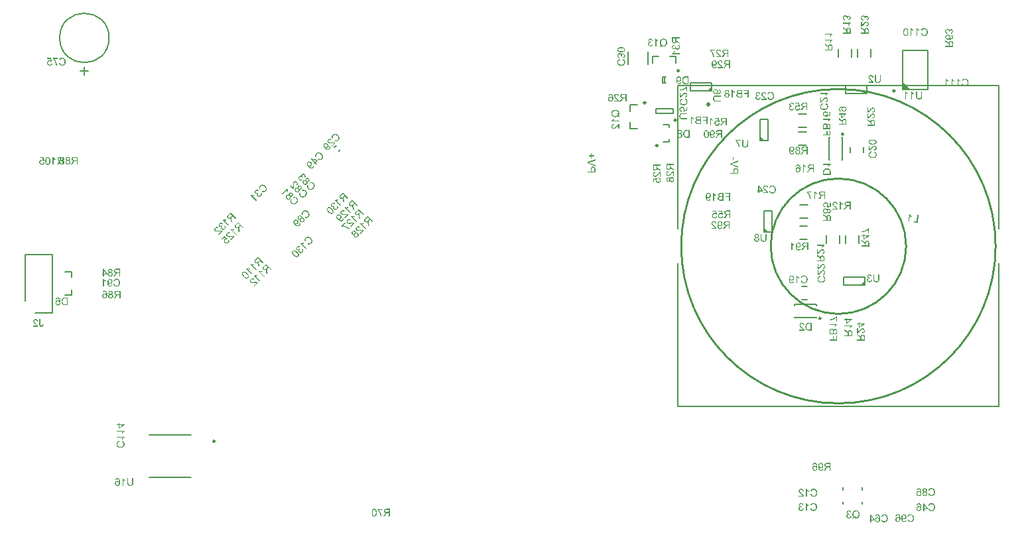
<source format=gbo>
G04*
G04 #@! TF.GenerationSoftware,Altium Limited,Altium Designer,21.7.2 (23)*
G04*
G04 Layer_Color=32896*
%FSAX25Y25*%
%MOIN*%
G70*
G04*
G04 #@! TF.SameCoordinates,7BBA0914-394B-4DB2-939C-07DA4AAD527A*
G04*
G04*
G04 #@! TF.FilePolarity,Positive*
G04*
G01*
G75*
%ADD10C,0.00500*%
%ADD11C,0.00394*%
%ADD12C,0.00984*%
%ADD14C,0.00787*%
%ADD17C,0.01968*%
%ADD262C,0.01000*%
%ADD366C,0.00591*%
G36*
X0507357Y0412359D02*
X0507357Y0414568D01*
X0505149Y0412359D01*
X0507357Y0412359D01*
D02*
G37*
G36*
X0456812Y0438970D02*
X0459020Y0438970D01*
X0456812Y0441179D01*
X0456812Y0438970D01*
D02*
G37*
G36*
X0454723Y0485028D02*
X0456932Y0485028D01*
X0454723Y0487236D01*
X0454723Y0485028D01*
D02*
G37*
G36*
X0430425Y0510008D02*
Y0512217D01*
X0428217Y0510008D01*
X0430425Y0510008D01*
D02*
G37*
G36*
X0508280Y0508728D02*
X0508280Y0510937D01*
X0506071Y0508728D01*
X0508280Y0508728D01*
D02*
G37*
G36*
X0526378Y0510728D02*
X0530315D01*
X0526378Y0514665D01*
X0526378Y0510728D01*
D02*
G37*
G36*
X0449889Y0440523D02*
X0449855D01*
Y0440557D01*
X0449889D01*
Y0440523D01*
D02*
G37*
G36*
X0447801Y0486580D02*
X0447767D01*
Y0486614D01*
X0447801D01*
Y0486580D01*
D02*
G37*
G36*
X0505805Y0405402D02*
X0505771D01*
Y0405436D01*
X0505805D01*
Y0405402D01*
D02*
G37*
G36*
X0506727Y0501772D02*
X0506693D01*
Y0501806D01*
X0506727D01*
Y0501772D01*
D02*
G37*
G36*
X0099607Y0476557D02*
X0099675Y0476466D01*
X0099744Y0476380D01*
X0099812Y0476300D01*
X0099875Y0476232D01*
X0099926Y0476180D01*
X0099966Y0476146D01*
X0099972Y0476140D01*
X0099978Y0476135D01*
X0100092Y0476038D01*
X0100206Y0475952D01*
X0100320Y0475878D01*
X0100429Y0475815D01*
X0100520Y0475764D01*
X0100560Y0475741D01*
X0100594Y0475724D01*
X0100623Y0475706D01*
X0100646Y0475695D01*
X0100657Y0475689D01*
X0100663D01*
Y0475233D01*
X0100577Y0475267D01*
X0100492Y0475307D01*
X0100412Y0475341D01*
X0100338Y0475381D01*
X0100269Y0475415D01*
X0100218Y0475444D01*
X0100183Y0475467D01*
X0100178Y0475472D01*
X0100172D01*
X0100075Y0475535D01*
X0099984Y0475592D01*
X0099904Y0475649D01*
X0099841Y0475695D01*
X0099789Y0475741D01*
X0099749Y0475769D01*
X0099727Y0475792D01*
X0099721Y0475798D01*
Y0472800D01*
X0099247D01*
Y0476654D01*
X0099555D01*
X0099607Y0476557D01*
D02*
G37*
G36*
X0094964Y0474616D02*
X0094519Y0474553D01*
X0094479Y0474610D01*
X0094433Y0474667D01*
X0094388Y0474713D01*
X0094342Y0474753D01*
X0094302Y0474781D01*
X0094268Y0474810D01*
X0094245Y0474821D01*
X0094239Y0474827D01*
X0094171Y0474861D01*
X0094096Y0474890D01*
X0094028Y0474907D01*
X0093965Y0474924D01*
X0093908Y0474930D01*
X0093868Y0474935D01*
X0093828D01*
X0093697Y0474924D01*
X0093577Y0474901D01*
X0093474Y0474861D01*
X0093394Y0474821D01*
X0093326Y0474776D01*
X0093274Y0474736D01*
X0093246Y0474713D01*
X0093234Y0474701D01*
X0093160Y0474604D01*
X0093103Y0474502D01*
X0093063Y0474399D01*
X0093034Y0474296D01*
X0093017Y0474205D01*
X0093012Y0474165D01*
Y0474130D01*
X0093006Y0474102D01*
Y0474079D01*
Y0474068D01*
Y0474062D01*
X0093017Y0473913D01*
X0093040Y0473776D01*
X0093080Y0473662D01*
X0093120Y0473565D01*
X0093166Y0473485D01*
X0093206Y0473428D01*
X0093217Y0473411D01*
X0093229Y0473394D01*
X0093240Y0473388D01*
Y0473382D01*
X0093286Y0473337D01*
X0093331Y0473297D01*
X0093428Y0473234D01*
X0093525Y0473188D01*
X0093617Y0473160D01*
X0093697Y0473137D01*
X0093760Y0473131D01*
X0093783Y0473126D01*
X0093817D01*
X0093919Y0473131D01*
X0094011Y0473154D01*
X0094096Y0473183D01*
X0094165Y0473217D01*
X0094222Y0473245D01*
X0094268Y0473274D01*
X0094291Y0473297D01*
X0094302Y0473303D01*
X0094371Y0473377D01*
X0094428Y0473462D01*
X0094468Y0473554D01*
X0094502Y0473645D01*
X0094525Y0473719D01*
X0094542Y0473788D01*
X0094548Y0473811D01*
X0094553Y0473828D01*
Y0473839D01*
Y0473845D01*
X0095050Y0473811D01*
X0095039Y0473719D01*
X0095022Y0473634D01*
X0094970Y0473480D01*
X0094913Y0473348D01*
X0094879Y0473291D01*
X0094845Y0473234D01*
X0094810Y0473188D01*
X0094782Y0473148D01*
X0094753Y0473108D01*
X0094725Y0473080D01*
X0094702Y0473057D01*
X0094685Y0473040D01*
X0094679Y0473034D01*
X0094673Y0473028D01*
X0094610Y0472977D01*
X0094542Y0472931D01*
X0094473Y0472891D01*
X0094399Y0472863D01*
X0094256Y0472806D01*
X0094119Y0472772D01*
X0094057Y0472760D01*
X0093999Y0472754D01*
X0093948Y0472749D01*
X0093902Y0472743D01*
X0093868Y0472737D01*
X0093817D01*
X0093703Y0472743D01*
X0093588Y0472760D01*
X0093486Y0472783D01*
X0093388Y0472811D01*
X0093303Y0472846D01*
X0093217Y0472886D01*
X0093143Y0472926D01*
X0093074Y0472971D01*
X0093012Y0473011D01*
X0092960Y0473051D01*
X0092915Y0473091D01*
X0092880Y0473126D01*
X0092852Y0473160D01*
X0092829Y0473183D01*
X0092817Y0473194D01*
X0092812Y0473200D01*
X0092755Y0473274D01*
X0092709Y0473348D01*
X0092669Y0473422D01*
X0092635Y0473502D01*
X0092578Y0473651D01*
X0092543Y0473794D01*
X0092526Y0473856D01*
X0092521Y0473919D01*
X0092515Y0473971D01*
X0092509Y0474016D01*
X0092503Y0474051D01*
Y0474079D01*
Y0474096D01*
Y0474102D01*
X0092509Y0474205D01*
X0092521Y0474296D01*
X0092538Y0474387D01*
X0092555Y0474473D01*
X0092583Y0474553D01*
X0092612Y0474627D01*
X0092646Y0474696D01*
X0092675Y0474758D01*
X0092709Y0474810D01*
X0092743Y0474861D01*
X0092772Y0474901D01*
X0092795Y0474935D01*
X0092817Y0474964D01*
X0092835Y0474981D01*
X0092846Y0474993D01*
X0092852Y0474998D01*
X0092920Y0475061D01*
X0092989Y0475113D01*
X0093057Y0475164D01*
X0093132Y0475204D01*
X0093206Y0475238D01*
X0093274Y0475267D01*
X0093406Y0475307D01*
X0093468Y0475324D01*
X0093525Y0475335D01*
X0093577Y0475341D01*
X0093617Y0475347D01*
X0093651Y0475352D01*
X0093771D01*
X0093840Y0475341D01*
X0093971Y0475312D01*
X0094096Y0475272D01*
X0094205Y0475233D01*
X0094296Y0475187D01*
X0094331Y0475164D01*
X0094365Y0475147D01*
X0094388Y0475130D01*
X0094405Y0475118D01*
X0094416Y0475113D01*
X0094422Y0475107D01*
X0094216Y0476140D01*
X0092686D01*
Y0476591D01*
X0094593D01*
X0094964Y0474616D01*
D02*
G37*
G36*
X0111800Y0472900D02*
X0111292D01*
Y0474607D01*
X0110635D01*
X0110578Y0474602D01*
X0110532D01*
X0110492Y0474596D01*
X0110464Y0474590D01*
X0110441D01*
X0110430Y0474584D01*
X0110424D01*
X0110338Y0474556D01*
X0110264Y0474522D01*
X0110230Y0474505D01*
X0110207Y0474493D01*
X0110196Y0474487D01*
X0110190Y0474482D01*
X0110144Y0474447D01*
X0110098Y0474413D01*
X0110019Y0474328D01*
X0109984Y0474288D01*
X0109956Y0474253D01*
X0109939Y0474230D01*
X0109933Y0474225D01*
X0109876Y0474151D01*
X0109813Y0474065D01*
X0109750Y0473979D01*
X0109693Y0473893D01*
X0109642Y0473814D01*
X0109602Y0473751D01*
X0109584Y0473728D01*
X0109573Y0473711D01*
X0109562Y0473699D01*
Y0473694D01*
X0109054Y0472900D01*
X0108420D01*
X0109088Y0473945D01*
X0109162Y0474053D01*
X0109236Y0474151D01*
X0109305Y0474236D01*
X0109368Y0474310D01*
X0109425Y0474373D01*
X0109465Y0474419D01*
X0109493Y0474442D01*
X0109505Y0474453D01*
X0109550Y0474487D01*
X0109596Y0474527D01*
X0109699Y0474584D01*
X0109744Y0474613D01*
X0109779Y0474630D01*
X0109801Y0474642D01*
X0109813Y0474647D01*
X0109710Y0474664D01*
X0109619Y0474682D01*
X0109533Y0474710D01*
X0109453Y0474733D01*
X0109379Y0474761D01*
X0109310Y0474790D01*
X0109253Y0474824D01*
X0109196Y0474853D01*
X0109151Y0474881D01*
X0109111Y0474910D01*
X0109076Y0474933D01*
X0109048Y0474956D01*
X0109025Y0474973D01*
X0109008Y0474990D01*
X0109002Y0474996D01*
X0108996Y0475001D01*
X0108951Y0475053D01*
X0108905Y0475110D01*
X0108842Y0475230D01*
X0108791Y0475344D01*
X0108762Y0475452D01*
X0108739Y0475549D01*
X0108734Y0475589D01*
Y0475624D01*
X0108728Y0475652D01*
Y0475675D01*
Y0475687D01*
Y0475692D01*
X0108734Y0475806D01*
X0108751Y0475915D01*
X0108779Y0476012D01*
X0108808Y0476098D01*
X0108842Y0476172D01*
X0108865Y0476223D01*
X0108888Y0476258D01*
X0108894Y0476269D01*
X0108956Y0476360D01*
X0109025Y0476435D01*
X0109099Y0476497D01*
X0109168Y0476549D01*
X0109230Y0476589D01*
X0109276Y0476617D01*
X0109310Y0476629D01*
X0109316Y0476634D01*
X0109322D01*
X0109373Y0476651D01*
X0109430Y0476669D01*
X0109556Y0476697D01*
X0109682Y0476714D01*
X0109807Y0476731D01*
X0109921Y0476737D01*
X0109973D01*
X0110013Y0476743D01*
X0111800D01*
Y0472900D01*
D02*
G37*
G36*
X0106964Y0476749D02*
X0107049Y0476743D01*
X0107209Y0476709D01*
X0107346Y0476663D01*
X0107409Y0476640D01*
X0107460Y0476612D01*
X0107512Y0476583D01*
X0107557Y0476560D01*
X0107592Y0476537D01*
X0107620Y0476514D01*
X0107643Y0476497D01*
X0107666Y0476480D01*
X0107672Y0476475D01*
X0107677Y0476469D01*
X0107729Y0476412D01*
X0107774Y0476355D01*
X0107814Y0476298D01*
X0107849Y0476240D01*
X0107900Y0476120D01*
X0107934Y0476006D01*
X0107957Y0475909D01*
X0107963Y0475869D01*
X0107969Y0475829D01*
X0107974Y0475801D01*
Y0475778D01*
Y0475766D01*
Y0475761D01*
X0107969Y0475664D01*
X0107951Y0475572D01*
X0107929Y0475492D01*
X0107906Y0475424D01*
X0107883Y0475367D01*
X0107860Y0475321D01*
X0107843Y0475298D01*
X0107837Y0475287D01*
X0107774Y0475218D01*
X0107706Y0475155D01*
X0107637Y0475104D01*
X0107563Y0475058D01*
X0107500Y0475024D01*
X0107443Y0475001D01*
X0107409Y0474984D01*
X0107403Y0474978D01*
X0107398D01*
X0107523Y0474938D01*
X0107632Y0474887D01*
X0107723Y0474830D01*
X0107803Y0474773D01*
X0107860Y0474721D01*
X0107906Y0474676D01*
X0107929Y0474647D01*
X0107940Y0474642D01*
Y0474636D01*
X0108003Y0474539D01*
X0108048Y0474430D01*
X0108083Y0474328D01*
X0108106Y0474230D01*
X0108117Y0474139D01*
X0108123Y0474105D01*
Y0474071D01*
X0108128Y0474042D01*
Y0474025D01*
Y0474014D01*
Y0474008D01*
X0108123Y0473916D01*
X0108111Y0473825D01*
X0108094Y0473745D01*
X0108071Y0473665D01*
X0108020Y0473522D01*
X0107986Y0473460D01*
X0107951Y0473403D01*
X0107923Y0473345D01*
X0107889Y0473300D01*
X0107860Y0473260D01*
X0107832Y0473231D01*
X0107814Y0473203D01*
X0107797Y0473185D01*
X0107786Y0473174D01*
X0107780Y0473168D01*
X0107712Y0473111D01*
X0107643Y0473060D01*
X0107563Y0473014D01*
X0107489Y0472980D01*
X0107415Y0472946D01*
X0107335Y0472917D01*
X0107192Y0472877D01*
X0107123Y0472866D01*
X0107061Y0472854D01*
X0107004Y0472849D01*
X0106958Y0472843D01*
X0106918Y0472837D01*
X0106861D01*
X0106758Y0472843D01*
X0106661Y0472854D01*
X0106564Y0472866D01*
X0106478Y0472889D01*
X0106398Y0472911D01*
X0106324Y0472940D01*
X0106256Y0472974D01*
X0106193Y0473003D01*
X0106136Y0473031D01*
X0106084Y0473066D01*
X0106044Y0473094D01*
X0106010Y0473117D01*
X0105982Y0473140D01*
X0105964Y0473157D01*
X0105953Y0473163D01*
X0105947Y0473168D01*
X0105884Y0473231D01*
X0105833Y0473300D01*
X0105782Y0473368D01*
X0105742Y0473443D01*
X0105707Y0473511D01*
X0105679Y0473580D01*
X0105639Y0473711D01*
X0105622Y0473768D01*
X0105610Y0473825D01*
X0105605Y0473871D01*
X0105599Y0473916D01*
X0105593Y0473951D01*
Y0473974D01*
Y0473991D01*
Y0473996D01*
X0105599Y0474122D01*
X0105622Y0474242D01*
X0105650Y0474345D01*
X0105685Y0474436D01*
X0105725Y0474510D01*
X0105753Y0474562D01*
X0105776Y0474596D01*
X0105782Y0474607D01*
X0105856Y0474699D01*
X0105941Y0474773D01*
X0106033Y0474836D01*
X0106119Y0474887D01*
X0106199Y0474927D01*
X0106267Y0474956D01*
X0106290Y0474967D01*
X0106307Y0474973D01*
X0106318Y0474978D01*
X0106324D01*
X0106221Y0475024D01*
X0106136Y0475070D01*
X0106061Y0475121D01*
X0106004Y0475173D01*
X0105959Y0475213D01*
X0105924Y0475247D01*
X0105902Y0475275D01*
X0105896Y0475281D01*
X0105850Y0475361D01*
X0105816Y0475441D01*
X0105787Y0475515D01*
X0105770Y0475589D01*
X0105759Y0475652D01*
X0105753Y0475704D01*
Y0475738D01*
Y0475744D01*
Y0475749D01*
X0105759Y0475823D01*
X0105764Y0475898D01*
X0105799Y0476035D01*
X0105850Y0476155D01*
X0105907Y0476258D01*
X0105964Y0476343D01*
X0105987Y0476377D01*
X0106016Y0476406D01*
X0106033Y0476429D01*
X0106050Y0476446D01*
X0106056Y0476452D01*
X0106061Y0476457D01*
X0106119Y0476509D01*
X0106187Y0476554D01*
X0106250Y0476594D01*
X0106318Y0476629D01*
X0106455Y0476680D01*
X0106581Y0476720D01*
X0106695Y0476737D01*
X0106747Y0476743D01*
X0106787Y0476749D01*
X0106821Y0476754D01*
X0106872D01*
X0106964Y0476749D01*
D02*
G37*
G36*
X0103977D02*
X0104063Y0476743D01*
X0104223Y0476709D01*
X0104360Y0476663D01*
X0104415Y0476643D01*
X0104700D01*
Y0476459D01*
X0104742Y0476412D01*
X0104788Y0476355D01*
X0104828Y0476298D01*
X0104862Y0476240D01*
X0104914Y0476120D01*
X0104948Y0476006D01*
X0104971Y0475909D01*
X0104976Y0475869D01*
X0104982Y0475829D01*
X0104988Y0475801D01*
Y0475778D01*
Y0475766D01*
Y0475761D01*
X0104982Y0475664D01*
X0104965Y0475572D01*
X0104942Y0475492D01*
X0104920Y0475424D01*
X0104897Y0475367D01*
X0104874Y0475321D01*
X0104857Y0475298D01*
X0104851Y0475287D01*
X0104788Y0475218D01*
X0104720Y0475155D01*
X0104700Y0475141D01*
Y0474853D01*
X0104737Y0474830D01*
X0104817Y0474773D01*
X0104874Y0474721D01*
X0104920Y0474676D01*
X0104942Y0474647D01*
X0104954Y0474642D01*
Y0474636D01*
X0105017Y0474539D01*
X0105062Y0474430D01*
X0105096Y0474328D01*
X0105119Y0474230D01*
X0105131Y0474139D01*
X0105136Y0474105D01*
Y0474071D01*
X0105142Y0474042D01*
Y0474025D01*
Y0474014D01*
Y0474008D01*
X0105136Y0473916D01*
X0105125Y0473825D01*
X0105108Y0473745D01*
X0105085Y0473665D01*
X0105034Y0473522D01*
X0104999Y0473460D01*
X0104965Y0473403D01*
X0104937Y0473345D01*
X0104902Y0473300D01*
X0104874Y0473260D01*
X0104845Y0473231D01*
X0104828Y0473203D01*
X0104811Y0473185D01*
X0104799Y0473174D01*
X0104794Y0473168D01*
X0104725Y0473111D01*
X0104700Y0473092D01*
Y0472800D01*
X0104192D01*
Y0472875D01*
X0104137Y0472866D01*
X0104074Y0472854D01*
X0104017Y0472849D01*
X0103972Y0472843D01*
X0103932Y0472837D01*
X0103875D01*
X0103772Y0472843D01*
X0103675Y0472854D01*
X0103578Y0472866D01*
X0103492Y0472889D01*
X0103412Y0472911D01*
X0103338Y0472940D01*
X0103269Y0472974D01*
X0103206Y0473003D01*
X0103149Y0473031D01*
X0103098Y0473066D01*
X0103058Y0473094D01*
X0103024Y0473117D01*
X0102995Y0473140D01*
X0102978Y0473157D01*
X0102967Y0473163D01*
X0102961Y0473168D01*
X0102898Y0473231D01*
X0102847Y0473300D01*
X0102795Y0473368D01*
X0102755Y0473443D01*
X0102721Y0473511D01*
X0102693Y0473580D01*
X0102653Y0473711D01*
X0102635Y0473768D01*
X0102624Y0473825D01*
X0102622Y0473838D01*
X0102593Y0473794D01*
X0102542Y0473714D01*
X0102502Y0473651D01*
X0102485Y0473628D01*
X0102473Y0473611D01*
X0102462Y0473599D01*
Y0473594D01*
X0101953Y0472800D01*
X0101320D01*
X0101988Y0473845D01*
X0102062Y0473953D01*
X0102136Y0474051D01*
X0102205Y0474136D01*
X0102268Y0474210D01*
X0102325Y0474273D01*
X0102365Y0474319D01*
X0102393Y0474342D01*
X0102405Y0474353D01*
X0102450Y0474387D01*
X0102496Y0474427D01*
X0102599Y0474484D01*
X0102644Y0474513D01*
X0102679Y0474530D01*
X0102701Y0474542D01*
X0102713Y0474547D01*
X0102610Y0474564D01*
X0102519Y0474581D01*
X0102433Y0474610D01*
X0102353Y0474633D01*
X0102279Y0474661D01*
X0102210Y0474690D01*
X0102153Y0474724D01*
X0102096Y0474753D01*
X0102051Y0474781D01*
X0102011Y0474810D01*
X0101976Y0474833D01*
X0101948Y0474856D01*
X0101925Y0474873D01*
X0101908Y0474890D01*
X0101902Y0474896D01*
X0101896Y0474901D01*
X0101851Y0474953D01*
X0101805Y0475010D01*
X0101742Y0475130D01*
X0101691Y0475244D01*
X0101662Y0475352D01*
X0101639Y0475449D01*
X0101634Y0475489D01*
Y0475524D01*
X0101628Y0475552D01*
Y0475575D01*
Y0475587D01*
Y0475592D01*
X0101634Y0475706D01*
X0101651Y0475815D01*
X0101679Y0475912D01*
X0101708Y0475998D01*
X0101742Y0476072D01*
X0101765Y0476123D01*
X0101788Y0476158D01*
X0101794Y0476169D01*
X0101856Y0476260D01*
X0101925Y0476334D01*
X0101999Y0476397D01*
X0102068Y0476449D01*
X0102130Y0476489D01*
X0102176Y0476517D01*
X0102210Y0476529D01*
X0102216Y0476534D01*
X0102222D01*
X0102273Y0476551D01*
X0102330Y0476569D01*
X0102456Y0476597D01*
X0102582Y0476614D01*
X0102707Y0476631D01*
X0102821Y0476637D01*
X0102873D01*
X0102913Y0476643D01*
X0103370D01*
X0103469Y0476680D01*
X0103595Y0476720D01*
X0103709Y0476737D01*
X0103760Y0476743D01*
X0103800Y0476749D01*
X0103834Y0476754D01*
X0103886D01*
X0103977Y0476749D01*
D02*
G37*
G36*
X0096934Y0476643D02*
X0097071Y0476620D01*
X0097191Y0476580D01*
X0097288Y0476540D01*
X0097374Y0476500D01*
X0097403Y0476477D01*
X0097431Y0476460D01*
X0097454Y0476449D01*
X0097471Y0476437D01*
X0097477Y0476426D01*
X0097483D01*
X0097580Y0476334D01*
X0097665Y0476232D01*
X0097734Y0476123D01*
X0097791Y0476020D01*
X0097842Y0475929D01*
X0097859Y0475889D01*
X0097871Y0475855D01*
X0097882Y0475826D01*
X0097894Y0475804D01*
X0097899Y0475792D01*
Y0475786D01*
X0097922Y0475706D01*
X0097945Y0475621D01*
X0097979Y0475438D01*
X0098002Y0475255D01*
X0098019Y0475084D01*
X0098025Y0475004D01*
X0098031Y0474930D01*
Y0474861D01*
X0098036Y0474804D01*
Y0474753D01*
Y0474719D01*
Y0474696D01*
Y0474690D01*
X0098031Y0474496D01*
X0098019Y0474313D01*
X0098002Y0474148D01*
X0097979Y0473993D01*
X0097951Y0473851D01*
X0097917Y0473725D01*
X0097882Y0473611D01*
X0097848Y0473508D01*
X0097814Y0473417D01*
X0097780Y0473343D01*
X0097745Y0473274D01*
X0097717Y0473222D01*
X0097694Y0473183D01*
X0097677Y0473154D01*
X0097665Y0473137D01*
X0097660Y0473131D01*
X0097597Y0473063D01*
X0097528Y0473000D01*
X0097460Y0472949D01*
X0097386Y0472903D01*
X0097317Y0472863D01*
X0097243Y0472834D01*
X0097168Y0472806D01*
X0097100Y0472789D01*
X0097037Y0472772D01*
X0096980Y0472760D01*
X0096923Y0472749D01*
X0096877Y0472743D01*
X0096837Y0472737D01*
X0096786D01*
X0096632Y0472749D01*
X0096500Y0472772D01*
X0096381Y0472806D01*
X0096278Y0472851D01*
X0096198Y0472891D01*
X0096141Y0472926D01*
X0096118Y0472937D01*
X0096101Y0472949D01*
X0096095Y0472960D01*
X0096089D01*
X0095992Y0473051D01*
X0095907Y0473154D01*
X0095832Y0473263D01*
X0095775Y0473365D01*
X0095730Y0473457D01*
X0095713Y0473497D01*
X0095695Y0473531D01*
X0095690Y0473559D01*
X0095678Y0473582D01*
X0095673Y0473594D01*
Y0473599D01*
X0095650Y0473679D01*
X0095627Y0473765D01*
X0095593Y0473948D01*
X0095564Y0474130D01*
X0095547Y0474302D01*
X0095541Y0474382D01*
X0095535Y0474456D01*
Y0474519D01*
X0095530Y0474576D01*
Y0474627D01*
Y0474661D01*
Y0474684D01*
Y0474690D01*
Y0474793D01*
X0095535Y0474896D01*
Y0474987D01*
X0095541Y0475073D01*
X0095553Y0475152D01*
X0095558Y0475227D01*
X0095564Y0475295D01*
X0095575Y0475358D01*
X0095581Y0475415D01*
X0095593Y0475461D01*
X0095598Y0475501D01*
X0095604Y0475535D01*
X0095610Y0475564D01*
X0095615Y0475581D01*
X0095621Y0475592D01*
Y0475598D01*
X0095655Y0475718D01*
X0095695Y0475832D01*
X0095735Y0475929D01*
X0095775Y0476009D01*
X0095810Y0476078D01*
X0095838Y0476129D01*
X0095855Y0476158D01*
X0095861Y0476169D01*
X0095918Y0476255D01*
X0095981Y0476323D01*
X0096049Y0476386D01*
X0096106Y0476437D01*
X0096163Y0476477D01*
X0096204Y0476506D01*
X0096232Y0476523D01*
X0096244Y0476529D01*
X0096335Y0476569D01*
X0096426Y0476603D01*
X0096518Y0476626D01*
X0096603Y0476637D01*
X0096677Y0476649D01*
X0096735Y0476654D01*
X0096786D01*
X0096934Y0476643D01*
D02*
G37*
G36*
X0524066Y0297003D02*
X0524169Y0296992D01*
X0524266Y0296969D01*
X0524363Y0296940D01*
X0524449Y0296906D01*
X0524529Y0296872D01*
X0524603Y0296832D01*
X0524666Y0296792D01*
X0524723Y0296746D01*
X0524774Y0296706D01*
X0524820Y0296672D01*
X0524854Y0296638D01*
X0524883Y0296609D01*
X0524905Y0296586D01*
X0524917Y0296575D01*
X0524923Y0296569D01*
X0524997Y0296466D01*
X0525060Y0296352D01*
X0525111Y0296232D01*
X0525162Y0296101D01*
X0525202Y0295970D01*
X0525231Y0295832D01*
X0525259Y0295701D01*
X0525282Y0295570D01*
X0525299Y0295444D01*
X0525311Y0295324D01*
X0525322Y0295221D01*
X0525328Y0295130D01*
Y0295056D01*
X0525334Y0294999D01*
Y0294976D01*
Y0294959D01*
Y0294953D01*
Y0294947D01*
X0525328Y0294770D01*
X0525316Y0294599D01*
X0525299Y0294445D01*
X0525277Y0294308D01*
X0525248Y0294177D01*
X0525214Y0294057D01*
X0525185Y0293954D01*
X0525145Y0293863D01*
X0525111Y0293783D01*
X0525082Y0293708D01*
X0525048Y0293651D01*
X0525020Y0293606D01*
X0524997Y0293566D01*
X0524980Y0293543D01*
X0524968Y0293526D01*
X0524963Y0293520D01*
X0524888Y0293446D01*
X0524814Y0293377D01*
X0524734Y0293320D01*
X0524654Y0293274D01*
X0524574Y0293229D01*
X0524494Y0293194D01*
X0524414Y0293166D01*
X0524340Y0293143D01*
X0524272Y0293126D01*
X0524203Y0293114D01*
X0524146Y0293103D01*
X0524095Y0293097D01*
X0524055D01*
X0524026Y0293092D01*
X0523997D01*
X0523872Y0293097D01*
X0523758Y0293114D01*
X0523649Y0293143D01*
X0523558Y0293172D01*
X0523484Y0293200D01*
X0523426Y0293229D01*
X0523409Y0293234D01*
X0523392Y0293246D01*
X0523386Y0293251D01*
X0523381D01*
X0523284Y0293320D01*
X0523198Y0293394D01*
X0523124Y0293474D01*
X0523061Y0293548D01*
X0523015Y0293617D01*
X0522981Y0293674D01*
X0522970Y0293697D01*
X0522958Y0293714D01*
X0522953Y0293720D01*
Y0293725D01*
X0522901Y0293845D01*
X0522861Y0293965D01*
X0522833Y0294079D01*
X0522810Y0294182D01*
X0522798Y0294268D01*
Y0294308D01*
X0522793Y0294336D01*
Y0294365D01*
Y0294382D01*
Y0294393D01*
Y0294399D01*
X0522798Y0294502D01*
X0522810Y0294593D01*
X0522821Y0294685D01*
X0522844Y0294770D01*
X0522873Y0294850D01*
X0522901Y0294925D01*
X0522930Y0294993D01*
X0522958Y0295056D01*
X0522993Y0295107D01*
X0523021Y0295159D01*
X0523050Y0295199D01*
X0523078Y0295233D01*
X0523101Y0295262D01*
X0523112Y0295279D01*
X0523124Y0295290D01*
X0523130Y0295296D01*
X0523192Y0295358D01*
X0523261Y0295410D01*
X0523329Y0295456D01*
X0523392Y0295496D01*
X0523461Y0295530D01*
X0523529Y0295558D01*
X0523655Y0295598D01*
X0523769Y0295627D01*
X0523815Y0295633D01*
X0523855Y0295638D01*
X0523889Y0295644D01*
X0523935D01*
X0524032Y0295638D01*
X0524129Y0295621D01*
X0524215Y0295604D01*
X0524294Y0295581D01*
X0524363Y0295553D01*
X0524409Y0295535D01*
X0524443Y0295518D01*
X0524449Y0295513D01*
X0524454D01*
X0524540Y0295461D01*
X0524620Y0295398D01*
X0524694Y0295336D01*
X0524751Y0295273D01*
X0524803Y0295216D01*
X0524837Y0295170D01*
X0524860Y0295142D01*
X0524865Y0295136D01*
Y0295233D01*
X0524860Y0295336D01*
X0524854Y0295427D01*
X0524843Y0295513D01*
X0524837Y0295593D01*
X0524825Y0295661D01*
X0524814Y0295730D01*
X0524797Y0295787D01*
X0524786Y0295844D01*
X0524774Y0295890D01*
X0524763Y0295924D01*
X0524757Y0295958D01*
X0524746Y0295981D01*
X0524740Y0296004D01*
X0524734Y0296009D01*
Y0296015D01*
X0524683Y0296124D01*
X0524626Y0296221D01*
X0524563Y0296306D01*
X0524506Y0296375D01*
X0524460Y0296426D01*
X0524414Y0296466D01*
X0524392Y0296489D01*
X0524380Y0296495D01*
X0524312Y0296535D01*
X0524243Y0296569D01*
X0524180Y0296592D01*
X0524117Y0296603D01*
X0524060Y0296615D01*
X0524020Y0296620D01*
X0523980D01*
X0523878Y0296609D01*
X0523786Y0296586D01*
X0523706Y0296558D01*
X0523638Y0296518D01*
X0523581Y0296478D01*
X0523541Y0296449D01*
X0523518Y0296426D01*
X0523506Y0296415D01*
X0523466Y0296363D01*
X0523432Y0296301D01*
X0523398Y0296232D01*
X0523369Y0296169D01*
X0523352Y0296107D01*
X0523335Y0296061D01*
X0523329Y0296027D01*
X0523324Y0296021D01*
Y0296015D01*
X0522856Y0296049D01*
X0522890Y0296209D01*
X0522935Y0296346D01*
X0522993Y0296466D01*
X0523055Y0296569D01*
X0523112Y0296649D01*
X0523164Y0296706D01*
X0523181Y0296723D01*
X0523198Y0296740D01*
X0523204Y0296752D01*
X0523209D01*
X0523267Y0296797D01*
X0523324Y0296837D01*
X0523444Y0296900D01*
X0523569Y0296946D01*
X0523689Y0296974D01*
X0523792Y0296997D01*
X0523838Y0297003D01*
X0523878D01*
X0523906Y0297009D01*
X0523952D01*
X0524066Y0297003D01*
D02*
G37*
G36*
X0527189D02*
X0527281Y0296992D01*
X0527366Y0296974D01*
X0527446Y0296952D01*
X0527595Y0296895D01*
X0527658Y0296860D01*
X0527720Y0296832D01*
X0527772Y0296797D01*
X0527817Y0296763D01*
X0527857Y0296735D01*
X0527892Y0296706D01*
X0527920Y0296683D01*
X0527937Y0296666D01*
X0527949Y0296655D01*
X0527954Y0296649D01*
X0528017Y0296581D01*
X0528069Y0296506D01*
X0528114Y0296432D01*
X0528154Y0296352D01*
X0528183Y0296278D01*
X0528211Y0296198D01*
X0528252Y0296049D01*
X0528269Y0295981D01*
X0528280Y0295918D01*
X0528286Y0295861D01*
X0528291Y0295810D01*
X0528297Y0295770D01*
Y0295741D01*
Y0295718D01*
Y0295713D01*
X0528291Y0295610D01*
X0528286Y0295513D01*
X0528269Y0295421D01*
X0528246Y0295330D01*
X0528223Y0295250D01*
X0528194Y0295176D01*
X0528166Y0295107D01*
X0528131Y0295044D01*
X0528103Y0294987D01*
X0528074Y0294942D01*
X0528046Y0294896D01*
X0528023Y0294862D01*
X0528000Y0294833D01*
X0527983Y0294816D01*
X0527977Y0294805D01*
X0527972Y0294799D01*
X0527909Y0294736D01*
X0527840Y0294685D01*
X0527772Y0294639D01*
X0527703Y0294599D01*
X0527635Y0294571D01*
X0527572Y0294542D01*
X0527441Y0294502D01*
X0527384Y0294485D01*
X0527332Y0294474D01*
X0527281Y0294468D01*
X0527241Y0294462D01*
X0527207Y0294456D01*
X0527161D01*
X0527058Y0294462D01*
X0526955Y0294479D01*
X0526870Y0294502D01*
X0526790Y0294525D01*
X0526721Y0294548D01*
X0526670Y0294571D01*
X0526641Y0294588D01*
X0526630Y0294593D01*
X0526544Y0294651D01*
X0526464Y0294713D01*
X0526401Y0294770D01*
X0526344Y0294828D01*
X0526299Y0294879D01*
X0526270Y0294925D01*
X0526247Y0294947D01*
X0526241Y0294959D01*
Y0294919D01*
Y0294890D01*
Y0294873D01*
Y0294867D01*
X0526247Y0294759D01*
X0526253Y0294651D01*
X0526264Y0294553D01*
X0526276Y0294468D01*
X0526293Y0294393D01*
X0526304Y0294336D01*
X0526310Y0294314D01*
Y0294297D01*
X0526316Y0294291D01*
Y0294285D01*
X0526344Y0294188D01*
X0526373Y0294097D01*
X0526401Y0294022D01*
X0526424Y0293960D01*
X0526453Y0293908D01*
X0526470Y0293868D01*
X0526481Y0293845D01*
X0526487Y0293840D01*
X0526527Y0293783D01*
X0526573Y0293731D01*
X0526618Y0293686D01*
X0526658Y0293646D01*
X0526698Y0293617D01*
X0526727Y0293594D01*
X0526750Y0293583D01*
X0526755Y0293577D01*
X0526818Y0293543D01*
X0526887Y0293520D01*
X0526950Y0293503D01*
X0527012Y0293491D01*
X0527064Y0293486D01*
X0527104Y0293480D01*
X0527144D01*
X0527235Y0293486D01*
X0527315Y0293503D01*
X0527384Y0293526D01*
X0527446Y0293548D01*
X0527492Y0293571D01*
X0527532Y0293594D01*
X0527555Y0293611D01*
X0527561Y0293617D01*
X0527618Y0293680D01*
X0527663Y0293748D01*
X0527698Y0293828D01*
X0527726Y0293902D01*
X0527749Y0293971D01*
X0527766Y0294028D01*
X0527772Y0294051D01*
Y0294068D01*
X0527777Y0294074D01*
Y0294079D01*
X0528229Y0294045D01*
X0528200Y0293885D01*
X0528149Y0293743D01*
X0528097Y0293623D01*
X0528034Y0293520D01*
X0527977Y0293440D01*
X0527932Y0293383D01*
X0527915Y0293366D01*
X0527897Y0293349D01*
X0527892Y0293343D01*
X0527886Y0293337D01*
X0527829Y0293291D01*
X0527772Y0293257D01*
X0527652Y0293194D01*
X0527526Y0293155D01*
X0527412Y0293120D01*
X0527309Y0293103D01*
X0527264Y0293097D01*
X0527224D01*
X0527195Y0293092D01*
X0527149D01*
X0526995Y0293103D01*
X0526853Y0293126D01*
X0526727Y0293160D01*
X0526618Y0293206D01*
X0526527Y0293246D01*
X0526493Y0293263D01*
X0526464Y0293280D01*
X0526441Y0293291D01*
X0526418Y0293303D01*
X0526413Y0293314D01*
X0526407D01*
X0526299Y0293411D01*
X0526202Y0293514D01*
X0526122Y0293623D01*
X0526053Y0293731D01*
X0526002Y0293828D01*
X0525979Y0293868D01*
X0525962Y0293908D01*
X0525950Y0293937D01*
X0525939Y0293960D01*
X0525933Y0293971D01*
Y0293977D01*
X0525905Y0294062D01*
X0525876Y0294154D01*
X0525836Y0294348D01*
X0525808Y0294542D01*
X0525790Y0294730D01*
X0525779Y0294816D01*
X0525773Y0294896D01*
Y0294970D01*
X0525768Y0295033D01*
Y0295085D01*
Y0295119D01*
Y0295147D01*
Y0295153D01*
Y0295279D01*
X0525773Y0295398D01*
X0525785Y0295513D01*
X0525790Y0295616D01*
X0525808Y0295713D01*
X0525819Y0295804D01*
X0525836Y0295884D01*
X0525847Y0295952D01*
X0525865Y0296015D01*
X0525882Y0296072D01*
X0525893Y0296118D01*
X0525905Y0296158D01*
X0525916Y0296186D01*
X0525927Y0296209D01*
X0525933Y0296221D01*
Y0296227D01*
X0526002Y0296358D01*
X0526076Y0296478D01*
X0526156Y0296575D01*
X0526230Y0296655D01*
X0526299Y0296718D01*
X0526356Y0296769D01*
X0526379Y0296780D01*
X0526396Y0296792D01*
X0526401Y0296803D01*
X0526407D01*
X0526527Y0296872D01*
X0526641Y0296923D01*
X0526761Y0296957D01*
X0526864Y0296986D01*
X0526955Y0296997D01*
X0526995Y0297003D01*
X0527030D01*
X0527058Y0297009D01*
X0527092D01*
X0527189Y0297003D01*
D02*
G37*
G36*
X0530507Y0297054D02*
X0530678Y0297032D01*
X0530838Y0296992D01*
X0530907Y0296969D01*
X0530975Y0296952D01*
X0531032Y0296929D01*
X0531089Y0296906D01*
X0531135Y0296889D01*
X0531175Y0296866D01*
X0531209Y0296855D01*
X0531232Y0296843D01*
X0531244Y0296832D01*
X0531249D01*
X0531398Y0296735D01*
X0531529Y0296626D01*
X0531643Y0296512D01*
X0531735Y0296404D01*
X0531803Y0296306D01*
X0531832Y0296261D01*
X0531860Y0296227D01*
X0531877Y0296192D01*
X0531889Y0296169D01*
X0531900Y0296158D01*
Y0296152D01*
X0531974Y0295981D01*
X0532031Y0295804D01*
X0532071Y0295627D01*
X0532100Y0295461D01*
X0532111Y0295387D01*
X0532117Y0295319D01*
X0532123Y0295262D01*
Y0295210D01*
X0532128Y0295164D01*
Y0295136D01*
Y0295113D01*
Y0295107D01*
X0532117Y0294902D01*
X0532094Y0294713D01*
X0532066Y0294536D01*
X0532049Y0294456D01*
X0532026Y0294382D01*
X0532009Y0294314D01*
X0531991Y0294256D01*
X0531974Y0294199D01*
X0531957Y0294159D01*
X0531946Y0294120D01*
X0531934Y0294097D01*
X0531929Y0294079D01*
Y0294074D01*
X0531843Y0293902D01*
X0531752Y0293760D01*
X0531649Y0293634D01*
X0531552Y0293531D01*
X0531466Y0293446D01*
X0531432Y0293417D01*
X0531398Y0293389D01*
X0531369Y0293372D01*
X0531352Y0293354D01*
X0531341Y0293349D01*
X0531335Y0293343D01*
X0531261Y0293297D01*
X0531181Y0293263D01*
X0531015Y0293200D01*
X0530844Y0293155D01*
X0530684Y0293126D01*
X0530610Y0293114D01*
X0530541Y0293103D01*
X0530478Y0293097D01*
X0530427D01*
X0530381Y0293092D01*
X0530324D01*
X0530216Y0293097D01*
X0530107Y0293103D01*
X0530010Y0293120D01*
X0529913Y0293143D01*
X0529822Y0293166D01*
X0529742Y0293194D01*
X0529662Y0293223D01*
X0529593Y0293257D01*
X0529525Y0293286D01*
X0529473Y0293314D01*
X0529422Y0293343D01*
X0529382Y0293366D01*
X0529348Y0293389D01*
X0529325Y0293406D01*
X0529314Y0293411D01*
X0529308Y0293417D01*
X0529234Y0293480D01*
X0529165Y0293554D01*
X0529102Y0293628D01*
X0529039Y0293708D01*
X0528942Y0293863D01*
X0528862Y0294017D01*
X0528828Y0294091D01*
X0528805Y0294154D01*
X0528783Y0294216D01*
X0528760Y0294268D01*
X0528748Y0294314D01*
X0528737Y0294342D01*
X0528731Y0294365D01*
Y0294371D01*
X0529239Y0294502D01*
X0529285Y0294331D01*
X0529348Y0294182D01*
X0529416Y0294057D01*
X0529485Y0293954D01*
X0529548Y0293874D01*
X0529570Y0293845D01*
X0529599Y0293817D01*
X0529616Y0293800D01*
X0529633Y0293783D01*
X0529639Y0293777D01*
X0529645Y0293771D01*
X0529702Y0293725D01*
X0529759Y0293691D01*
X0529884Y0293628D01*
X0530004Y0293588D01*
X0530113Y0293554D01*
X0530216Y0293537D01*
X0530256Y0293531D01*
X0530296D01*
X0530324Y0293526D01*
X0530364D01*
X0530496Y0293531D01*
X0530615Y0293554D01*
X0530730Y0293583D01*
X0530827Y0293617D01*
X0530907Y0293646D01*
X0530969Y0293674D01*
X0530992Y0293686D01*
X0531009Y0293697D01*
X0531015Y0293703D01*
X0531021D01*
X0531124Y0293777D01*
X0531215Y0293868D01*
X0531289Y0293954D01*
X0531352Y0294045D01*
X0531398Y0294125D01*
X0531432Y0294194D01*
X0531443Y0294216D01*
X0531455Y0294234D01*
X0531461Y0294245D01*
Y0294251D01*
X0531506Y0294393D01*
X0531540Y0294536D01*
X0531569Y0294685D01*
X0531586Y0294816D01*
X0531592Y0294879D01*
X0531598Y0294930D01*
Y0294982D01*
X0531603Y0295027D01*
Y0295062D01*
Y0295085D01*
Y0295102D01*
Y0295107D01*
X0531598Y0295250D01*
X0531586Y0295381D01*
X0531563Y0295507D01*
X0531540Y0295621D01*
X0531523Y0295713D01*
X0531512Y0295753D01*
X0531500Y0295781D01*
X0531495Y0295810D01*
X0531489Y0295827D01*
X0531483Y0295838D01*
Y0295844D01*
X0531432Y0295970D01*
X0531369Y0296084D01*
X0531301Y0296181D01*
X0531232Y0296266D01*
X0531169Y0296329D01*
X0531112Y0296375D01*
X0531078Y0296404D01*
X0531072Y0296415D01*
X0531067D01*
X0530947Y0296489D01*
X0530827Y0296540D01*
X0530701Y0296581D01*
X0530581Y0296603D01*
X0530478Y0296620D01*
X0530438Y0296626D01*
X0530398D01*
X0530370Y0296632D01*
X0530324D01*
X0530187Y0296626D01*
X0530061Y0296603D01*
X0529953Y0296569D01*
X0529862Y0296535D01*
X0529787Y0296500D01*
X0529736Y0296466D01*
X0529702Y0296443D01*
X0529690Y0296438D01*
X0529599Y0296358D01*
X0529519Y0296261D01*
X0529451Y0296158D01*
X0529399Y0296061D01*
X0529354Y0295970D01*
X0529336Y0295930D01*
X0529319Y0295895D01*
X0529308Y0295867D01*
X0529302Y0295844D01*
X0529296Y0295832D01*
Y0295827D01*
X0528794Y0295947D01*
X0528828Y0296044D01*
X0528862Y0296135D01*
X0528902Y0296221D01*
X0528948Y0296301D01*
X0528994Y0296375D01*
X0529039Y0296438D01*
X0529085Y0296500D01*
X0529131Y0296558D01*
X0529177Y0296603D01*
X0529216Y0296649D01*
X0529251Y0296683D01*
X0529285Y0296718D01*
X0529308Y0296740D01*
X0529331Y0296758D01*
X0529342Y0296763D01*
X0529348Y0296769D01*
X0529422Y0296820D01*
X0529502Y0296866D01*
X0529582Y0296906D01*
X0529662Y0296940D01*
X0529827Y0296992D01*
X0529976Y0297032D01*
X0530050Y0297043D01*
X0530113Y0297049D01*
X0530170Y0297054D01*
X0530221Y0297060D01*
X0530261Y0297066D01*
X0530318D01*
X0530507Y0297054D01*
D02*
G37*
G36*
X0534597Y0310094D02*
X0534700Y0310082D01*
X0534797Y0310059D01*
X0534894Y0310031D01*
X0534980Y0309997D01*
X0535060Y0309962D01*
X0535134Y0309922D01*
X0535197Y0309882D01*
X0535254Y0309837D01*
X0535306Y0309797D01*
X0535351Y0309762D01*
X0535386Y0309728D01*
X0535414Y0309700D01*
X0535437Y0309677D01*
X0535448Y0309665D01*
X0535454Y0309660D01*
X0535528Y0309557D01*
X0535591Y0309443D01*
X0535642Y0309323D01*
X0535694Y0309191D01*
X0535734Y0309060D01*
X0535762Y0308923D01*
X0535791Y0308792D01*
X0535814Y0308660D01*
X0535831Y0308535D01*
X0535842Y0308415D01*
X0535854Y0308312D01*
X0535859Y0308221D01*
Y0308147D01*
X0535865Y0308089D01*
Y0308067D01*
Y0308049D01*
Y0308044D01*
Y0308038D01*
X0535859Y0307861D01*
X0535848Y0307690D01*
X0535831Y0307536D01*
X0535808Y0307398D01*
X0535779Y0307267D01*
X0535745Y0307147D01*
X0535717Y0307044D01*
X0535677Y0306953D01*
X0535642Y0306873D01*
X0535614Y0306799D01*
X0535580Y0306742D01*
X0535551Y0306696D01*
X0535528Y0306656D01*
X0535511Y0306633D01*
X0535500Y0306616D01*
X0535494Y0306610D01*
X0535420Y0306536D01*
X0535346Y0306468D01*
X0535266Y0306411D01*
X0535186Y0306365D01*
X0535106Y0306319D01*
X0535026Y0306285D01*
X0534946Y0306256D01*
X0534872Y0306234D01*
X0534803Y0306217D01*
X0534735Y0306205D01*
X0534678Y0306194D01*
X0534626Y0306188D01*
X0534586D01*
X0534558Y0306182D01*
X0534529D01*
X0534403Y0306188D01*
X0534289Y0306205D01*
X0534181Y0306234D01*
X0534089Y0306262D01*
X0534015Y0306291D01*
X0533958Y0306319D01*
X0533941Y0306325D01*
X0533924Y0306336D01*
X0533918Y0306342D01*
X0533912D01*
X0533815Y0306411D01*
X0533730Y0306485D01*
X0533655Y0306565D01*
X0533593Y0306639D01*
X0533547Y0306708D01*
X0533513Y0306765D01*
X0533501Y0306787D01*
X0533490Y0306805D01*
X0533484Y0306810D01*
Y0306816D01*
X0533433Y0306936D01*
X0533393Y0307056D01*
X0533364Y0307170D01*
X0533341Y0307273D01*
X0533330Y0307359D01*
Y0307398D01*
X0533324Y0307427D01*
Y0307455D01*
Y0307473D01*
Y0307484D01*
Y0307490D01*
X0533330Y0307593D01*
X0533341Y0307684D01*
X0533353Y0307775D01*
X0533376Y0307861D01*
X0533404Y0307941D01*
X0533433Y0308015D01*
X0533461Y0308084D01*
X0533490Y0308147D01*
X0533524Y0308198D01*
X0533553Y0308249D01*
X0533581Y0308289D01*
X0533610Y0308324D01*
X0533633Y0308352D01*
X0533644Y0308369D01*
X0533655Y0308381D01*
X0533661Y0308386D01*
X0533724Y0308449D01*
X0533792Y0308501D01*
X0533861Y0308546D01*
X0533924Y0308586D01*
X0533992Y0308620D01*
X0534061Y0308649D01*
X0534186Y0308689D01*
X0534301Y0308717D01*
X0534346Y0308723D01*
X0534386Y0308729D01*
X0534420Y0308735D01*
X0534466D01*
X0534563Y0308729D01*
X0534660Y0308712D01*
X0534746Y0308695D01*
X0534826Y0308672D01*
X0534894Y0308643D01*
X0534940Y0308626D01*
X0534974Y0308609D01*
X0534980Y0308603D01*
X0534986D01*
X0535072Y0308552D01*
X0535151Y0308489D01*
X0535226Y0308426D01*
X0535283Y0308363D01*
X0535334Y0308306D01*
X0535368Y0308261D01*
X0535391Y0308232D01*
X0535397Y0308226D01*
Y0308324D01*
X0535391Y0308426D01*
X0535386Y0308518D01*
X0535374Y0308603D01*
X0535368Y0308683D01*
X0535357Y0308752D01*
X0535346Y0308820D01*
X0535328Y0308877D01*
X0535317Y0308934D01*
X0535306Y0308980D01*
X0535294Y0309014D01*
X0535288Y0309049D01*
X0535277Y0309071D01*
X0535271Y0309094D01*
X0535266Y0309100D01*
Y0309106D01*
X0535214Y0309214D01*
X0535157Y0309311D01*
X0535094Y0309397D01*
X0535037Y0309466D01*
X0534992Y0309517D01*
X0534946Y0309557D01*
X0534923Y0309580D01*
X0534912Y0309585D01*
X0534843Y0309625D01*
X0534774Y0309660D01*
X0534712Y0309682D01*
X0534649Y0309694D01*
X0534592Y0309705D01*
X0534552Y0309711D01*
X0534512D01*
X0534409Y0309700D01*
X0534318Y0309677D01*
X0534238Y0309648D01*
X0534169Y0309608D01*
X0534112Y0309568D01*
X0534072Y0309540D01*
X0534049Y0309517D01*
X0534038Y0309505D01*
X0533998Y0309454D01*
X0533964Y0309391D01*
X0533929Y0309323D01*
X0533901Y0309260D01*
X0533884Y0309197D01*
X0533867Y0309151D01*
X0533861Y0309117D01*
X0533855Y0309111D01*
Y0309106D01*
X0533387Y0309140D01*
X0533421Y0309300D01*
X0533467Y0309437D01*
X0533524Y0309557D01*
X0533587Y0309660D01*
X0533644Y0309739D01*
X0533695Y0309797D01*
X0533712Y0309814D01*
X0533730Y0309831D01*
X0533735Y0309842D01*
X0533741D01*
X0533798Y0309888D01*
X0533855Y0309928D01*
X0533975Y0309991D01*
X0534101Y0310036D01*
X0534221Y0310065D01*
X0534323Y0310088D01*
X0534369Y0310094D01*
X0534409D01*
X0534438Y0310099D01*
X0534483D01*
X0534597Y0310094D01*
D02*
G37*
G36*
X0541038Y0310145D02*
X0541210Y0310122D01*
X0541370Y0310082D01*
X0541438Y0310059D01*
X0541507Y0310042D01*
X0541564Y0310019D01*
X0541621Y0309997D01*
X0541667Y0309979D01*
X0541707Y0309957D01*
X0541741Y0309945D01*
X0541764Y0309934D01*
X0541775Y0309922D01*
X0541781D01*
X0541929Y0309825D01*
X0542061Y0309717D01*
X0542175Y0309602D01*
X0542266Y0309494D01*
X0542335Y0309397D01*
X0542363Y0309351D01*
X0542392Y0309317D01*
X0542409Y0309283D01*
X0542420Y0309260D01*
X0542432Y0309248D01*
Y0309243D01*
X0542506Y0309071D01*
X0542563Y0308894D01*
X0542603Y0308717D01*
X0542631Y0308552D01*
X0542643Y0308478D01*
X0542649Y0308409D01*
X0542654Y0308352D01*
Y0308301D01*
X0542660Y0308255D01*
Y0308226D01*
Y0308204D01*
Y0308198D01*
X0542649Y0307992D01*
X0542626Y0307804D01*
X0542597Y0307627D01*
X0542580Y0307547D01*
X0542557Y0307473D01*
X0542540Y0307404D01*
X0542523Y0307347D01*
X0542506Y0307290D01*
X0542489Y0307250D01*
X0542477Y0307210D01*
X0542466Y0307187D01*
X0542460Y0307170D01*
Y0307164D01*
X0542375Y0306993D01*
X0542283Y0306850D01*
X0542180Y0306725D01*
X0542083Y0306622D01*
X0541998Y0306536D01*
X0541963Y0306508D01*
X0541929Y0306479D01*
X0541901Y0306462D01*
X0541884Y0306445D01*
X0541872Y0306439D01*
X0541866Y0306433D01*
X0541792Y0306388D01*
X0541712Y0306353D01*
X0541547Y0306291D01*
X0541375Y0306245D01*
X0541215Y0306217D01*
X0541141Y0306205D01*
X0541073Y0306194D01*
X0541010Y0306188D01*
X0540958D01*
X0540913Y0306182D01*
X0540856D01*
X0540747Y0306188D01*
X0540639Y0306194D01*
X0540542Y0306211D01*
X0540445Y0306234D01*
X0540353Y0306256D01*
X0540273Y0306285D01*
X0540193Y0306313D01*
X0540125Y0306348D01*
X0540056Y0306376D01*
X0540005Y0306405D01*
X0539954Y0306433D01*
X0539914Y0306456D01*
X0539879Y0306479D01*
X0539856Y0306496D01*
X0539845Y0306502D01*
X0539839Y0306508D01*
X0539765Y0306571D01*
X0539697Y0306645D01*
X0539634Y0306719D01*
X0539571Y0306799D01*
X0539474Y0306953D01*
X0539394Y0307107D01*
X0539360Y0307182D01*
X0539337Y0307244D01*
X0539314Y0307307D01*
X0539291Y0307359D01*
X0539280Y0307404D01*
X0539268Y0307433D01*
X0539263Y0307455D01*
Y0307461D01*
X0539771Y0307593D01*
X0539817Y0307421D01*
X0539879Y0307273D01*
X0539948Y0307147D01*
X0540016Y0307044D01*
X0540079Y0306964D01*
X0540102Y0306936D01*
X0540131Y0306907D01*
X0540148Y0306890D01*
X0540165Y0306873D01*
X0540170Y0306867D01*
X0540176Y0306862D01*
X0540233Y0306816D01*
X0540290Y0306782D01*
X0540416Y0306719D01*
X0540536Y0306679D01*
X0540644Y0306645D01*
X0540747Y0306628D01*
X0540787Y0306622D01*
X0540827D01*
X0540856Y0306616D01*
X0540896D01*
X0541027Y0306622D01*
X0541147Y0306645D01*
X0541261Y0306673D01*
X0541358Y0306708D01*
X0541438Y0306736D01*
X0541501Y0306765D01*
X0541524Y0306776D01*
X0541541Y0306787D01*
X0541547Y0306793D01*
X0541552D01*
X0541655Y0306867D01*
X0541747Y0306959D01*
X0541821Y0307044D01*
X0541884Y0307136D01*
X0541929Y0307216D01*
X0541963Y0307284D01*
X0541975Y0307307D01*
X0541986Y0307324D01*
X0541992Y0307336D01*
Y0307341D01*
X0542038Y0307484D01*
X0542072Y0307627D01*
X0542100Y0307775D01*
X0542118Y0307907D01*
X0542123Y0307969D01*
X0542129Y0308021D01*
Y0308072D01*
X0542135Y0308118D01*
Y0308152D01*
Y0308175D01*
Y0308192D01*
Y0308198D01*
X0542129Y0308341D01*
X0542118Y0308472D01*
X0542095Y0308597D01*
X0542072Y0308712D01*
X0542055Y0308803D01*
X0542043Y0308843D01*
X0542032Y0308872D01*
X0542026Y0308900D01*
X0542021Y0308917D01*
X0542015Y0308929D01*
Y0308934D01*
X0541963Y0309060D01*
X0541901Y0309174D01*
X0541832Y0309271D01*
X0541764Y0309357D01*
X0541701Y0309420D01*
X0541644Y0309466D01*
X0541609Y0309494D01*
X0541604Y0309505D01*
X0541598D01*
X0541478Y0309580D01*
X0541358Y0309631D01*
X0541232Y0309671D01*
X0541113Y0309694D01*
X0541010Y0309711D01*
X0540970Y0309717D01*
X0540930D01*
X0540901Y0309722D01*
X0540856D01*
X0540719Y0309717D01*
X0540593Y0309694D01*
X0540485Y0309660D01*
X0540393Y0309625D01*
X0540319Y0309591D01*
X0540268Y0309557D01*
X0540233Y0309534D01*
X0540222Y0309528D01*
X0540131Y0309448D01*
X0540051Y0309351D01*
X0539982Y0309248D01*
X0539931Y0309151D01*
X0539885Y0309060D01*
X0539868Y0309020D01*
X0539851Y0308986D01*
X0539839Y0308957D01*
X0539834Y0308934D01*
X0539828Y0308923D01*
Y0308917D01*
X0539325Y0309037D01*
X0539360Y0309134D01*
X0539394Y0309226D01*
X0539434Y0309311D01*
X0539480Y0309391D01*
X0539525Y0309466D01*
X0539571Y0309528D01*
X0539617Y0309591D01*
X0539662Y0309648D01*
X0539708Y0309694D01*
X0539748Y0309739D01*
X0539782Y0309774D01*
X0539817Y0309808D01*
X0539839Y0309831D01*
X0539862Y0309848D01*
X0539874Y0309854D01*
X0539879Y0309859D01*
X0539954Y0309911D01*
X0540033Y0309957D01*
X0540113Y0309997D01*
X0540193Y0310031D01*
X0540359Y0310082D01*
X0540507Y0310122D01*
X0540582Y0310134D01*
X0540644Y0310139D01*
X0540701Y0310145D01*
X0540753Y0310151D01*
X0540793Y0310156D01*
X0540850D01*
X0541038Y0310145D01*
D02*
G37*
G36*
X0537670Y0310094D02*
X0537755Y0310088D01*
X0537915Y0310054D01*
X0538052Y0310008D01*
X0538115Y0309985D01*
X0538166Y0309957D01*
X0538218Y0309928D01*
X0538263Y0309905D01*
X0538298Y0309882D01*
X0538326Y0309859D01*
X0538349Y0309842D01*
X0538372Y0309825D01*
X0538378Y0309820D01*
X0538383Y0309814D01*
X0538435Y0309757D01*
X0538480Y0309700D01*
X0538520Y0309643D01*
X0538555Y0309585D01*
X0538606Y0309466D01*
X0538640Y0309351D01*
X0538663Y0309254D01*
X0538669Y0309214D01*
X0538674Y0309174D01*
X0538680Y0309146D01*
Y0309123D01*
Y0309111D01*
Y0309106D01*
X0538674Y0309009D01*
X0538657Y0308917D01*
X0538634Y0308837D01*
X0538612Y0308769D01*
X0538589Y0308712D01*
X0538566Y0308666D01*
X0538549Y0308643D01*
X0538543Y0308632D01*
X0538480Y0308563D01*
X0538412Y0308501D01*
X0538343Y0308449D01*
X0538269Y0308403D01*
X0538206Y0308369D01*
X0538149Y0308346D01*
X0538115Y0308329D01*
X0538109Y0308324D01*
X0538103D01*
X0538229Y0308283D01*
X0538338Y0308232D01*
X0538429Y0308175D01*
X0538509Y0308118D01*
X0538566Y0308067D01*
X0538612Y0308021D01*
X0538634Y0307992D01*
X0538646Y0307987D01*
Y0307981D01*
X0538709Y0307884D01*
X0538754Y0307775D01*
X0538789Y0307673D01*
X0538811Y0307575D01*
X0538823Y0307484D01*
X0538829Y0307450D01*
Y0307416D01*
X0538834Y0307387D01*
Y0307370D01*
Y0307359D01*
Y0307353D01*
X0538829Y0307261D01*
X0538817Y0307170D01*
X0538800Y0307090D01*
X0538777Y0307010D01*
X0538726Y0306867D01*
X0538692Y0306805D01*
X0538657Y0306748D01*
X0538629Y0306690D01*
X0538594Y0306645D01*
X0538566Y0306605D01*
X0538537Y0306576D01*
X0538520Y0306548D01*
X0538503Y0306530D01*
X0538492Y0306519D01*
X0538486Y0306513D01*
X0538417Y0306456D01*
X0538349Y0306405D01*
X0538269Y0306359D01*
X0538195Y0306325D01*
X0538121Y0306291D01*
X0538041Y0306262D01*
X0537898Y0306222D01*
X0537829Y0306211D01*
X0537767Y0306199D01*
X0537710Y0306194D01*
X0537664Y0306188D01*
X0537624Y0306182D01*
X0537567D01*
X0537464Y0306188D01*
X0537367Y0306199D01*
X0537270Y0306211D01*
X0537184Y0306234D01*
X0537104Y0306256D01*
X0537030Y0306285D01*
X0536962Y0306319D01*
X0536899Y0306348D01*
X0536842Y0306376D01*
X0536790Y0306411D01*
X0536750Y0306439D01*
X0536716Y0306462D01*
X0536687Y0306485D01*
X0536670Y0306502D01*
X0536659Y0306508D01*
X0536653Y0306513D01*
X0536590Y0306576D01*
X0536539Y0306645D01*
X0536487Y0306713D01*
X0536448Y0306787D01*
X0536413Y0306856D01*
X0536385Y0306925D01*
X0536345Y0307056D01*
X0536328Y0307113D01*
X0536316Y0307170D01*
X0536310Y0307216D01*
X0536305Y0307261D01*
X0536299Y0307296D01*
Y0307318D01*
Y0307336D01*
Y0307341D01*
X0536305Y0307467D01*
X0536328Y0307587D01*
X0536356Y0307690D01*
X0536390Y0307781D01*
X0536430Y0307855D01*
X0536459Y0307907D01*
X0536482Y0307941D01*
X0536487Y0307952D01*
X0536562Y0308044D01*
X0536647Y0308118D01*
X0536739Y0308181D01*
X0536824Y0308232D01*
X0536904Y0308272D01*
X0536973Y0308301D01*
X0536996Y0308312D01*
X0537013Y0308318D01*
X0537024Y0308324D01*
X0537030D01*
X0536927Y0308369D01*
X0536842Y0308415D01*
X0536767Y0308466D01*
X0536710Y0308518D01*
X0536664Y0308558D01*
X0536630Y0308592D01*
X0536607Y0308620D01*
X0536602Y0308626D01*
X0536556Y0308706D01*
X0536522Y0308786D01*
X0536493Y0308860D01*
X0536476Y0308934D01*
X0536465Y0308997D01*
X0536459Y0309049D01*
Y0309083D01*
Y0309089D01*
Y0309094D01*
X0536465Y0309169D01*
X0536470Y0309243D01*
X0536505Y0309380D01*
X0536556Y0309500D01*
X0536613Y0309602D01*
X0536670Y0309688D01*
X0536693Y0309722D01*
X0536722Y0309751D01*
X0536739Y0309774D01*
X0536756Y0309791D01*
X0536762Y0309797D01*
X0536767Y0309802D01*
X0536824Y0309854D01*
X0536893Y0309899D01*
X0536956Y0309939D01*
X0537024Y0309974D01*
X0537161Y0310025D01*
X0537287Y0310065D01*
X0537401Y0310082D01*
X0537453Y0310088D01*
X0537493Y0310094D01*
X0537527Y0310099D01*
X0537578D01*
X0537670Y0310094D01*
D02*
G37*
G36*
X0513858Y0296905D02*
X0513961Y0296893D01*
X0514057Y0296870D01*
X0514155Y0296842D01*
X0514240Y0296808D01*
X0514320Y0296773D01*
X0514394Y0296733D01*
X0514457Y0296693D01*
X0514514Y0296648D01*
X0514566Y0296608D01*
X0514611Y0296573D01*
X0514646Y0296539D01*
X0514674Y0296511D01*
X0514697Y0296488D01*
X0514709Y0296476D01*
X0514714Y0296471D01*
X0514788Y0296368D01*
X0514851Y0296254D01*
X0514903Y0296134D01*
X0514954Y0296002D01*
X0514994Y0295871D01*
X0515023Y0295734D01*
X0515051Y0295603D01*
X0515074Y0295471D01*
X0515091Y0295346D01*
X0515102Y0295226D01*
X0515114Y0295123D01*
X0515120Y0295032D01*
Y0294957D01*
X0515125Y0294900D01*
Y0294878D01*
Y0294860D01*
Y0294855D01*
Y0294849D01*
X0515120Y0294672D01*
X0515108Y0294501D01*
X0515091Y0294346D01*
X0515068Y0294210D01*
X0515040Y0294078D01*
X0515005Y0293958D01*
X0514977Y0293855D01*
X0514937Y0293764D01*
X0514903Y0293684D01*
X0514874Y0293610D01*
X0514840Y0293553D01*
X0514811Y0293507D01*
X0514788Y0293467D01*
X0514771Y0293444D01*
X0514760Y0293427D01*
X0514754Y0293422D01*
X0514680Y0293347D01*
X0514606Y0293279D01*
X0514526Y0293222D01*
X0514446Y0293176D01*
X0514366Y0293130D01*
X0514286Y0293096D01*
X0514206Y0293068D01*
X0514132Y0293045D01*
X0514063Y0293027D01*
X0513995Y0293016D01*
X0513938Y0293005D01*
X0513886Y0292999D01*
X0513846D01*
X0513818Y0292993D01*
X0513789D01*
X0513663Y0292999D01*
X0513549Y0293016D01*
X0513441Y0293045D01*
X0513349Y0293073D01*
X0513275Y0293102D01*
X0513218Y0293130D01*
X0513201Y0293136D01*
X0513184Y0293147D01*
X0513178Y0293153D01*
X0513172D01*
X0513075Y0293222D01*
X0512990Y0293296D01*
X0512916Y0293376D01*
X0512853Y0293450D01*
X0512807Y0293519D01*
X0512773Y0293576D01*
X0512761Y0293599D01*
X0512750Y0293616D01*
X0512744Y0293621D01*
Y0293627D01*
X0512693Y0293747D01*
X0512653Y0293867D01*
X0512624Y0293981D01*
X0512602Y0294084D01*
X0512590Y0294169D01*
Y0294210D01*
X0512584Y0294238D01*
Y0294267D01*
Y0294284D01*
Y0294295D01*
Y0294301D01*
X0512590Y0294404D01*
X0512602Y0294495D01*
X0512613Y0294586D01*
X0512636Y0294672D01*
X0512664Y0294752D01*
X0512693Y0294826D01*
X0512721Y0294895D01*
X0512750Y0294957D01*
X0512784Y0295009D01*
X0512813Y0295060D01*
X0512841Y0295100D01*
X0512870Y0295134D01*
X0512893Y0295163D01*
X0512904Y0295180D01*
X0512916Y0295192D01*
X0512921Y0295197D01*
X0512984Y0295260D01*
X0513053Y0295311D01*
X0513121Y0295357D01*
X0513184Y0295397D01*
X0513252Y0295431D01*
X0513321Y0295460D01*
X0513447Y0295500D01*
X0513561Y0295529D01*
X0513606Y0295534D01*
X0513646Y0295540D01*
X0513681Y0295546D01*
X0513726D01*
X0513823Y0295540D01*
X0513920Y0295523D01*
X0514006Y0295506D01*
X0514086Y0295483D01*
X0514155Y0295454D01*
X0514200Y0295437D01*
X0514234Y0295420D01*
X0514240Y0295414D01*
X0514246D01*
X0514332Y0295363D01*
X0514411Y0295300D01*
X0514486Y0295237D01*
X0514543Y0295174D01*
X0514594Y0295117D01*
X0514629Y0295072D01*
X0514651Y0295043D01*
X0514657Y0295037D01*
Y0295134D01*
X0514651Y0295237D01*
X0514646Y0295329D01*
X0514634Y0295414D01*
X0514629Y0295494D01*
X0514617Y0295563D01*
X0514606Y0295631D01*
X0514589Y0295688D01*
X0514577Y0295745D01*
X0514566Y0295791D01*
X0514554Y0295825D01*
X0514549Y0295860D01*
X0514537Y0295883D01*
X0514532Y0295905D01*
X0514526Y0295911D01*
Y0295917D01*
X0514474Y0296025D01*
X0514417Y0296122D01*
X0514354Y0296208D01*
X0514297Y0296276D01*
X0514252Y0296328D01*
X0514206Y0296368D01*
X0514183Y0296391D01*
X0514172Y0296396D01*
X0514103Y0296436D01*
X0514035Y0296471D01*
X0513972Y0296494D01*
X0513909Y0296505D01*
X0513852Y0296516D01*
X0513812Y0296522D01*
X0513772D01*
X0513669Y0296511D01*
X0513578Y0296488D01*
X0513498Y0296459D01*
X0513429Y0296419D01*
X0513372Y0296379D01*
X0513332Y0296351D01*
X0513309Y0296328D01*
X0513298Y0296316D01*
X0513258Y0296265D01*
X0513224Y0296202D01*
X0513190Y0296134D01*
X0513161Y0296071D01*
X0513144Y0296008D01*
X0513127Y0295962D01*
X0513121Y0295928D01*
X0513115Y0295922D01*
Y0295917D01*
X0512647Y0295951D01*
X0512681Y0296111D01*
X0512727Y0296248D01*
X0512784Y0296368D01*
X0512847Y0296471D01*
X0512904Y0296551D01*
X0512956Y0296608D01*
X0512973Y0296625D01*
X0512990Y0296642D01*
X0512995Y0296653D01*
X0513001D01*
X0513058Y0296699D01*
X0513115Y0296739D01*
X0513235Y0296802D01*
X0513361Y0296848D01*
X0513481Y0296876D01*
X0513584Y0296899D01*
X0513629Y0296905D01*
X0513669D01*
X0513698Y0296910D01*
X0513743D01*
X0513858Y0296905D01*
D02*
G37*
G36*
X0517312Y0296956D02*
X0517484Y0296933D01*
X0517643Y0296893D01*
X0517712Y0296870D01*
X0517780Y0296853D01*
X0517838Y0296830D01*
X0517895Y0296808D01*
X0517940Y0296790D01*
X0517980Y0296767D01*
X0518015Y0296756D01*
X0518037Y0296745D01*
X0518049Y0296733D01*
X0518054D01*
X0518203Y0296636D01*
X0518334Y0296528D01*
X0518448Y0296413D01*
X0518540Y0296305D01*
X0518608Y0296208D01*
X0518637Y0296162D01*
X0518666Y0296128D01*
X0518683Y0296094D01*
X0518694Y0296071D01*
X0518706Y0296059D01*
Y0296054D01*
X0518780Y0295883D01*
X0518837Y0295706D01*
X0518877Y0295529D01*
X0518905Y0295363D01*
X0518917Y0295289D01*
X0518923Y0295220D01*
X0518928Y0295163D01*
Y0295112D01*
X0518934Y0295066D01*
Y0295037D01*
Y0295015D01*
Y0295009D01*
X0518923Y0294803D01*
X0518900Y0294615D01*
X0518871Y0294438D01*
X0518854Y0294358D01*
X0518831Y0294284D01*
X0518814Y0294215D01*
X0518797Y0294158D01*
X0518780Y0294101D01*
X0518763Y0294061D01*
X0518751Y0294021D01*
X0518740Y0293998D01*
X0518734Y0293981D01*
Y0293975D01*
X0518648Y0293804D01*
X0518557Y0293661D01*
X0518454Y0293536D01*
X0518357Y0293433D01*
X0518271Y0293347D01*
X0518237Y0293319D01*
X0518203Y0293290D01*
X0518174Y0293273D01*
X0518157Y0293256D01*
X0518146Y0293250D01*
X0518140Y0293245D01*
X0518066Y0293199D01*
X0517986Y0293164D01*
X0517820Y0293102D01*
X0517649Y0293056D01*
X0517489Y0293027D01*
X0517415Y0293016D01*
X0517346Y0293005D01*
X0517284Y0292999D01*
X0517232D01*
X0517187Y0292993D01*
X0517130D01*
X0517021Y0292999D01*
X0516913Y0293005D01*
X0516816Y0293022D01*
X0516718Y0293045D01*
X0516627Y0293068D01*
X0516547Y0293096D01*
X0516467Y0293125D01*
X0516399Y0293159D01*
X0516330Y0293187D01*
X0516279Y0293216D01*
X0516227Y0293245D01*
X0516187Y0293267D01*
X0516153Y0293290D01*
X0516130Y0293307D01*
X0516119Y0293313D01*
X0516113Y0293319D01*
X0516039Y0293382D01*
X0515970Y0293456D01*
X0515908Y0293530D01*
X0515845Y0293610D01*
X0515748Y0293764D01*
X0515668Y0293918D01*
X0515633Y0293992D01*
X0515611Y0294055D01*
X0515588Y0294118D01*
X0515565Y0294169D01*
X0515554Y0294215D01*
X0515542Y0294244D01*
X0515536Y0294267D01*
Y0294272D01*
X0516045Y0294404D01*
X0516090Y0294232D01*
X0516153Y0294084D01*
X0516222Y0293958D01*
X0516290Y0293855D01*
X0516353Y0293776D01*
X0516376Y0293747D01*
X0516404Y0293718D01*
X0516422Y0293701D01*
X0516439Y0293684D01*
X0516444Y0293678D01*
X0516450Y0293673D01*
X0516507Y0293627D01*
X0516564Y0293593D01*
X0516690Y0293530D01*
X0516810Y0293490D01*
X0516918Y0293456D01*
X0517021Y0293439D01*
X0517061Y0293433D01*
X0517101D01*
X0517130Y0293427D01*
X0517170D01*
X0517301Y0293433D01*
X0517421Y0293456D01*
X0517535Y0293484D01*
X0517632Y0293519D01*
X0517712Y0293547D01*
X0517775Y0293576D01*
X0517798Y0293587D01*
X0517815Y0293599D01*
X0517820Y0293604D01*
X0517826D01*
X0517929Y0293678D01*
X0518020Y0293770D01*
X0518094Y0293855D01*
X0518157Y0293947D01*
X0518203Y0294027D01*
X0518237Y0294095D01*
X0518249Y0294118D01*
X0518260Y0294135D01*
X0518266Y0294147D01*
Y0294152D01*
X0518312Y0294295D01*
X0518346Y0294438D01*
X0518374Y0294586D01*
X0518391Y0294718D01*
X0518397Y0294780D01*
X0518403Y0294832D01*
Y0294883D01*
X0518409Y0294929D01*
Y0294963D01*
Y0294986D01*
Y0295003D01*
Y0295009D01*
X0518403Y0295152D01*
X0518391Y0295283D01*
X0518369Y0295409D01*
X0518346Y0295523D01*
X0518329Y0295614D01*
X0518317Y0295654D01*
X0518306Y0295683D01*
X0518300Y0295711D01*
X0518294Y0295728D01*
X0518289Y0295740D01*
Y0295745D01*
X0518237Y0295871D01*
X0518174Y0295985D01*
X0518106Y0296082D01*
X0518037Y0296168D01*
X0517975Y0296231D01*
X0517917Y0296276D01*
X0517883Y0296305D01*
X0517877Y0296316D01*
X0517872D01*
X0517752Y0296391D01*
X0517632Y0296442D01*
X0517506Y0296482D01*
X0517386Y0296505D01*
X0517284Y0296522D01*
X0517244Y0296528D01*
X0517204D01*
X0517175Y0296533D01*
X0517130D01*
X0516993Y0296528D01*
X0516867Y0296505D01*
X0516758Y0296471D01*
X0516667Y0296436D01*
X0516593Y0296402D01*
X0516541Y0296368D01*
X0516507Y0296345D01*
X0516496Y0296339D01*
X0516404Y0296259D01*
X0516324Y0296162D01*
X0516256Y0296059D01*
X0516205Y0295962D01*
X0516159Y0295871D01*
X0516142Y0295831D01*
X0516124Y0295797D01*
X0516113Y0295768D01*
X0516107Y0295745D01*
X0516102Y0295734D01*
Y0295728D01*
X0515599Y0295848D01*
X0515633Y0295945D01*
X0515668Y0296037D01*
X0515708Y0296122D01*
X0515753Y0296202D01*
X0515799Y0296276D01*
X0515845Y0296339D01*
X0515890Y0296402D01*
X0515936Y0296459D01*
X0515982Y0296505D01*
X0516022Y0296551D01*
X0516056Y0296585D01*
X0516090Y0296619D01*
X0516113Y0296642D01*
X0516136Y0296659D01*
X0516147Y0296665D01*
X0516153Y0296671D01*
X0516227Y0296722D01*
X0516307Y0296767D01*
X0516387Y0296808D01*
X0516467Y0296842D01*
X0516633Y0296893D01*
X0516781Y0296933D01*
X0516855Y0296944D01*
X0516918Y0296950D01*
X0516975Y0296956D01*
X0517027Y0296962D01*
X0517067Y0296967D01*
X0517124D01*
X0517312Y0296956D01*
D02*
G37*
G36*
X0512276Y0294409D02*
Y0293975D01*
X0510603D01*
Y0293056D01*
X0510129D01*
Y0293975D01*
X0509609D01*
Y0294409D01*
X0510129D01*
Y0296899D01*
X0510512D01*
X0512276Y0294409D01*
D02*
G37*
G36*
X0534597Y0302515D02*
X0534700Y0302503D01*
X0534797Y0302481D01*
X0534894Y0302452D01*
X0534980Y0302418D01*
X0535060Y0302383D01*
X0535134Y0302344D01*
X0535197Y0302304D01*
X0535254Y0302258D01*
X0535306Y0302218D01*
X0535351Y0302184D01*
X0535386Y0302149D01*
X0535414Y0302121D01*
X0535437Y0302098D01*
X0535448Y0302087D01*
X0535454Y0302081D01*
X0535528Y0301978D01*
X0535591Y0301864D01*
X0535642Y0301744D01*
X0535694Y0301613D01*
X0535734Y0301481D01*
X0535762Y0301344D01*
X0535791Y0301213D01*
X0535814Y0301082D01*
X0535831Y0300956D01*
X0535842Y0300836D01*
X0535854Y0300733D01*
X0535859Y0300642D01*
Y0300568D01*
X0535865Y0300511D01*
Y0300488D01*
Y0300471D01*
Y0300465D01*
Y0300459D01*
X0535859Y0300282D01*
X0535848Y0300111D01*
X0535831Y0299957D01*
X0535808Y0299820D01*
X0535779Y0299688D01*
X0535745Y0299569D01*
X0535717Y0299466D01*
X0535677Y0299374D01*
X0535642Y0299294D01*
X0535614Y0299220D01*
X0535580Y0299163D01*
X0535551Y0299117D01*
X0535528Y0299077D01*
X0535511Y0299055D01*
X0535500Y0299037D01*
X0535494Y0299032D01*
X0535420Y0298957D01*
X0535346Y0298889D01*
X0535266Y0298832D01*
X0535186Y0298786D01*
X0535106Y0298741D01*
X0535026Y0298706D01*
X0534946Y0298678D01*
X0534872Y0298655D01*
X0534803Y0298638D01*
X0534735Y0298626D01*
X0534678Y0298615D01*
X0534626Y0298609D01*
X0534586D01*
X0534558Y0298604D01*
X0534529D01*
X0534403Y0298609D01*
X0534289Y0298626D01*
X0534181Y0298655D01*
X0534089Y0298683D01*
X0534015Y0298712D01*
X0533958Y0298741D01*
X0533941Y0298746D01*
X0533924Y0298758D01*
X0533918Y0298763D01*
X0533912D01*
X0533815Y0298832D01*
X0533730Y0298906D01*
X0533655Y0298986D01*
X0533593Y0299060D01*
X0533547Y0299129D01*
X0533513Y0299186D01*
X0533501Y0299209D01*
X0533490Y0299226D01*
X0533484Y0299232D01*
Y0299237D01*
X0533433Y0299357D01*
X0533393Y0299477D01*
X0533364Y0299591D01*
X0533341Y0299694D01*
X0533330Y0299780D01*
Y0299820D01*
X0533324Y0299848D01*
Y0299877D01*
Y0299894D01*
Y0299905D01*
Y0299911D01*
X0533330Y0300014D01*
X0533341Y0300105D01*
X0533353Y0300197D01*
X0533376Y0300282D01*
X0533404Y0300362D01*
X0533433Y0300436D01*
X0533461Y0300505D01*
X0533490Y0300568D01*
X0533524Y0300619D01*
X0533553Y0300671D01*
X0533581Y0300711D01*
X0533610Y0300745D01*
X0533633Y0300773D01*
X0533644Y0300790D01*
X0533655Y0300802D01*
X0533661Y0300807D01*
X0533724Y0300870D01*
X0533792Y0300922D01*
X0533861Y0300967D01*
X0533924Y0301007D01*
X0533992Y0301042D01*
X0534061Y0301070D01*
X0534186Y0301110D01*
X0534301Y0301139D01*
X0534346Y0301144D01*
X0534386Y0301150D01*
X0534420Y0301156D01*
X0534466D01*
X0534563Y0301150D01*
X0534660Y0301133D01*
X0534746Y0301116D01*
X0534826Y0301093D01*
X0534894Y0301064D01*
X0534940Y0301047D01*
X0534974Y0301030D01*
X0534980Y0301025D01*
X0534986D01*
X0535072Y0300973D01*
X0535151Y0300910D01*
X0535226Y0300848D01*
X0535283Y0300785D01*
X0535334Y0300728D01*
X0535368Y0300682D01*
X0535391Y0300653D01*
X0535397Y0300648D01*
Y0300745D01*
X0535391Y0300848D01*
X0535386Y0300939D01*
X0535374Y0301025D01*
X0535368Y0301104D01*
X0535357Y0301173D01*
X0535346Y0301241D01*
X0535328Y0301299D01*
X0535317Y0301356D01*
X0535306Y0301401D01*
X0535294Y0301436D01*
X0535288Y0301470D01*
X0535277Y0301493D01*
X0535271Y0301516D01*
X0535266Y0301521D01*
Y0301527D01*
X0535214Y0301636D01*
X0535157Y0301732D01*
X0535094Y0301818D01*
X0535037Y0301887D01*
X0534992Y0301938D01*
X0534946Y0301978D01*
X0534923Y0302001D01*
X0534912Y0302007D01*
X0534843Y0302047D01*
X0534774Y0302081D01*
X0534712Y0302104D01*
X0534649Y0302115D01*
X0534592Y0302127D01*
X0534552Y0302132D01*
X0534512D01*
X0534409Y0302121D01*
X0534318Y0302098D01*
X0534238Y0302069D01*
X0534169Y0302029D01*
X0534112Y0301990D01*
X0534072Y0301961D01*
X0534049Y0301938D01*
X0534038Y0301927D01*
X0533998Y0301875D01*
X0533964Y0301813D01*
X0533929Y0301744D01*
X0533901Y0301681D01*
X0533884Y0301618D01*
X0533867Y0301573D01*
X0533861Y0301538D01*
X0533855Y0301533D01*
Y0301527D01*
X0533387Y0301561D01*
X0533421Y0301721D01*
X0533467Y0301858D01*
X0533524Y0301978D01*
X0533587Y0302081D01*
X0533644Y0302161D01*
X0533695Y0302218D01*
X0533712Y0302235D01*
X0533730Y0302252D01*
X0533735Y0302264D01*
X0533741D01*
X0533798Y0302309D01*
X0533855Y0302349D01*
X0533975Y0302412D01*
X0534101Y0302458D01*
X0534221Y0302486D01*
X0534323Y0302509D01*
X0534369Y0302515D01*
X0534409D01*
X0534438Y0302520D01*
X0534483D01*
X0534597Y0302515D01*
D02*
G37*
G36*
X0541038Y0302566D02*
X0541210Y0302543D01*
X0541370Y0302503D01*
X0541438Y0302481D01*
X0541507Y0302463D01*
X0541564Y0302441D01*
X0541621Y0302418D01*
X0541667Y0302401D01*
X0541707Y0302378D01*
X0541741Y0302366D01*
X0541764Y0302355D01*
X0541775Y0302344D01*
X0541781D01*
X0541929Y0302246D01*
X0542061Y0302138D01*
X0542175Y0302024D01*
X0542266Y0301915D01*
X0542335Y0301818D01*
X0542363Y0301772D01*
X0542392Y0301738D01*
X0542409Y0301704D01*
X0542420Y0301681D01*
X0542432Y0301670D01*
Y0301664D01*
X0542506Y0301493D01*
X0542563Y0301316D01*
X0542603Y0301139D01*
X0542631Y0300973D01*
X0542643Y0300899D01*
X0542649Y0300830D01*
X0542654Y0300773D01*
Y0300722D01*
X0542660Y0300676D01*
Y0300648D01*
Y0300625D01*
Y0300619D01*
X0542649Y0300413D01*
X0542626Y0300225D01*
X0542597Y0300048D01*
X0542580Y0299968D01*
X0542557Y0299894D01*
X0542540Y0299825D01*
X0542523Y0299768D01*
X0542506Y0299711D01*
X0542489Y0299671D01*
X0542477Y0299631D01*
X0542466Y0299608D01*
X0542460Y0299591D01*
Y0299586D01*
X0542375Y0299414D01*
X0542283Y0299271D01*
X0542180Y0299146D01*
X0542083Y0299043D01*
X0541998Y0298957D01*
X0541963Y0298929D01*
X0541929Y0298900D01*
X0541901Y0298883D01*
X0541884Y0298866D01*
X0541872Y0298860D01*
X0541866Y0298855D01*
X0541792Y0298809D01*
X0541712Y0298775D01*
X0541547Y0298712D01*
X0541375Y0298666D01*
X0541215Y0298638D01*
X0541141Y0298626D01*
X0541073Y0298615D01*
X0541010Y0298609D01*
X0540958D01*
X0540913Y0298604D01*
X0540856D01*
X0540747Y0298609D01*
X0540639Y0298615D01*
X0540542Y0298632D01*
X0540445Y0298655D01*
X0540353Y0298678D01*
X0540273Y0298706D01*
X0540193Y0298735D01*
X0540125Y0298769D01*
X0540056Y0298798D01*
X0540005Y0298826D01*
X0539954Y0298855D01*
X0539914Y0298878D01*
X0539879Y0298900D01*
X0539856Y0298918D01*
X0539845Y0298923D01*
X0539839Y0298929D01*
X0539765Y0298992D01*
X0539697Y0299066D01*
X0539634Y0299140D01*
X0539571Y0299220D01*
X0539474Y0299374D01*
X0539394Y0299529D01*
X0539360Y0299603D01*
X0539337Y0299665D01*
X0539314Y0299728D01*
X0539291Y0299780D01*
X0539280Y0299825D01*
X0539268Y0299854D01*
X0539263Y0299877D01*
Y0299883D01*
X0539771Y0300014D01*
X0539817Y0299843D01*
X0539879Y0299694D01*
X0539948Y0299569D01*
X0540016Y0299466D01*
X0540079Y0299386D01*
X0540102Y0299357D01*
X0540131Y0299329D01*
X0540148Y0299311D01*
X0540165Y0299294D01*
X0540170Y0299289D01*
X0540176Y0299283D01*
X0540233Y0299237D01*
X0540290Y0299203D01*
X0540416Y0299140D01*
X0540536Y0299100D01*
X0540644Y0299066D01*
X0540747Y0299049D01*
X0540787Y0299043D01*
X0540827D01*
X0540856Y0299037D01*
X0540896D01*
X0541027Y0299043D01*
X0541147Y0299066D01*
X0541261Y0299095D01*
X0541358Y0299129D01*
X0541438Y0299157D01*
X0541501Y0299186D01*
X0541524Y0299197D01*
X0541541Y0299209D01*
X0541547Y0299214D01*
X0541552D01*
X0541655Y0299289D01*
X0541747Y0299380D01*
X0541821Y0299466D01*
X0541884Y0299557D01*
X0541929Y0299637D01*
X0541963Y0299706D01*
X0541975Y0299728D01*
X0541986Y0299745D01*
X0541992Y0299757D01*
Y0299763D01*
X0542038Y0299905D01*
X0542072Y0300048D01*
X0542100Y0300197D01*
X0542118Y0300328D01*
X0542123Y0300391D01*
X0542129Y0300442D01*
Y0300494D01*
X0542135Y0300539D01*
Y0300573D01*
Y0300596D01*
Y0300613D01*
Y0300619D01*
X0542129Y0300762D01*
X0542118Y0300893D01*
X0542095Y0301019D01*
X0542072Y0301133D01*
X0542055Y0301224D01*
X0542043Y0301264D01*
X0542032Y0301293D01*
X0542026Y0301321D01*
X0542021Y0301339D01*
X0542015Y0301350D01*
Y0301356D01*
X0541963Y0301481D01*
X0541901Y0301595D01*
X0541832Y0301693D01*
X0541764Y0301778D01*
X0541701Y0301841D01*
X0541644Y0301887D01*
X0541609Y0301915D01*
X0541604Y0301927D01*
X0541598D01*
X0541478Y0302001D01*
X0541358Y0302052D01*
X0541232Y0302092D01*
X0541113Y0302115D01*
X0541010Y0302132D01*
X0540970Y0302138D01*
X0540930D01*
X0540901Y0302144D01*
X0540856D01*
X0540719Y0302138D01*
X0540593Y0302115D01*
X0540485Y0302081D01*
X0540393Y0302047D01*
X0540319Y0302012D01*
X0540268Y0301978D01*
X0540233Y0301955D01*
X0540222Y0301950D01*
X0540131Y0301870D01*
X0540051Y0301772D01*
X0539982Y0301670D01*
X0539931Y0301573D01*
X0539885Y0301481D01*
X0539868Y0301441D01*
X0539851Y0301407D01*
X0539839Y0301378D01*
X0539834Y0301356D01*
X0539828Y0301344D01*
Y0301339D01*
X0539325Y0301459D01*
X0539360Y0301555D01*
X0539394Y0301647D01*
X0539434Y0301732D01*
X0539480Y0301813D01*
X0539525Y0301887D01*
X0539571Y0301950D01*
X0539617Y0302012D01*
X0539662Y0302069D01*
X0539708Y0302115D01*
X0539748Y0302161D01*
X0539782Y0302195D01*
X0539817Y0302229D01*
X0539839Y0302252D01*
X0539862Y0302269D01*
X0539874Y0302275D01*
X0539879Y0302281D01*
X0539954Y0302332D01*
X0540033Y0302378D01*
X0540113Y0302418D01*
X0540193Y0302452D01*
X0540359Y0302503D01*
X0540507Y0302543D01*
X0540582Y0302555D01*
X0540644Y0302560D01*
X0540701Y0302566D01*
X0540753Y0302572D01*
X0540793Y0302578D01*
X0540850D01*
X0541038Y0302566D01*
D02*
G37*
G36*
X0538988Y0300020D02*
Y0299586D01*
X0537316D01*
Y0298666D01*
X0536842D01*
Y0299586D01*
X0536322D01*
Y0300020D01*
X0536842D01*
Y0302509D01*
X0537224D01*
X0538988Y0300020D01*
D02*
G37*
G36*
X0475557Y0302607D02*
X0475705Y0302579D01*
X0475837Y0302533D01*
X0475945Y0302488D01*
X0475991Y0302465D01*
X0476037Y0302442D01*
X0476071Y0302419D01*
X0476099Y0302396D01*
X0476122Y0302379D01*
X0476139Y0302368D01*
X0476151Y0302362D01*
X0476156Y0302356D01*
X0476259Y0302248D01*
X0476345Y0302134D01*
X0476413Y0302008D01*
X0476465Y0301894D01*
X0476499Y0301785D01*
X0476516Y0301740D01*
X0476528Y0301705D01*
X0476533Y0301671D01*
X0476539Y0301648D01*
X0476545Y0301631D01*
Y0301625D01*
X0476071Y0301540D01*
X0476048Y0301660D01*
X0476014Y0301763D01*
X0475974Y0301854D01*
X0475934Y0301928D01*
X0475899Y0301979D01*
X0475865Y0302019D01*
X0475842Y0302048D01*
X0475837Y0302054D01*
X0475762Y0302111D01*
X0475688Y0302156D01*
X0475614Y0302185D01*
X0475540Y0302208D01*
X0475477Y0302219D01*
X0475425Y0302231D01*
X0475380D01*
X0475277Y0302225D01*
X0475191Y0302202D01*
X0475111Y0302179D01*
X0475049Y0302145D01*
X0474992Y0302116D01*
X0474957Y0302088D01*
X0474929Y0302065D01*
X0474923Y0302059D01*
X0474866Y0301991D01*
X0474820Y0301922D01*
X0474792Y0301848D01*
X0474769Y0301780D01*
X0474757Y0301723D01*
X0474746Y0301677D01*
Y0301642D01*
Y0301637D01*
Y0301631D01*
Y0301574D01*
X0474757Y0301517D01*
X0474786Y0301420D01*
X0474826Y0301334D01*
X0474866Y0301266D01*
X0474912Y0301214D01*
X0474952Y0301174D01*
X0474980Y0301151D01*
X0474986Y0301146D01*
X0474992D01*
X0475083Y0301094D01*
X0475180Y0301054D01*
X0475266Y0301032D01*
X0475351Y0301009D01*
X0475425Y0300997D01*
X0475483Y0300992D01*
X0475557D01*
X0475580Y0300997D01*
X0475608D01*
X0475660Y0300581D01*
X0475585Y0300598D01*
X0475523Y0300609D01*
X0475465Y0300621D01*
X0475420Y0300626D01*
X0475380Y0300632D01*
X0475328D01*
X0475214Y0300621D01*
X0475106Y0300598D01*
X0475014Y0300563D01*
X0474940Y0300529D01*
X0474877Y0300489D01*
X0474832Y0300455D01*
X0474803Y0300432D01*
X0474792Y0300421D01*
X0474718Y0300335D01*
X0474666Y0300249D01*
X0474626Y0300158D01*
X0474603Y0300072D01*
X0474586Y0299998D01*
X0474580Y0299941D01*
X0474575Y0299918D01*
Y0299901D01*
Y0299890D01*
Y0299884D01*
X0474586Y0299764D01*
X0474609Y0299656D01*
X0474649Y0299558D01*
X0474689Y0299473D01*
X0474729Y0299410D01*
X0474769Y0299359D01*
X0474792Y0299330D01*
X0474803Y0299319D01*
X0474895Y0299244D01*
X0474986Y0299187D01*
X0475083Y0299147D01*
X0475169Y0299119D01*
X0475248Y0299102D01*
X0475311Y0299096D01*
X0475334Y0299090D01*
X0475368D01*
X0475471Y0299096D01*
X0475562Y0299119D01*
X0475642Y0299147D01*
X0475711Y0299182D01*
X0475768Y0299210D01*
X0475808Y0299239D01*
X0475831Y0299261D01*
X0475842Y0299267D01*
X0475911Y0299341D01*
X0475968Y0299433D01*
X0476014Y0299530D01*
X0476054Y0299627D01*
X0476082Y0299713D01*
X0476094Y0299752D01*
X0476099Y0299781D01*
X0476105Y0299810D01*
X0476111Y0299833D01*
X0476116Y0299844D01*
Y0299850D01*
X0476590Y0299787D01*
X0476579Y0299695D01*
X0476562Y0299616D01*
X0476510Y0299461D01*
X0476453Y0299324D01*
X0476385Y0299210D01*
X0476350Y0299164D01*
X0476322Y0299119D01*
X0476293Y0299084D01*
X0476265Y0299056D01*
X0476242Y0299027D01*
X0476225Y0299010D01*
X0476219Y0299005D01*
X0476214Y0298999D01*
X0476151Y0298947D01*
X0476082Y0298902D01*
X0476008Y0298862D01*
X0475939Y0298828D01*
X0475797Y0298776D01*
X0475665Y0298742D01*
X0475602Y0298725D01*
X0475545Y0298719D01*
X0475494Y0298713D01*
X0475454Y0298708D01*
X0475420Y0298702D01*
X0475368D01*
X0475266Y0298708D01*
X0475169Y0298719D01*
X0475077Y0298736D01*
X0474986Y0298759D01*
X0474906Y0298782D01*
X0474832Y0298810D01*
X0474757Y0298845D01*
X0474695Y0298879D01*
X0474638Y0298907D01*
X0474586Y0298942D01*
X0474546Y0298970D01*
X0474506Y0298999D01*
X0474483Y0299016D01*
X0474461Y0299033D01*
X0474449Y0299044D01*
X0474443Y0299050D01*
X0474381Y0299119D01*
X0474324Y0299187D01*
X0474272Y0299256D01*
X0474226Y0299330D01*
X0474192Y0299404D01*
X0474164Y0299473D01*
X0474118Y0299604D01*
X0474101Y0299667D01*
X0474089Y0299724D01*
X0474084Y0299775D01*
X0474078Y0299815D01*
X0474072Y0299855D01*
Y0299878D01*
Y0299895D01*
Y0299901D01*
X0474078Y0300032D01*
X0474101Y0300152D01*
X0474135Y0300261D01*
X0474169Y0300346D01*
X0474204Y0300421D01*
X0474238Y0300472D01*
X0474261Y0300506D01*
X0474266Y0300518D01*
X0474341Y0300603D01*
X0474426Y0300672D01*
X0474518Y0300729D01*
X0474598Y0300775D01*
X0474678Y0300803D01*
X0474735Y0300826D01*
X0474757Y0300832D01*
X0474775Y0300837D01*
X0474786Y0300843D01*
X0474792D01*
X0474700Y0300889D01*
X0474620Y0300946D01*
X0474552Y0300997D01*
X0474495Y0301049D01*
X0474455Y0301094D01*
X0474420Y0301129D01*
X0474403Y0301151D01*
X0474398Y0301163D01*
X0474352Y0301243D01*
X0474318Y0301323D01*
X0474295Y0301397D01*
X0474278Y0301471D01*
X0474266Y0301528D01*
X0474261Y0301580D01*
Y0301608D01*
Y0301620D01*
X0474266Y0301717D01*
X0474284Y0301808D01*
X0474306Y0301888D01*
X0474329Y0301962D01*
X0474358Y0302025D01*
X0474381Y0302071D01*
X0474398Y0302099D01*
X0474403Y0302111D01*
X0474461Y0302196D01*
X0474529Y0302265D01*
X0474598Y0302333D01*
X0474660Y0302385D01*
X0474723Y0302425D01*
X0474769Y0302459D01*
X0474803Y0302476D01*
X0474809Y0302482D01*
X0474815D01*
X0474917Y0302528D01*
X0475014Y0302562D01*
X0475111Y0302585D01*
X0475203Y0302602D01*
X0475277Y0302613D01*
X0475340Y0302619D01*
X0475477D01*
X0475557Y0302607D01*
D02*
G37*
G36*
X0478161Y0302522D02*
X0478229Y0302431D01*
X0478298Y0302345D01*
X0478366Y0302265D01*
X0478429Y0302196D01*
X0478480Y0302145D01*
X0478520Y0302111D01*
X0478526Y0302105D01*
X0478532Y0302099D01*
X0478646Y0302002D01*
X0478760Y0301917D01*
X0478874Y0301842D01*
X0478983Y0301780D01*
X0479074Y0301728D01*
X0479114Y0301705D01*
X0479148Y0301688D01*
X0479177Y0301671D01*
X0479200Y0301660D01*
X0479211Y0301654D01*
X0479217D01*
Y0301197D01*
X0479131Y0301231D01*
X0479046Y0301271D01*
X0478966Y0301306D01*
X0478892Y0301346D01*
X0478823Y0301380D01*
X0478772Y0301408D01*
X0478737Y0301431D01*
X0478732Y0301437D01*
X0478726D01*
X0478629Y0301500D01*
X0478537Y0301557D01*
X0478457Y0301614D01*
X0478395Y0301660D01*
X0478343Y0301705D01*
X0478303Y0301734D01*
X0478280Y0301757D01*
X0478275Y0301763D01*
Y0298765D01*
X0477801D01*
Y0302619D01*
X0478109D01*
X0478161Y0302522D01*
D02*
G37*
G36*
X0481786Y0302665D02*
X0481958Y0302642D01*
X0482118Y0302602D01*
X0482186Y0302579D01*
X0482255Y0302562D01*
X0482312Y0302539D01*
X0482369Y0302516D01*
X0482414Y0302499D01*
X0482454Y0302476D01*
X0482489Y0302465D01*
X0482512Y0302453D01*
X0482523Y0302442D01*
X0482529D01*
X0482677Y0302345D01*
X0482808Y0302236D01*
X0482923Y0302122D01*
X0483014Y0302014D01*
X0483083Y0301917D01*
X0483111Y0301871D01*
X0483140Y0301837D01*
X0483157Y0301802D01*
X0483168Y0301780D01*
X0483180Y0301768D01*
Y0301763D01*
X0483254Y0301591D01*
X0483311Y0301414D01*
X0483351Y0301237D01*
X0483380Y0301072D01*
X0483391Y0300997D01*
X0483397Y0300929D01*
X0483402Y0300872D01*
Y0300820D01*
X0483408Y0300775D01*
Y0300746D01*
Y0300723D01*
Y0300717D01*
X0483397Y0300512D01*
X0483374Y0300324D01*
X0483345Y0300147D01*
X0483328Y0300067D01*
X0483305Y0299992D01*
X0483288Y0299924D01*
X0483271Y0299867D01*
X0483254Y0299810D01*
X0483237Y0299770D01*
X0483225Y0299730D01*
X0483214Y0299707D01*
X0483208Y0299690D01*
Y0299684D01*
X0483123Y0299513D01*
X0483031Y0299370D01*
X0482928Y0299244D01*
X0482831Y0299142D01*
X0482746Y0299056D01*
X0482712Y0299027D01*
X0482677Y0298999D01*
X0482649Y0298982D01*
X0482631Y0298965D01*
X0482620Y0298959D01*
X0482614Y0298953D01*
X0482540Y0298907D01*
X0482460Y0298873D01*
X0482295Y0298810D01*
X0482123Y0298765D01*
X0481963Y0298736D01*
X0481889Y0298725D01*
X0481821Y0298713D01*
X0481758Y0298708D01*
X0481706D01*
X0481661Y0298702D01*
X0481604D01*
X0481495Y0298708D01*
X0481387Y0298713D01*
X0481290Y0298730D01*
X0481193Y0298753D01*
X0481101Y0298776D01*
X0481021Y0298805D01*
X0480941Y0298833D01*
X0480873Y0298868D01*
X0480804Y0298896D01*
X0480753Y0298925D01*
X0480701Y0298953D01*
X0480662Y0298976D01*
X0480627Y0298999D01*
X0480605Y0299016D01*
X0480593Y0299022D01*
X0480587Y0299027D01*
X0480513Y0299090D01*
X0480445Y0299164D01*
X0480382Y0299239D01*
X0480319Y0299319D01*
X0480222Y0299473D01*
X0480142Y0299627D01*
X0480108Y0299701D01*
X0480085Y0299764D01*
X0480062Y0299827D01*
X0480039Y0299878D01*
X0480028Y0299924D01*
X0480016Y0299952D01*
X0480011Y0299975D01*
Y0299981D01*
X0480519Y0300112D01*
X0480564Y0299941D01*
X0480627Y0299793D01*
X0480696Y0299667D01*
X0480764Y0299564D01*
X0480827Y0299484D01*
X0480850Y0299456D01*
X0480878Y0299427D01*
X0480896Y0299410D01*
X0480913Y0299393D01*
X0480919Y0299387D01*
X0480924Y0299381D01*
X0480981Y0299336D01*
X0481038Y0299302D01*
X0481164Y0299239D01*
X0481284Y0299199D01*
X0481392Y0299164D01*
X0481495Y0299147D01*
X0481535Y0299142D01*
X0481575D01*
X0481604Y0299136D01*
X0481644D01*
X0481775Y0299142D01*
X0481895Y0299164D01*
X0482009Y0299193D01*
X0482106Y0299227D01*
X0482186Y0299256D01*
X0482249Y0299284D01*
X0482272Y0299296D01*
X0482289Y0299307D01*
X0482295Y0299313D01*
X0482300D01*
X0482403Y0299387D01*
X0482494Y0299479D01*
X0482569Y0299564D01*
X0482631Y0299656D01*
X0482677Y0299735D01*
X0482712Y0299804D01*
X0482723Y0299827D01*
X0482734Y0299844D01*
X0482740Y0299855D01*
Y0299861D01*
X0482786Y0300004D01*
X0482820Y0300147D01*
X0482849Y0300295D01*
X0482866Y0300426D01*
X0482871Y0300489D01*
X0482877Y0300540D01*
Y0300592D01*
X0482883Y0300638D01*
Y0300672D01*
Y0300695D01*
Y0300712D01*
Y0300717D01*
X0482877Y0300860D01*
X0482866Y0300992D01*
X0482843Y0301117D01*
X0482820Y0301231D01*
X0482803Y0301323D01*
X0482791Y0301363D01*
X0482780Y0301391D01*
X0482774Y0301420D01*
X0482769Y0301437D01*
X0482763Y0301448D01*
Y0301454D01*
X0482712Y0301580D01*
X0482649Y0301694D01*
X0482580Y0301791D01*
X0482512Y0301877D01*
X0482449Y0301940D01*
X0482392Y0301985D01*
X0482357Y0302014D01*
X0482352Y0302025D01*
X0482346D01*
X0482226Y0302099D01*
X0482106Y0302151D01*
X0481981Y0302191D01*
X0481861Y0302214D01*
X0481758Y0302231D01*
X0481718Y0302236D01*
X0481678D01*
X0481649Y0302242D01*
X0481604D01*
X0481467Y0302236D01*
X0481341Y0302214D01*
X0481233Y0302179D01*
X0481141Y0302145D01*
X0481067Y0302111D01*
X0481016Y0302077D01*
X0480981Y0302054D01*
X0480970Y0302048D01*
X0480878Y0301968D01*
X0480799Y0301871D01*
X0480730Y0301768D01*
X0480679Y0301671D01*
X0480633Y0301580D01*
X0480616Y0301540D01*
X0480599Y0301505D01*
X0480587Y0301477D01*
X0480582Y0301454D01*
X0480576Y0301443D01*
Y0301437D01*
X0480073Y0301557D01*
X0480108Y0301654D01*
X0480142Y0301745D01*
X0480182Y0301831D01*
X0480228Y0301911D01*
X0480273Y0301985D01*
X0480319Y0302048D01*
X0480365Y0302111D01*
X0480410Y0302168D01*
X0480456Y0302214D01*
X0480496Y0302259D01*
X0480530Y0302293D01*
X0480564Y0302328D01*
X0480587Y0302351D01*
X0480610Y0302368D01*
X0480622Y0302373D01*
X0480627Y0302379D01*
X0480701Y0302431D01*
X0480782Y0302476D01*
X0480861Y0302516D01*
X0480941Y0302550D01*
X0481107Y0302602D01*
X0481255Y0302642D01*
X0481330Y0302653D01*
X0481392Y0302659D01*
X0481450Y0302665D01*
X0481501Y0302670D01*
X0481541Y0302676D01*
X0481598D01*
X0481786Y0302665D01*
D02*
G37*
G36*
X0475498Y0309798D02*
X0475590Y0309793D01*
X0475681Y0309775D01*
X0475761Y0309758D01*
X0475841Y0309735D01*
X0475915Y0309713D01*
X0475978Y0309690D01*
X0476035Y0309661D01*
X0476092Y0309633D01*
X0476138Y0309610D01*
X0476178Y0309587D01*
X0476212Y0309564D01*
X0476235Y0309547D01*
X0476252Y0309530D01*
X0476263Y0309524D01*
X0476269Y0309519D01*
X0476326Y0309461D01*
X0476378Y0309399D01*
X0476423Y0309336D01*
X0476463Y0309267D01*
X0476532Y0309130D01*
X0476577Y0308999D01*
X0476606Y0308879D01*
X0476617Y0308828D01*
X0476629Y0308782D01*
X0476635Y0308742D01*
X0476640Y0308713D01*
Y0308696D01*
Y0308691D01*
X0476155Y0308639D01*
X0476144Y0308765D01*
X0476121Y0308879D01*
X0476092Y0308976D01*
X0476052Y0309056D01*
X0476018Y0309119D01*
X0475984Y0309165D01*
X0475961Y0309193D01*
X0475955Y0309204D01*
X0475875Y0309273D01*
X0475784Y0309324D01*
X0475692Y0309364D01*
X0475601Y0309387D01*
X0475527Y0309404D01*
X0475464Y0309410D01*
X0475441Y0309416D01*
X0475407D01*
X0475293Y0309410D01*
X0475190Y0309387D01*
X0475104Y0309353D01*
X0475024Y0309319D01*
X0474967Y0309284D01*
X0474922Y0309250D01*
X0474899Y0309227D01*
X0474887Y0309222D01*
X0474819Y0309147D01*
X0474767Y0309067D01*
X0474733Y0308987D01*
X0474705Y0308913D01*
X0474693Y0308845D01*
X0474687Y0308793D01*
X0474682Y0308759D01*
Y0308753D01*
Y0308748D01*
X0474693Y0308645D01*
X0474716Y0308548D01*
X0474750Y0308451D01*
X0474790Y0308359D01*
X0474836Y0308285D01*
X0474870Y0308228D01*
X0474882Y0308205D01*
X0474893Y0308188D01*
X0474904Y0308182D01*
Y0308177D01*
X0474950Y0308120D01*
X0475007Y0308057D01*
X0475064Y0307994D01*
X0475133Y0307925D01*
X0475270Y0307788D01*
X0475413Y0307663D01*
X0475538Y0307543D01*
X0475595Y0307491D01*
X0475647Y0307452D01*
X0475692Y0307417D01*
X0475721Y0307389D01*
X0475744Y0307371D01*
X0475749Y0307366D01*
X0475892Y0307246D01*
X0476018Y0307137D01*
X0476126Y0307035D01*
X0476212Y0306949D01*
X0476280Y0306880D01*
X0476332Y0306829D01*
X0476360Y0306795D01*
X0476372Y0306789D01*
Y0306783D01*
X0476446Y0306692D01*
X0476509Y0306601D01*
X0476560Y0306515D01*
X0476606Y0306435D01*
X0476640Y0306372D01*
X0476663Y0306321D01*
X0476675Y0306287D01*
X0476680Y0306281D01*
Y0306275D01*
X0476697Y0306218D01*
X0476715Y0306155D01*
X0476720Y0306104D01*
X0476726Y0306052D01*
X0476732Y0306013D01*
Y0305978D01*
Y0305956D01*
Y0305950D01*
X0474191D01*
Y0306401D01*
X0476075D01*
X0476012Y0306492D01*
X0475978Y0306538D01*
X0475944Y0306572D01*
X0475915Y0306606D01*
X0475892Y0306629D01*
X0475881Y0306646D01*
X0475875Y0306652D01*
X0475846Y0306681D01*
X0475818Y0306709D01*
X0475738Y0306783D01*
X0475652Y0306863D01*
X0475561Y0306943D01*
X0475470Y0307017D01*
X0475401Y0307080D01*
X0475373Y0307103D01*
X0475350Y0307120D01*
X0475338Y0307132D01*
X0475333Y0307137D01*
X0475241Y0307217D01*
X0475156Y0307292D01*
X0475076Y0307360D01*
X0475007Y0307423D01*
X0474939Y0307486D01*
X0474882Y0307537D01*
X0474824Y0307589D01*
X0474779Y0307634D01*
X0474739Y0307674D01*
X0474705Y0307708D01*
X0474670Y0307743D01*
X0474647Y0307766D01*
X0474619Y0307800D01*
X0474608Y0307811D01*
X0474533Y0307903D01*
X0474465Y0307988D01*
X0474413Y0308068D01*
X0474368Y0308142D01*
X0474333Y0308200D01*
X0474310Y0308240D01*
X0474299Y0308268D01*
X0474293Y0308279D01*
X0474259Y0308365D01*
X0474236Y0308445D01*
X0474219Y0308519D01*
X0474208Y0308594D01*
X0474202Y0308651D01*
X0474196Y0308696D01*
Y0308725D01*
Y0308736D01*
X0474202Y0308822D01*
X0474208Y0308896D01*
X0474225Y0308976D01*
X0474248Y0309045D01*
X0474299Y0309176D01*
X0474356Y0309284D01*
X0474391Y0309330D01*
X0474419Y0309376D01*
X0474448Y0309410D01*
X0474470Y0309439D01*
X0474493Y0309467D01*
X0474510Y0309484D01*
X0474516Y0309490D01*
X0474522Y0309496D01*
X0474585Y0309553D01*
X0474653Y0309598D01*
X0474722Y0309638D01*
X0474790Y0309673D01*
X0474939Y0309730D01*
X0475076Y0309764D01*
X0475144Y0309781D01*
X0475201Y0309787D01*
X0475258Y0309793D01*
X0475304Y0309798D01*
X0475344Y0309804D01*
X0475395D01*
X0475498Y0309798D01*
D02*
G37*
G36*
X0478239Y0309707D02*
X0478307Y0309616D01*
X0478376Y0309530D01*
X0478445Y0309450D01*
X0478507Y0309382D01*
X0478559Y0309330D01*
X0478599Y0309296D01*
X0478605Y0309290D01*
X0478610Y0309284D01*
X0478724Y0309187D01*
X0478839Y0309102D01*
X0478953Y0309027D01*
X0479061Y0308965D01*
X0479153Y0308913D01*
X0479193Y0308890D01*
X0479227Y0308873D01*
X0479255Y0308856D01*
X0479278Y0308845D01*
X0479290Y0308839D01*
X0479295D01*
Y0308382D01*
X0479210Y0308417D01*
X0479124Y0308456D01*
X0479044Y0308491D01*
X0478970Y0308531D01*
X0478901Y0308565D01*
X0478850Y0308594D01*
X0478816Y0308616D01*
X0478810Y0308622D01*
X0478804D01*
X0478707Y0308685D01*
X0478616Y0308742D01*
X0478536Y0308799D01*
X0478473Y0308845D01*
X0478422Y0308890D01*
X0478382Y0308919D01*
X0478359Y0308942D01*
X0478353Y0308947D01*
Y0305950D01*
X0477879D01*
Y0309804D01*
X0478188D01*
X0478239Y0309707D01*
D02*
G37*
G36*
X0481865Y0309850D02*
X0482036Y0309827D01*
X0482196Y0309787D01*
X0482265Y0309764D01*
X0482333Y0309747D01*
X0482390Y0309724D01*
X0482447Y0309701D01*
X0482493Y0309684D01*
X0482533Y0309661D01*
X0482567Y0309650D01*
X0482590Y0309638D01*
X0482601Y0309627D01*
X0482607D01*
X0482756Y0309530D01*
X0482887Y0309421D01*
X0483001Y0309307D01*
X0483092Y0309199D01*
X0483161Y0309102D01*
X0483190Y0309056D01*
X0483218Y0309022D01*
X0483235Y0308987D01*
X0483247Y0308965D01*
X0483258Y0308953D01*
Y0308947D01*
X0483332Y0308776D01*
X0483390Y0308599D01*
X0483429Y0308422D01*
X0483458Y0308257D01*
X0483469Y0308182D01*
X0483475Y0308114D01*
X0483481Y0308057D01*
Y0308005D01*
X0483487Y0307960D01*
Y0307931D01*
Y0307908D01*
Y0307903D01*
X0483475Y0307697D01*
X0483452Y0307509D01*
X0483424Y0307332D01*
X0483407Y0307252D01*
X0483384Y0307177D01*
X0483367Y0307109D01*
X0483350Y0307052D01*
X0483332Y0306995D01*
X0483315Y0306955D01*
X0483304Y0306915D01*
X0483292Y0306892D01*
X0483287Y0306875D01*
Y0306869D01*
X0483201Y0306698D01*
X0483110Y0306555D01*
X0483007Y0306429D01*
X0482910Y0306327D01*
X0482824Y0306241D01*
X0482790Y0306212D01*
X0482756Y0306184D01*
X0482727Y0306167D01*
X0482710Y0306150D01*
X0482698Y0306144D01*
X0482693Y0306138D01*
X0482619Y0306093D01*
X0482539Y0306058D01*
X0482373Y0305995D01*
X0482202Y0305950D01*
X0482042Y0305921D01*
X0481968Y0305910D01*
X0481899Y0305898D01*
X0481836Y0305893D01*
X0481785D01*
X0481739Y0305887D01*
X0481682D01*
X0481574Y0305893D01*
X0481465Y0305898D01*
X0481368Y0305915D01*
X0481271Y0305938D01*
X0481180Y0305961D01*
X0481100Y0305990D01*
X0481020Y0306018D01*
X0480951Y0306052D01*
X0480883Y0306081D01*
X0480831Y0306110D01*
X0480780Y0306138D01*
X0480740Y0306161D01*
X0480706Y0306184D01*
X0480683Y0306201D01*
X0480672Y0306207D01*
X0480666Y0306212D01*
X0480592Y0306275D01*
X0480523Y0306349D01*
X0480460Y0306424D01*
X0480397Y0306504D01*
X0480300Y0306658D01*
X0480220Y0306812D01*
X0480186Y0306886D01*
X0480163Y0306949D01*
X0480140Y0307012D01*
X0480118Y0307063D01*
X0480106Y0307109D01*
X0480095Y0307137D01*
X0480089Y0307160D01*
Y0307166D01*
X0480597Y0307297D01*
X0480643Y0307126D01*
X0480706Y0306978D01*
X0480774Y0306852D01*
X0480843Y0306749D01*
X0480906Y0306669D01*
X0480928Y0306641D01*
X0480957Y0306612D01*
X0480974Y0306595D01*
X0480991Y0306578D01*
X0480997Y0306572D01*
X0481003Y0306566D01*
X0481060Y0306521D01*
X0481117Y0306487D01*
X0481243Y0306424D01*
X0481362Y0306384D01*
X0481471Y0306349D01*
X0481574Y0306332D01*
X0481614Y0306327D01*
X0481654D01*
X0481682Y0306321D01*
X0481722D01*
X0481853Y0306327D01*
X0481973Y0306349D01*
X0482088Y0306378D01*
X0482185Y0306412D01*
X0482265Y0306441D01*
X0482327Y0306469D01*
X0482350Y0306481D01*
X0482367Y0306492D01*
X0482373Y0306498D01*
X0482379D01*
X0482482Y0306572D01*
X0482573Y0306663D01*
X0482647Y0306749D01*
X0482710Y0306840D01*
X0482756Y0306920D01*
X0482790Y0306989D01*
X0482801Y0307012D01*
X0482813Y0307029D01*
X0482819Y0307040D01*
Y0307046D01*
X0482864Y0307189D01*
X0482898Y0307332D01*
X0482927Y0307480D01*
X0482944Y0307611D01*
X0482950Y0307674D01*
X0482956Y0307726D01*
Y0307777D01*
X0482961Y0307823D01*
Y0307857D01*
Y0307880D01*
Y0307897D01*
Y0307903D01*
X0482956Y0308045D01*
X0482944Y0308177D01*
X0482921Y0308302D01*
X0482898Y0308417D01*
X0482881Y0308508D01*
X0482870Y0308548D01*
X0482858Y0308576D01*
X0482853Y0308605D01*
X0482847Y0308622D01*
X0482841Y0308633D01*
Y0308639D01*
X0482790Y0308765D01*
X0482727Y0308879D01*
X0482659Y0308976D01*
X0482590Y0309062D01*
X0482527Y0309124D01*
X0482470Y0309170D01*
X0482436Y0309199D01*
X0482430Y0309210D01*
X0482424D01*
X0482305Y0309284D01*
X0482185Y0309336D01*
X0482059Y0309376D01*
X0481939Y0309399D01*
X0481836Y0309416D01*
X0481796Y0309421D01*
X0481756D01*
X0481728Y0309427D01*
X0481682D01*
X0481545Y0309421D01*
X0481420Y0309399D01*
X0481311Y0309364D01*
X0481220Y0309330D01*
X0481145Y0309296D01*
X0481094Y0309261D01*
X0481060Y0309239D01*
X0481048Y0309233D01*
X0480957Y0309153D01*
X0480877Y0309056D01*
X0480808Y0308953D01*
X0480757Y0308856D01*
X0480712Y0308765D01*
X0480694Y0308725D01*
X0480677Y0308691D01*
X0480666Y0308662D01*
X0480660Y0308639D01*
X0480654Y0308628D01*
Y0308622D01*
X0480152Y0308742D01*
X0480186Y0308839D01*
X0480220Y0308930D01*
X0480260Y0309016D01*
X0480306Y0309096D01*
X0480352Y0309170D01*
X0480397Y0309233D01*
X0480443Y0309296D01*
X0480489Y0309353D01*
X0480535Y0309399D01*
X0480574Y0309444D01*
X0480609Y0309478D01*
X0480643Y0309513D01*
X0480666Y0309536D01*
X0480689Y0309553D01*
X0480700Y0309559D01*
X0480706Y0309564D01*
X0480780Y0309616D01*
X0480860Y0309661D01*
X0480940Y0309701D01*
X0481020Y0309735D01*
X0481185Y0309787D01*
X0481334Y0309827D01*
X0481408Y0309838D01*
X0481471Y0309844D01*
X0481528Y0309850D01*
X0481579Y0309855D01*
X0481619Y0309861D01*
X0481676D01*
X0481865Y0309850D01*
D02*
G37*
G36*
X0191357Y0446058D02*
X0190997Y0445698D01*
X0189790Y0446906D01*
X0189326Y0446441D01*
X0189289Y0446397D01*
X0189257Y0446364D01*
X0189233Y0446332D01*
X0189217Y0446308D01*
X0189201Y0446292D01*
X0189197Y0446280D01*
X0189193Y0446276D01*
X0189152Y0446195D01*
X0189124Y0446118D01*
X0189112Y0446082D01*
X0189104Y0446058D01*
X0189100Y0446046D01*
Y0446037D01*
X0189092Y0445981D01*
X0189084Y0445924D01*
X0189088Y0445807D01*
X0189092Y0445755D01*
X0189096Y0445711D01*
X0189100Y0445682D01*
Y0445674D01*
X0189112Y0445581D01*
X0189128Y0445476D01*
X0189144Y0445371D01*
X0189164Y0445270D01*
X0189184Y0445178D01*
X0189201Y0445105D01*
X0189205Y0445077D01*
X0189209Y0445056D01*
Y0445040D01*
X0189213Y0445036D01*
X0189415Y0444116D01*
X0188967Y0443667D01*
X0188700Y0444879D01*
X0188676Y0445008D01*
X0188660Y0445129D01*
X0188647Y0445238D01*
X0188639Y0445335D01*
X0188635Y0445420D01*
X0188631Y0445480D01*
X0188635Y0445517D01*
Y0445533D01*
X0188644Y0445589D01*
X0188647Y0445650D01*
X0188680Y0445763D01*
X0188692Y0445815D01*
X0188704Y0445852D01*
X0188712Y0445876D01*
X0188716Y0445888D01*
X0188631Y0445827D01*
X0188555Y0445775D01*
X0188474Y0445735D01*
X0188401Y0445694D01*
X0188329Y0445662D01*
X0188260Y0445634D01*
X0188195Y0445618D01*
X0188135Y0445597D01*
X0188082Y0445585D01*
X0188034Y0445577D01*
X0187993Y0445569D01*
X0187957Y0445565D01*
X0187929Y0445561D01*
X0187888D01*
X0187820Y0445565D01*
X0187747Y0445573D01*
X0187618Y0445614D01*
X0187501Y0445658D01*
X0187404Y0445715D01*
X0187319Y0445767D01*
X0187287Y0445791D01*
X0187263Y0445815D01*
X0187238Y0445832D01*
X0187222Y0445848D01*
X0187214Y0445856D01*
X0187210Y0445860D01*
X0187133Y0445945D01*
X0187069Y0446033D01*
X0187020Y0446122D01*
X0186980Y0446203D01*
X0186952Y0446280D01*
X0186932Y0446332D01*
X0186924Y0446373D01*
X0186919Y0446385D01*
X0186899Y0446494D01*
X0186895Y0446595D01*
X0186903Y0446692D01*
X0186915Y0446776D01*
X0186932Y0446849D01*
X0186944Y0446902D01*
X0186960Y0446934D01*
Y0446942D01*
X0186964Y0446946D01*
X0186988Y0446994D01*
X0187016Y0447047D01*
X0187085Y0447156D01*
X0187162Y0447257D01*
X0187238Y0447358D01*
X0187315Y0447443D01*
X0187351Y0447479D01*
X0187376Y0447511D01*
X0188639Y0448775D01*
X0191357Y0446058D01*
D02*
G37*
G36*
X0186782Y0444923D02*
X0186697Y0444887D01*
X0186609Y0444854D01*
X0186528Y0444822D01*
X0186447Y0444798D01*
X0186374Y0444774D01*
X0186318Y0444758D01*
X0186277Y0444749D01*
X0186269D01*
X0186265Y0444745D01*
X0186152Y0444721D01*
X0186047Y0444697D01*
X0185950Y0444681D01*
X0185874Y0444669D01*
X0185805Y0444665D01*
X0185757Y0444657D01*
X0185716D01*
X0187836Y0442537D01*
X0187501Y0442202D01*
X0184775Y0444927D01*
X0184994Y0445145D01*
X0185099Y0445113D01*
X0185212Y0445097D01*
X0185321Y0445085D01*
X0185425Y0445077D01*
X0185518Y0445073D01*
X0185591D01*
X0185644Y0445077D01*
X0185660D01*
X0185809Y0445089D01*
X0185950Y0445109D01*
X0186084Y0445137D01*
X0186205Y0445169D01*
X0186306Y0445198D01*
X0186350Y0445210D01*
X0186387Y0445222D01*
X0186419Y0445230D01*
X0186443Y0445238D01*
X0186455Y0445242D01*
X0186459Y0445246D01*
X0186782Y0444923D01*
D02*
G37*
G36*
X0183948Y0443575D02*
X0184089Y0443554D01*
X0184226Y0443514D01*
X0184344Y0443470D01*
X0184444Y0443417D01*
X0184489Y0443397D01*
X0184521Y0443381D01*
X0184549Y0443361D01*
X0184570Y0443349D01*
X0184586Y0443340D01*
X0184590Y0443336D01*
X0184315Y0442941D01*
X0184214Y0443009D01*
X0184117Y0443058D01*
X0184025Y0443094D01*
X0183944Y0443118D01*
X0183883Y0443130D01*
X0183831Y0443134D01*
X0183794Y0443139D01*
X0183786D01*
X0183693Y0443126D01*
X0183609Y0443106D01*
X0183536Y0443074D01*
X0183467Y0443038D01*
X0183415Y0443001D01*
X0183370Y0442973D01*
X0183338Y0442941D01*
X0183270Y0442864D01*
X0183225Y0442787D01*
X0183185Y0442715D01*
X0183165Y0442646D01*
X0183144Y0442585D01*
X0183140Y0442541D01*
X0183136Y0442505D01*
Y0442496D01*
X0183144Y0442408D01*
X0183160Y0442327D01*
X0183193Y0442254D01*
X0183225Y0442190D01*
X0183257Y0442141D01*
X0183282Y0442101D01*
X0183306Y0442077D01*
X0183310Y0442073D01*
X0183314Y0442068D01*
X0183354Y0442028D01*
X0183403Y0441996D01*
X0183492Y0441947D01*
X0183580Y0441915D01*
X0183657Y0441895D01*
X0183726Y0441891D01*
X0183782D01*
X0183819Y0441895D01*
X0183827D01*
X0183831Y0441899D01*
X0183932Y0441927D01*
X0184028Y0441968D01*
X0184105Y0442012D01*
X0184182Y0442056D01*
X0184242Y0442101D01*
X0184287Y0442137D01*
X0184339Y0442190D01*
X0184352Y0442210D01*
X0184372Y0442230D01*
X0184703Y0441972D01*
X0184638Y0441931D01*
X0184586Y0441895D01*
X0184537Y0441863D01*
X0184501Y0441834D01*
X0184469Y0441810D01*
X0184432Y0441774D01*
X0184360Y0441685D01*
X0184299Y0441592D01*
X0184259Y0441503D01*
X0184230Y0441427D01*
X0184214Y0441354D01*
X0184206Y0441297D01*
X0184202Y0441261D01*
Y0441245D01*
X0184210Y0441132D01*
X0184234Y0441035D01*
X0184271Y0440942D01*
X0184315Y0440865D01*
X0184356Y0440801D01*
X0184392Y0440756D01*
X0184404Y0440736D01*
X0184416Y0440724D01*
X0184424Y0440716D01*
X0184428Y0440712D01*
X0184521Y0440635D01*
X0184614Y0440575D01*
X0184711Y0440534D01*
X0184800Y0440502D01*
X0184872Y0440486D01*
X0184937Y0440478D01*
X0184973Y0440474D01*
X0184990D01*
X0185107Y0440486D01*
X0185212Y0440510D01*
X0185308Y0440550D01*
X0185389Y0440591D01*
X0185458Y0440635D01*
X0185506Y0440676D01*
X0185527Y0440688D01*
X0185551Y0440712D01*
X0185619Y0440789D01*
X0185668Y0440869D01*
X0185704Y0440946D01*
X0185728Y0441019D01*
X0185749Y0441079D01*
X0185757Y0441128D01*
Y0441160D01*
X0185761Y0441172D01*
X0185757Y0441273D01*
X0185732Y0441378D01*
X0185696Y0441479D01*
X0185656Y0441576D01*
X0185615Y0441657D01*
X0185595Y0441693D01*
X0185579Y0441717D01*
X0185563Y0441742D01*
X0185551Y0441762D01*
X0185547Y0441774D01*
X0185543Y0441778D01*
X0185922Y0442068D01*
X0185979Y0441996D01*
X0186023Y0441927D01*
X0186096Y0441782D01*
X0186152Y0441645D01*
X0186185Y0441515D01*
X0186193Y0441459D01*
X0186205Y0441406D01*
X0186209Y0441362D01*
Y0441322D01*
X0186213Y0441285D01*
Y0441261D01*
Y0441253D01*
Y0441245D01*
X0186205Y0441164D01*
X0186189Y0441083D01*
X0186164Y0441003D01*
X0186140Y0440930D01*
X0186076Y0440793D01*
X0186007Y0440676D01*
X0185975Y0440619D01*
X0185938Y0440575D01*
X0185906Y0440534D01*
X0185882Y0440502D01*
X0185862Y0440474D01*
X0185825Y0440437D01*
X0185749Y0440369D01*
X0185672Y0440308D01*
X0185595Y0440256D01*
X0185514Y0440207D01*
X0185442Y0440167D01*
X0185369Y0440135D01*
X0185292Y0440106D01*
X0185224Y0440086D01*
X0185163Y0440066D01*
X0185102Y0440054D01*
X0185054Y0440046D01*
X0185006Y0440038D01*
X0184977Y0440034D01*
X0184949Y0440030D01*
X0184925D01*
X0184832Y0440034D01*
X0184743Y0440042D01*
X0184658Y0440054D01*
X0184574Y0440074D01*
X0184497Y0440102D01*
X0184428Y0440131D01*
X0184303Y0440191D01*
X0184247Y0440223D01*
X0184198Y0440256D01*
X0184158Y0440288D01*
X0184125Y0440312D01*
X0184093Y0440336D01*
X0184077Y0440353D01*
X0184065Y0440365D01*
X0184061Y0440369D01*
X0183972Y0440466D01*
X0183903Y0440567D01*
X0183851Y0440667D01*
X0183815Y0440752D01*
X0183786Y0440829D01*
X0183774Y0440890D01*
X0183766Y0440930D01*
X0183762Y0440942D01*
X0183754Y0441055D01*
X0183766Y0441164D01*
X0183790Y0441269D01*
X0183815Y0441358D01*
X0183851Y0441435D01*
X0183875Y0441491D01*
X0183887Y0441511D01*
X0183895Y0441528D01*
X0183899Y0441540D01*
X0183903Y0441544D01*
X0183807Y0441511D01*
X0183710Y0441495D01*
X0183625Y0441483D01*
X0183548Y0441479D01*
X0183487Y0441483D01*
X0183439D01*
X0183411Y0441487D01*
X0183399Y0441491D01*
X0183310Y0441515D01*
X0183229Y0441548D01*
X0183160Y0441584D01*
X0183096Y0441624D01*
X0183047Y0441657D01*
X0183007Y0441689D01*
X0182987Y0441709D01*
X0182979Y0441717D01*
X0182914Y0441790D01*
X0182862Y0441867D01*
X0182821Y0441939D01*
X0182785Y0442008D01*
X0182761Y0442073D01*
X0182745Y0442121D01*
X0182737Y0442153D01*
X0182732Y0442165D01*
X0182712Y0442266D01*
Y0442363D01*
Y0442460D01*
X0182720Y0442541D01*
X0182737Y0442614D01*
X0182745Y0442670D01*
X0182757Y0442706D01*
Y0442715D01*
X0182761Y0442719D01*
X0182801Y0442824D01*
X0182845Y0442916D01*
X0182898Y0443001D01*
X0182950Y0443078D01*
X0182995Y0443139D01*
X0183035Y0443187D01*
X0183132Y0443284D01*
X0183197Y0443332D01*
X0183322Y0443417D01*
X0183447Y0443478D01*
X0183556Y0443522D01*
X0183605Y0443538D01*
X0183653Y0443554D01*
X0183693Y0443563D01*
X0183730Y0443567D01*
X0183758Y0443571D01*
X0183778Y0443575D01*
X0183790Y0443579D01*
X0183798D01*
X0183948Y0443575D01*
D02*
G37*
G36*
X0181889Y0441467D02*
X0181965Y0441455D01*
X0182042Y0441435D01*
X0182187Y0441386D01*
X0182313Y0441326D01*
X0182418Y0441261D01*
X0182462Y0441233D01*
X0182502Y0441209D01*
X0182535Y0441184D01*
X0182559Y0441168D01*
X0182571Y0441156D01*
X0182575Y0441152D01*
X0182268Y0440772D01*
X0182171Y0440853D01*
X0182074Y0440918D01*
X0181985Y0440966D01*
X0181901Y0440995D01*
X0181832Y0441015D01*
X0181775Y0441023D01*
X0181739Y0441027D01*
X0181727Y0441031D01*
X0181622Y0441023D01*
X0181521Y0440995D01*
X0181428Y0440958D01*
X0181348Y0440910D01*
X0181283Y0440869D01*
X0181235Y0440829D01*
X0181214Y0440817D01*
X0181190Y0440793D01*
X0181113Y0440708D01*
X0181057Y0440619D01*
X0181020Y0440534D01*
X0180988Y0440453D01*
X0180972Y0440389D01*
X0180964Y0440332D01*
Y0440300D01*
X0180960Y0440288D01*
X0180964Y0440187D01*
X0180984Y0440094D01*
X0181017Y0440013D01*
X0181049Y0439941D01*
X0181089Y0439884D01*
X0181122Y0439844D01*
X0181142Y0439816D01*
X0181146Y0439812D01*
X0181150Y0439808D01*
X0181230Y0439743D01*
X0181315Y0439690D01*
X0181408Y0439646D01*
X0181501Y0439610D01*
X0181586Y0439590D01*
X0181650Y0439573D01*
X0181675Y0439565D01*
X0181695Y0439561D01*
X0181707Y0439565D01*
X0181711Y0439561D01*
X0181784Y0439553D01*
X0181868Y0439549D01*
X0181953Y0439545D01*
X0182244D01*
X0182434Y0439557D01*
X0182607Y0439561D01*
X0182684Y0439565D01*
X0182749Y0439573D01*
X0182805Y0439581D01*
X0182845D01*
X0182874Y0439585D01*
X0182882D01*
X0183068Y0439602D01*
X0183233Y0439614D01*
X0183382Y0439618D01*
X0183673D01*
X0183718Y0439614D01*
X0183730Y0439618D01*
X0183734Y0439614D01*
X0183851Y0439602D01*
X0183960Y0439581D01*
X0184057Y0439557D01*
X0184146Y0439533D01*
X0184214Y0439513D01*
X0184267Y0439493D01*
X0184299Y0439476D01*
X0184307D01*
X0184311Y0439472D01*
X0184364Y0439444D01*
X0184420Y0439412D01*
X0184460Y0439380D01*
X0184501Y0439347D01*
X0184533Y0439323D01*
X0184557Y0439299D01*
X0184574Y0439283D01*
X0184578Y0439279D01*
X0182781Y0437482D01*
X0182462Y0437801D01*
X0183794Y0439133D01*
X0183685Y0439153D01*
X0183629Y0439161D01*
X0183580D01*
X0183536Y0439165D01*
X0183504D01*
X0183483Y0439170D01*
X0183395D01*
X0183286Y0439165D01*
X0183168Y0439161D01*
X0183047Y0439153D01*
X0182930Y0439141D01*
X0182837Y0439137D01*
X0182801Y0439133D01*
X0182773Y0439129D01*
X0182749D01*
X0182627Y0439121D01*
X0182514Y0439113D01*
X0182409Y0439105D01*
X0182317Y0439101D01*
X0182224Y0439097D01*
X0182147Y0439093D01*
X0182070Y0439089D01*
X0181820D01*
X0181775Y0439093D01*
X0181759D01*
X0181642Y0439105D01*
X0181533Y0439117D01*
X0181440Y0439137D01*
X0181356Y0439157D01*
X0181291Y0439174D01*
X0181247Y0439186D01*
X0181218Y0439198D01*
X0181206Y0439202D01*
X0181122Y0439238D01*
X0181049Y0439279D01*
X0180984Y0439319D01*
X0180924Y0439363D01*
X0180879Y0439400D01*
X0180843Y0439428D01*
X0180823Y0439448D01*
X0180815Y0439456D01*
X0180758Y0439521D01*
X0180710Y0439577D01*
X0180665Y0439646D01*
X0180633Y0439711D01*
X0180576Y0439840D01*
X0180540Y0439957D01*
X0180532Y0440013D01*
X0180520Y0440066D01*
X0180516Y0440110D01*
X0180512Y0440147D01*
X0180508Y0440183D01*
Y0440207D01*
Y0440215D01*
Y0440223D01*
X0180512Y0440308D01*
X0180528Y0440389D01*
X0180548Y0440466D01*
X0180572Y0440538D01*
X0180637Y0440684D01*
X0180710Y0440805D01*
X0180746Y0440865D01*
X0180782Y0440910D01*
X0180819Y0440954D01*
X0180847Y0440990D01*
X0180871Y0441023D01*
X0180907Y0441059D01*
X0180984Y0441128D01*
X0181053Y0441188D01*
X0181130Y0441241D01*
X0181198Y0441285D01*
X0181271Y0441326D01*
X0181340Y0441362D01*
X0181400Y0441390D01*
X0181461Y0441410D01*
X0181521Y0441431D01*
X0181570Y0441447D01*
X0181614Y0441459D01*
X0181654Y0441467D01*
X0181683Y0441471D01*
X0181707D01*
X0181719Y0441475D01*
X0181808D01*
X0181889Y0441467D01*
D02*
G37*
G36*
X0247764Y0456107D02*
X0247405Y0455748D01*
X0246198Y0456955D01*
X0245734Y0456491D01*
X0245697Y0456446D01*
X0245665Y0456414D01*
X0245641Y0456382D01*
X0245624Y0456357D01*
X0245608Y0456341D01*
X0245604Y0456329D01*
X0245600Y0456325D01*
X0245560Y0456244D01*
X0245532Y0456168D01*
X0245520Y0456131D01*
X0245512Y0456107D01*
X0245507Y0456095D01*
Y0456087D01*
X0245499Y0456030D01*
X0245491Y0455974D01*
X0245495Y0455857D01*
X0245499Y0455804D01*
X0245503Y0455760D01*
X0245507Y0455732D01*
Y0455724D01*
X0245520Y0455631D01*
X0245536Y0455526D01*
X0245552Y0455421D01*
X0245572Y0455320D01*
X0245592Y0455227D01*
X0245608Y0455154D01*
X0245612Y0455126D01*
X0245617Y0455106D01*
Y0455090D01*
X0245620Y0455086D01*
X0245822Y0454165D01*
X0245374Y0453717D01*
X0245108Y0454928D01*
X0245083Y0455057D01*
X0245067Y0455178D01*
X0245055Y0455288D01*
X0245047Y0455384D01*
X0245043Y0455469D01*
X0245039Y0455530D01*
X0245043Y0455566D01*
Y0455582D01*
X0245051Y0455639D01*
X0245055Y0455699D01*
X0245088Y0455812D01*
X0245100Y0455865D01*
X0245112Y0455901D01*
X0245120Y0455925D01*
X0245124Y0455938D01*
X0245039Y0455877D01*
X0244962Y0455825D01*
X0244882Y0455784D01*
X0244809Y0455744D01*
X0244736Y0455711D01*
X0244668Y0455683D01*
X0244603Y0455667D01*
X0244543Y0455647D01*
X0244490Y0455635D01*
X0244442Y0455627D01*
X0244401Y0455619D01*
X0244365Y0455615D01*
X0244337Y0455611D01*
X0244296D01*
X0244228Y0455615D01*
X0244155Y0455623D01*
X0244026Y0455663D01*
X0243909Y0455707D01*
X0243812Y0455764D01*
X0243727Y0455816D01*
X0243695Y0455841D01*
X0243670Y0455865D01*
X0243646Y0455881D01*
X0243630Y0455897D01*
X0243622Y0455905D01*
X0243618Y0455909D01*
X0243541Y0455994D01*
X0243477Y0456083D01*
X0243428Y0456172D01*
X0243388Y0456252D01*
X0243359Y0456329D01*
X0243339Y0456382D01*
X0243331Y0456422D01*
X0243327Y0456434D01*
X0243307Y0456543D01*
X0243303Y0456644D01*
X0243311Y0456741D01*
X0243323Y0456826D01*
X0243339Y0456898D01*
X0243351Y0456951D01*
X0243368Y0456983D01*
Y0456991D01*
X0243372Y0456995D01*
X0243396Y0457044D01*
X0243424Y0457096D01*
X0243493Y0457205D01*
X0243569Y0457306D01*
X0243646Y0457407D01*
X0243723Y0457492D01*
X0243759Y0457528D01*
X0243783Y0457561D01*
X0245047Y0458824D01*
X0247764Y0456107D01*
D02*
G37*
G36*
X0243190Y0454973D02*
X0243105Y0454936D01*
X0243016Y0454904D01*
X0242935Y0454872D01*
X0242855Y0454847D01*
X0242782Y0454823D01*
X0242726Y0454807D01*
X0242685Y0454799D01*
X0242677D01*
X0242673Y0454795D01*
X0242560Y0454771D01*
X0242455Y0454746D01*
X0242358Y0454730D01*
X0242281Y0454718D01*
X0242213Y0454714D01*
X0242164Y0454706D01*
X0242124D01*
X0244244Y0452586D01*
X0243909Y0452251D01*
X0241183Y0454977D01*
X0241401Y0455195D01*
X0241506Y0455162D01*
X0241619Y0455146D01*
X0241728Y0455134D01*
X0241833Y0455126D01*
X0241926Y0455122D01*
X0241999D01*
X0242051Y0455126D01*
X0242067D01*
X0242217Y0455138D01*
X0242358Y0455158D01*
X0242491Y0455187D01*
X0242613Y0455219D01*
X0242713Y0455247D01*
X0242758Y0455259D01*
X0242794Y0455271D01*
X0242827Y0455279D01*
X0242851Y0455288D01*
X0242863Y0455292D01*
X0242867Y0455296D01*
X0243190Y0454973D01*
D02*
G37*
G36*
X0240355Y0453624D02*
X0240497Y0453604D01*
X0240634Y0453563D01*
X0240751Y0453519D01*
X0240852Y0453467D01*
X0240897Y0453446D01*
X0240929Y0453430D01*
X0240957Y0453410D01*
X0240977Y0453398D01*
X0240993Y0453390D01*
X0240998Y0453386D01*
X0240723Y0452990D01*
X0240622Y0453059D01*
X0240525Y0453107D01*
X0240432Y0453144D01*
X0240352Y0453168D01*
X0240291Y0453180D01*
X0240238Y0453184D01*
X0240202Y0453188D01*
X0240194D01*
X0240101Y0453176D01*
X0240016Y0453156D01*
X0239944Y0453123D01*
X0239875Y0453087D01*
X0239823Y0453051D01*
X0239778Y0453022D01*
X0239746Y0452990D01*
X0239677Y0452913D01*
X0239633Y0452837D01*
X0239592Y0452764D01*
X0239572Y0452695D01*
X0239552Y0452635D01*
X0239548Y0452590D01*
X0239544Y0452554D01*
Y0452546D01*
X0239552Y0452457D01*
X0239568Y0452376D01*
X0239600Y0452304D01*
X0239633Y0452239D01*
X0239665Y0452191D01*
X0239689Y0452150D01*
X0239714Y0452126D01*
X0239718Y0452122D01*
X0239722Y0452118D01*
X0239762Y0452078D01*
X0239810Y0452045D01*
X0239899Y0451997D01*
X0239988Y0451965D01*
X0240065Y0451944D01*
X0240133Y0451940D01*
X0240190D01*
X0240226Y0451944D01*
X0240234D01*
X0240238Y0451948D01*
X0240339Y0451977D01*
X0240436Y0452017D01*
X0240513Y0452062D01*
X0240590Y0452106D01*
X0240650Y0452150D01*
X0240695Y0452187D01*
X0240747Y0452239D01*
X0240759Y0452259D01*
X0240779Y0452280D01*
X0241110Y0452021D01*
X0241046Y0451981D01*
X0240993Y0451944D01*
X0240945Y0451912D01*
X0240909Y0451884D01*
X0240876Y0451860D01*
X0240840Y0451823D01*
X0240767Y0451734D01*
X0240707Y0451642D01*
X0240666Y0451553D01*
X0240638Y0451476D01*
X0240622Y0451403D01*
X0240614Y0451347D01*
X0240610Y0451310D01*
Y0451294D01*
X0240618Y0451181D01*
X0240642Y0451084D01*
X0240679Y0450991D01*
X0240723Y0450915D01*
X0240763Y0450850D01*
X0240800Y0450806D01*
X0240812Y0450786D01*
X0240824Y0450773D01*
X0240832Y0450765D01*
X0240836Y0450761D01*
X0240929Y0450685D01*
X0241022Y0450624D01*
X0241119Y0450584D01*
X0241207Y0450551D01*
X0241280Y0450535D01*
X0241345Y0450527D01*
X0241381Y0450523D01*
X0241397D01*
X0241514Y0450535D01*
X0241619Y0450560D01*
X0241716Y0450600D01*
X0241797Y0450640D01*
X0241865Y0450685D01*
X0241914Y0450725D01*
X0241934Y0450737D01*
X0241958Y0450761D01*
X0242027Y0450838D01*
X0242075Y0450919D01*
X0242112Y0450996D01*
X0242136Y0451068D01*
X0242156Y0451129D01*
X0242164Y0451177D01*
Y0451210D01*
X0242168Y0451222D01*
X0242164Y0451323D01*
X0242140Y0451428D01*
X0242104Y0451529D01*
X0242063Y0451625D01*
X0242023Y0451706D01*
X0242003Y0451743D01*
X0241987Y0451767D01*
X0241970Y0451791D01*
X0241958Y0451811D01*
X0241954Y0451823D01*
X0241950Y0451827D01*
X0242330Y0452118D01*
X0242386Y0452045D01*
X0242431Y0451977D01*
X0242503Y0451831D01*
X0242560Y0451694D01*
X0242592Y0451565D01*
X0242600Y0451508D01*
X0242613Y0451456D01*
X0242617Y0451411D01*
Y0451371D01*
X0242621Y0451335D01*
Y0451310D01*
Y0451302D01*
Y0451294D01*
X0242613Y0451214D01*
X0242596Y0451133D01*
X0242572Y0451052D01*
X0242548Y0450979D01*
X0242483Y0450842D01*
X0242415Y0450725D01*
X0242382Y0450668D01*
X0242346Y0450624D01*
X0242314Y0450584D01*
X0242289Y0450551D01*
X0242269Y0450523D01*
X0242233Y0450487D01*
X0242156Y0450418D01*
X0242079Y0450358D01*
X0242003Y0450305D01*
X0241922Y0450257D01*
X0241849Y0450216D01*
X0241777Y0450184D01*
X0241700Y0450156D01*
X0241631Y0450136D01*
X0241571Y0450115D01*
X0241510Y0450103D01*
X0241462Y0450095D01*
X0241413Y0450087D01*
X0241385Y0450083D01*
X0241357Y0450079D01*
X0241333D01*
X0241240Y0450083D01*
X0241151Y0450091D01*
X0241066Y0450103D01*
X0240981Y0450123D01*
X0240905Y0450152D01*
X0240836Y0450180D01*
X0240711Y0450241D01*
X0240654Y0450273D01*
X0240606Y0450305D01*
X0240565Y0450337D01*
X0240533Y0450362D01*
X0240501Y0450386D01*
X0240485Y0450402D01*
X0240473Y0450414D01*
X0240469Y0450418D01*
X0240380Y0450515D01*
X0240311Y0450616D01*
X0240259Y0450717D01*
X0240222Y0450802D01*
X0240194Y0450878D01*
X0240182Y0450939D01*
X0240174Y0450979D01*
X0240170Y0450991D01*
X0240162Y0451105D01*
X0240174Y0451214D01*
X0240198Y0451319D01*
X0240222Y0451407D01*
X0240259Y0451484D01*
X0240283Y0451541D01*
X0240295Y0451561D01*
X0240303Y0451577D01*
X0240307Y0451589D01*
X0240311Y0451593D01*
X0240214Y0451561D01*
X0240117Y0451545D01*
X0240033Y0451533D01*
X0239956Y0451529D01*
X0239895Y0451533D01*
X0239847D01*
X0239819Y0451537D01*
X0239806Y0451541D01*
X0239718Y0451565D01*
X0239637Y0451597D01*
X0239568Y0451634D01*
X0239504Y0451674D01*
X0239455Y0451706D01*
X0239415Y0451739D01*
X0239394Y0451759D01*
X0239387Y0451767D01*
X0239322Y0451839D01*
X0239269Y0451916D01*
X0239229Y0451989D01*
X0239193Y0452057D01*
X0239168Y0452122D01*
X0239152Y0452171D01*
X0239144Y0452203D01*
X0239140Y0452215D01*
X0239120Y0452316D01*
Y0452413D01*
Y0452510D01*
X0239128Y0452590D01*
X0239144Y0452663D01*
X0239152Y0452720D01*
X0239164Y0452756D01*
Y0452764D01*
X0239168Y0452768D01*
X0239209Y0452873D01*
X0239253Y0452966D01*
X0239306Y0453051D01*
X0239358Y0453127D01*
X0239403Y0453188D01*
X0239443Y0453236D01*
X0239540Y0453333D01*
X0239604Y0453382D01*
X0239730Y0453467D01*
X0239855Y0453527D01*
X0239964Y0453572D01*
X0240012Y0453588D01*
X0240061Y0453604D01*
X0240101Y0453612D01*
X0240138Y0453616D01*
X0240166Y0453620D01*
X0240186Y0453624D01*
X0240198Y0453628D01*
X0240206D01*
X0240355Y0453624D01*
D02*
G37*
G36*
X0238252Y0451448D02*
X0238377Y0451419D01*
X0238490Y0451387D01*
X0238591Y0451359D01*
X0238631Y0451343D01*
X0238664Y0451327D01*
X0238692Y0451314D01*
X0238716Y0451306D01*
X0238728Y0451302D01*
X0238732Y0451298D01*
X0238805Y0451258D01*
X0238882Y0451214D01*
X0239035Y0451109D01*
X0239181Y0450996D01*
X0239314Y0450886D01*
X0239374Y0450834D01*
X0239431Y0450786D01*
X0239479Y0450737D01*
X0239524Y0450701D01*
X0239560Y0450665D01*
X0239584Y0450640D01*
X0239600Y0450624D01*
X0239604Y0450620D01*
X0239738Y0450479D01*
X0239859Y0450342D01*
X0239964Y0450212D01*
X0240057Y0450087D01*
X0240138Y0449966D01*
X0240202Y0449853D01*
X0240259Y0449748D01*
X0240307Y0449651D01*
X0240347Y0449562D01*
X0240376Y0449485D01*
X0240400Y0449413D01*
X0240416Y0449356D01*
X0240428Y0449312D01*
X0240436Y0449280D01*
X0240440Y0449259D01*
Y0449251D01*
X0240444Y0449158D01*
X0240440Y0449066D01*
X0240428Y0448981D01*
X0240408Y0448896D01*
X0240388Y0448819D01*
X0240355Y0448747D01*
X0240323Y0448674D01*
X0240287Y0448613D01*
X0240255Y0448557D01*
X0240222Y0448508D01*
X0240190Y0448460D01*
X0240162Y0448424D01*
X0240138Y0448391D01*
X0240101Y0448355D01*
X0239984Y0448254D01*
X0239875Y0448177D01*
X0239766Y0448117D01*
X0239661Y0448076D01*
X0239576Y0448048D01*
X0239512Y0448032D01*
X0239487Y0448024D01*
X0239467Y0448020D01*
X0239455Y0448024D01*
X0239451Y0448020D01*
X0239318Y0448016D01*
X0239185Y0448028D01*
X0239055Y0448052D01*
X0238942Y0448084D01*
X0238845Y0448117D01*
X0238805Y0448133D01*
X0238769Y0448145D01*
X0238744Y0448161D01*
X0238720Y0448169D01*
X0238708Y0448173D01*
X0238704Y0448177D01*
X0238631Y0448218D01*
X0238555Y0448262D01*
X0238401Y0448367D01*
X0238252Y0448476D01*
X0238119Y0448585D01*
X0238058Y0448638D01*
X0238002Y0448686D01*
X0237957Y0448731D01*
X0237913Y0448767D01*
X0237876Y0448803D01*
X0237852Y0448827D01*
X0237836Y0448843D01*
X0237832Y0448848D01*
X0237759Y0448920D01*
X0237691Y0448997D01*
X0237626Y0449061D01*
X0237570Y0449126D01*
X0237521Y0449191D01*
X0237473Y0449247D01*
X0237428Y0449300D01*
X0237392Y0449352D01*
X0237356Y0449397D01*
X0237331Y0449437D01*
X0237307Y0449469D01*
X0237287Y0449498D01*
X0237271Y0449522D01*
X0237263Y0449538D01*
X0237259Y0449550D01*
X0237255Y0449554D01*
X0237194Y0449663D01*
X0237142Y0449772D01*
X0237101Y0449869D01*
X0237073Y0449954D01*
X0237049Y0450027D01*
X0237033Y0450083D01*
X0237024Y0450115D01*
X0237020Y0450128D01*
X0237000Y0450228D01*
X0236996Y0450321D01*
X0237000Y0450414D01*
X0237004Y0450491D01*
X0237016Y0450560D01*
X0237024Y0450608D01*
X0237033Y0450640D01*
X0237037Y0450652D01*
X0237073Y0450745D01*
X0237113Y0450834D01*
X0237162Y0450915D01*
X0237214Y0450983D01*
X0237259Y0451044D01*
X0237295Y0451088D01*
X0237331Y0451125D01*
X0237444Y0451222D01*
X0237558Y0451302D01*
X0237670Y0451359D01*
X0237767Y0451399D01*
X0237856Y0451432D01*
X0237893Y0451436D01*
X0237925Y0451444D01*
X0237949Y0451452D01*
X0237969Y0451456D01*
X0237981Y0451452D01*
X0237985Y0451456D01*
X0238119Y0451460D01*
X0238252Y0451448D01*
D02*
G37*
G36*
X0252595Y0452375D02*
X0252236Y0452016D01*
X0251029Y0453223D01*
X0250565Y0452759D01*
X0250528Y0452714D01*
X0250496Y0452682D01*
X0250472Y0452650D01*
X0250455Y0452625D01*
X0250439Y0452609D01*
X0250435Y0452597D01*
X0250431Y0452593D01*
X0250391Y0452512D01*
X0250363Y0452436D01*
X0250350Y0452399D01*
X0250342Y0452375D01*
X0250338Y0452363D01*
Y0452355D01*
X0250330Y0452298D01*
X0250322Y0452242D01*
X0250326Y0452125D01*
X0250330Y0452072D01*
X0250334Y0452028D01*
X0250338Y0452000D01*
Y0451992D01*
X0250350Y0451899D01*
X0250367Y0451794D01*
X0250383Y0451689D01*
X0250403Y0451588D01*
X0250423Y0451495D01*
X0250439Y0451422D01*
X0250443Y0451394D01*
X0250447Y0451374D01*
Y0451358D01*
X0250451Y0451354D01*
X0250653Y0450433D01*
X0250205Y0449985D01*
X0249939Y0451196D01*
X0249914Y0451325D01*
X0249898Y0451446D01*
X0249886Y0451555D01*
X0249878Y0451652D01*
X0249874Y0451737D01*
X0249870Y0451798D01*
X0249874Y0451834D01*
Y0451850D01*
X0249882Y0451907D01*
X0249886Y0451967D01*
X0249918Y0452080D01*
X0249931Y0452133D01*
X0249943Y0452169D01*
X0249951Y0452193D01*
X0249955Y0452206D01*
X0249870Y0452145D01*
X0249793Y0452092D01*
X0249712Y0452052D01*
X0249640Y0452012D01*
X0249567Y0451979D01*
X0249499Y0451951D01*
X0249434Y0451935D01*
X0249373Y0451915D01*
X0249321Y0451903D01*
X0249272Y0451895D01*
X0249232Y0451887D01*
X0249196Y0451883D01*
X0249167Y0451878D01*
X0249127D01*
X0249058Y0451883D01*
X0248986Y0451891D01*
X0248857Y0451931D01*
X0248740Y0451975D01*
X0248643Y0452032D01*
X0248558Y0452084D01*
X0248526Y0452109D01*
X0248501Y0452133D01*
X0248477Y0452149D01*
X0248461Y0452165D01*
X0248453Y0452173D01*
X0248449Y0452177D01*
X0248372Y0452262D01*
X0248307Y0452351D01*
X0248259Y0452440D01*
X0248219Y0452520D01*
X0248190Y0452597D01*
X0248170Y0452650D01*
X0248162Y0452690D01*
X0248158Y0452702D01*
X0248138Y0452811D01*
X0248134Y0452912D01*
X0248142Y0453009D01*
X0248154Y0453094D01*
X0248170Y0453166D01*
X0248182Y0453219D01*
X0248199Y0453251D01*
Y0453259D01*
X0248202Y0453263D01*
X0248227Y0453312D01*
X0248255Y0453364D01*
X0248324Y0453473D01*
X0248400Y0453574D01*
X0248477Y0453675D01*
X0248554Y0453760D01*
X0248590Y0453796D01*
X0248614Y0453829D01*
X0249878Y0455092D01*
X0252595Y0452375D01*
D02*
G37*
G36*
X0248021Y0451240D02*
X0247936Y0451204D01*
X0247847Y0451172D01*
X0247766Y0451139D01*
X0247686Y0451115D01*
X0247613Y0451091D01*
X0247556Y0451075D01*
X0247516Y0451067D01*
X0247508D01*
X0247504Y0451063D01*
X0247391Y0451039D01*
X0247286Y0451014D01*
X0247189Y0450998D01*
X0247112Y0450986D01*
X0247044Y0450982D01*
X0246995Y0450974D01*
X0246955D01*
X0249075Y0448854D01*
X0248740Y0448519D01*
X0246014Y0451244D01*
X0246232Y0451463D01*
X0246337Y0451430D01*
X0246450Y0451414D01*
X0246559Y0451402D01*
X0246664Y0451394D01*
X0246757Y0451390D01*
X0246830D01*
X0246882Y0451394D01*
X0246898D01*
X0247048Y0451406D01*
X0247189Y0451426D01*
X0247322Y0451454D01*
X0247443Y0451487D01*
X0247544Y0451515D01*
X0247589Y0451527D01*
X0247625Y0451539D01*
X0247657Y0451547D01*
X0247682Y0451555D01*
X0247694Y0451559D01*
X0247698Y0451564D01*
X0248021Y0451240D01*
D02*
G37*
G36*
X0245239Y0449896D02*
X0245316Y0449884D01*
X0245392Y0449864D01*
X0245538Y0449815D01*
X0245663Y0449755D01*
X0245768Y0449690D01*
X0245812Y0449662D01*
X0245853Y0449638D01*
X0245885Y0449613D01*
X0245909Y0449597D01*
X0245921Y0449585D01*
X0245925Y0449581D01*
X0245618Y0449201D01*
X0245521Y0449282D01*
X0245425Y0449347D01*
X0245336Y0449395D01*
X0245251Y0449424D01*
X0245182Y0449444D01*
X0245126Y0449452D01*
X0245090Y0449456D01*
X0245077Y0449460D01*
X0244972Y0449452D01*
X0244871Y0449424D01*
X0244779Y0449387D01*
X0244698Y0449339D01*
X0244633Y0449298D01*
X0244585Y0449258D01*
X0244565Y0449246D01*
X0244540Y0449222D01*
X0244464Y0449137D01*
X0244407Y0449048D01*
X0244371Y0448963D01*
X0244338Y0448882D01*
X0244322Y0448818D01*
X0244314Y0448761D01*
Y0448729D01*
X0244310Y0448717D01*
X0244314Y0448616D01*
X0244335Y0448523D01*
X0244367Y0448443D01*
X0244399Y0448370D01*
X0244440Y0448313D01*
X0244472Y0448273D01*
X0244492Y0448245D01*
X0244496Y0448241D01*
X0244500Y0448237D01*
X0244581Y0448172D01*
X0244666Y0448119D01*
X0244758Y0448075D01*
X0244851Y0448039D01*
X0244936Y0448019D01*
X0245001Y0448002D01*
X0245025Y0447994D01*
X0245045Y0447990D01*
X0245057Y0447994D01*
X0245061Y0447990D01*
X0245134Y0447982D01*
X0245219Y0447978D01*
X0245304Y0447974D01*
X0245594D01*
X0245784Y0447986D01*
X0245958Y0447990D01*
X0246034Y0447994D01*
X0246099Y0448002D01*
X0246155Y0448010D01*
X0246196D01*
X0246224Y0448014D01*
X0246232D01*
X0246418Y0448031D01*
X0246583Y0448043D01*
X0246733Y0448047D01*
X0247024D01*
X0247068Y0448043D01*
X0247080Y0448047D01*
X0247084Y0448043D01*
X0247201Y0448031D01*
X0247310Y0448010D01*
X0247407Y0447986D01*
X0247496Y0447962D01*
X0247565Y0447942D01*
X0247617Y0447922D01*
X0247649Y0447905D01*
X0247657D01*
X0247661Y0447901D01*
X0247714Y0447873D01*
X0247771Y0447841D01*
X0247811Y0447809D01*
X0247851Y0447776D01*
X0247884Y0447752D01*
X0247908Y0447728D01*
X0247924Y0447712D01*
X0247928Y0447708D01*
X0246131Y0445911D01*
X0245812Y0446230D01*
X0247145Y0447562D01*
X0247036Y0447582D01*
X0246979Y0447590D01*
X0246931D01*
X0246886Y0447595D01*
X0246854D01*
X0246834Y0447599D01*
X0246745D01*
X0246636Y0447595D01*
X0246519Y0447590D01*
X0246398Y0447582D01*
X0246281Y0447570D01*
X0246188Y0447566D01*
X0246151Y0447562D01*
X0246123Y0447558D01*
X0246099D01*
X0245978Y0447550D01*
X0245865Y0447542D01*
X0245760Y0447534D01*
X0245667Y0447530D01*
X0245574Y0447526D01*
X0245497Y0447522D01*
X0245421Y0447518D01*
X0245170D01*
X0245126Y0447522D01*
X0245110D01*
X0244993Y0447534D01*
X0244884Y0447546D01*
X0244791Y0447566D01*
X0244706Y0447586D01*
X0244641Y0447603D01*
X0244597Y0447615D01*
X0244569Y0447627D01*
X0244557Y0447631D01*
X0244472Y0447667D01*
X0244399Y0447708D01*
X0244335Y0447748D01*
X0244274Y0447792D01*
X0244230Y0447829D01*
X0244193Y0447857D01*
X0244173Y0447877D01*
X0244165Y0447885D01*
X0244108Y0447950D01*
X0244060Y0448006D01*
X0244016Y0448075D01*
X0243983Y0448140D01*
X0243927Y0448269D01*
X0243890Y0448386D01*
X0243882Y0448443D01*
X0243870Y0448495D01*
X0243866Y0448539D01*
X0243862Y0448576D01*
X0243858Y0448612D01*
Y0448636D01*
Y0448644D01*
Y0448652D01*
X0243862Y0448737D01*
X0243878Y0448818D01*
X0243898Y0448895D01*
X0243923Y0448967D01*
X0243987Y0449113D01*
X0244060Y0449234D01*
X0244096Y0449294D01*
X0244133Y0449339D01*
X0244169Y0449383D01*
X0244197Y0449419D01*
X0244221Y0449452D01*
X0244258Y0449488D01*
X0244335Y0449557D01*
X0244403Y0449617D01*
X0244480Y0449670D01*
X0244549Y0449714D01*
X0244621Y0449755D01*
X0244690Y0449791D01*
X0244750Y0449819D01*
X0244811Y0449839D01*
X0244871Y0449860D01*
X0244920Y0449876D01*
X0244964Y0449888D01*
X0245005Y0449896D01*
X0245033Y0449900D01*
X0245057D01*
X0245069Y0449904D01*
X0245158D01*
X0245239Y0449896D01*
D02*
G37*
G36*
X0243151Y0447776D02*
X0243240Y0447760D01*
X0243325Y0447740D01*
X0243410Y0447712D01*
X0243482Y0447679D01*
X0243559Y0447643D01*
X0243692Y0447566D01*
X0243753Y0447530D01*
X0243806Y0447494D01*
X0243850Y0447457D01*
X0243890Y0447425D01*
X0243923Y0447401D01*
X0243943Y0447381D01*
X0243959Y0447364D01*
X0243963Y0447360D01*
X0244032Y0447284D01*
X0244096Y0447211D01*
X0244149Y0447134D01*
X0244197Y0447053D01*
X0244238Y0446981D01*
X0244270Y0446908D01*
X0244298Y0446840D01*
X0244318Y0446771D01*
X0244338Y0446710D01*
X0244351Y0446658D01*
X0244363Y0446605D01*
X0244371Y0446565D01*
X0244375Y0446529D01*
Y0446504D01*
X0244379Y0446492D01*
Y0446484D01*
Y0446395D01*
X0244367Y0446311D01*
X0244351Y0446230D01*
X0244330Y0446153D01*
X0244302Y0446084D01*
X0244278Y0446020D01*
X0244213Y0445899D01*
X0244185Y0445846D01*
X0244157Y0445802D01*
X0244125Y0445761D01*
X0244100Y0445729D01*
X0244080Y0445701D01*
X0244048Y0445669D01*
X0243971Y0445600D01*
X0243886Y0445539D01*
X0243810Y0445495D01*
X0243737Y0445455D01*
X0243672Y0445422D01*
X0243620Y0445402D01*
X0243587Y0445394D01*
X0243575Y0445390D01*
X0243475Y0445370D01*
X0243373Y0445358D01*
X0243289Y0445354D01*
X0243208D01*
X0243139Y0445358D01*
X0243087Y0445370D01*
X0243055D01*
X0243042Y0445374D01*
X0243071Y0445346D01*
X0243091Y0445325D01*
X0243103Y0445313D01*
X0243107Y0445309D01*
X0243188Y0445237D01*
X0243269Y0445164D01*
X0243345Y0445103D01*
X0243414Y0445051D01*
X0243478Y0445011D01*
X0243527Y0444978D01*
X0243547Y0444966D01*
X0243559Y0444954D01*
X0243567D01*
X0243571Y0444950D01*
X0243660Y0444902D01*
X0243745Y0444857D01*
X0243818Y0444825D01*
X0243878Y0444797D01*
X0243935Y0444780D01*
X0243975Y0444764D01*
X0243999Y0444756D01*
X0244007D01*
X0244076Y0444744D01*
X0244145Y0444740D01*
X0244266D01*
X0244314Y0444748D01*
X0244351Y0444752D01*
X0244375Y0444760D01*
X0244383D01*
X0244452Y0444780D01*
X0244516Y0444813D01*
X0244573Y0444845D01*
X0244625Y0444881D01*
X0244666Y0444914D01*
X0244698Y0444938D01*
X0244726Y0444966D01*
X0244787Y0445035D01*
X0244831Y0445103D01*
X0244863Y0445168D01*
X0244892Y0445228D01*
X0244908Y0445277D01*
X0244920Y0445321D01*
X0244924Y0445350D01*
Y0445358D01*
X0244920Y0445442D01*
X0244904Y0445523D01*
X0244871Y0445604D01*
X0244839Y0445677D01*
X0244807Y0445741D01*
X0244779Y0445794D01*
X0244766Y0445814D01*
X0244754Y0445826D01*
Y0445834D01*
X0244750Y0445838D01*
X0245094Y0446133D01*
X0245186Y0446000D01*
X0245251Y0445862D01*
X0245300Y0445741D01*
X0245328Y0445624D01*
X0245344Y0445527D01*
X0245352Y0445455D01*
Y0445430D01*
Y0445406D01*
Y0445398D01*
Y0445390D01*
X0245344Y0445317D01*
X0245328Y0445253D01*
X0245287Y0445124D01*
X0245227Y0445007D01*
X0245170Y0444902D01*
X0245110Y0444817D01*
X0245081Y0444780D01*
X0245053Y0444752D01*
X0245037Y0444728D01*
X0245005Y0444696D01*
X0244888Y0444595D01*
X0244771Y0444510D01*
X0244657Y0444445D01*
X0244549Y0444401D01*
X0244456Y0444365D01*
X0244419Y0444352D01*
X0244387Y0444344D01*
X0244363Y0444336D01*
X0244338Y0444328D01*
X0244326Y0444332D01*
X0244322Y0444328D01*
X0244177Y0444320D01*
X0244036Y0444324D01*
X0243902Y0444344D01*
X0243777Y0444373D01*
X0243672Y0444405D01*
X0243628Y0444417D01*
X0243587Y0444433D01*
X0243559Y0444445D01*
X0243535Y0444453D01*
X0243523Y0444457D01*
X0243519Y0444461D01*
X0243438Y0444502D01*
X0243353Y0444546D01*
X0243188Y0444655D01*
X0243030Y0444772D01*
X0242885Y0444893D01*
X0242816Y0444946D01*
X0242756Y0444998D01*
X0242703Y0445051D01*
X0242655Y0445091D01*
X0242618Y0445128D01*
X0242594Y0445152D01*
X0242574Y0445172D01*
X0242570Y0445176D01*
X0242481Y0445265D01*
X0242401Y0445354D01*
X0242328Y0445442D01*
X0242259Y0445519D01*
X0242203Y0445600D01*
X0242146Y0445673D01*
X0242102Y0445741D01*
X0242061Y0445798D01*
X0242029Y0445854D01*
X0242001Y0445907D01*
X0241976Y0445947D01*
X0241956Y0445984D01*
X0241944Y0446012D01*
X0241936Y0446036D01*
X0241932Y0446048D01*
X0241928Y0446052D01*
X0241884Y0446194D01*
X0241851Y0446331D01*
X0241839Y0446456D01*
X0241835Y0446565D01*
X0241839Y0446658D01*
X0241843Y0446735D01*
X0241851Y0446759D01*
X0241855Y0446779D01*
X0241851Y0446791D01*
X0241855Y0446795D01*
X0241892Y0446928D01*
X0241936Y0447045D01*
X0241997Y0447155D01*
X0242049Y0447247D01*
X0242106Y0447320D01*
X0242130Y0447352D01*
X0242154Y0447376D01*
X0242170Y0447401D01*
X0242195Y0447425D01*
X0242267Y0447490D01*
X0242340Y0447546D01*
X0242413Y0447595D01*
X0242485Y0447635D01*
X0242631Y0447699D01*
X0242699Y0447720D01*
X0242764Y0447744D01*
X0242824Y0447756D01*
X0242881Y0447764D01*
X0242929Y0447772D01*
X0242974Y0447776D01*
X0243010Y0447780D01*
X0243059D01*
X0243151Y0447776D01*
D02*
G37*
G36*
X0260273Y0444304D02*
X0259913Y0443945D01*
X0258706Y0445152D01*
X0258242Y0444688D01*
X0258205Y0444643D01*
X0258173Y0444611D01*
X0258149Y0444579D01*
X0258133Y0444555D01*
X0258117Y0444538D01*
X0258112Y0444526D01*
X0258108Y0444522D01*
X0258068Y0444442D01*
X0258040Y0444365D01*
X0258028Y0444328D01*
X0258020Y0444304D01*
X0258015Y0444292D01*
Y0444284D01*
X0258008Y0444228D01*
X0257999Y0444171D01*
X0258003Y0444054D01*
X0258008Y0444001D01*
X0258012Y0443957D01*
X0258015Y0443929D01*
Y0443921D01*
X0258028Y0443828D01*
X0258044Y0443723D01*
X0258060Y0443618D01*
X0258080Y0443517D01*
X0258100Y0443424D01*
X0258117Y0443351D01*
X0258120Y0443323D01*
X0258124Y0443303D01*
Y0443287D01*
X0258129Y0443283D01*
X0258330Y0442362D01*
X0257882Y0441914D01*
X0257616Y0443125D01*
X0257592Y0443254D01*
X0257575Y0443375D01*
X0257563Y0443485D01*
X0257555Y0443581D01*
X0257551Y0443666D01*
X0257547Y0443727D01*
X0257551Y0443763D01*
Y0443779D01*
X0257559Y0443836D01*
X0257563Y0443896D01*
X0257596Y0444009D01*
X0257608Y0444062D01*
X0257620Y0444098D01*
X0257628Y0444123D01*
X0257632Y0444135D01*
X0257547Y0444074D01*
X0257470Y0444022D01*
X0257390Y0443981D01*
X0257317Y0443941D01*
X0257244Y0443909D01*
X0257176Y0443880D01*
X0257111Y0443864D01*
X0257050Y0443844D01*
X0256998Y0443832D01*
X0256950Y0443824D01*
X0256909Y0443816D01*
X0256873Y0443812D01*
X0256845Y0443808D01*
X0256804D01*
X0256736Y0443812D01*
X0256663Y0443820D01*
X0256534Y0443860D01*
X0256417Y0443904D01*
X0256320Y0443961D01*
X0256235Y0444014D01*
X0256203Y0444038D01*
X0256178Y0444062D01*
X0256154Y0444078D01*
X0256138Y0444094D01*
X0256130Y0444102D01*
X0256126Y0444106D01*
X0256049Y0444191D01*
X0255985Y0444280D01*
X0255936Y0444369D01*
X0255896Y0444450D01*
X0255868Y0444526D01*
X0255847Y0444579D01*
X0255839Y0444619D01*
X0255835Y0444631D01*
X0255815Y0444740D01*
X0255811Y0444841D01*
X0255819Y0444938D01*
X0255831Y0445023D01*
X0255847Y0445096D01*
X0255859Y0445148D01*
X0255876Y0445180D01*
Y0445188D01*
X0255880Y0445192D01*
X0255904Y0445241D01*
X0255932Y0445293D01*
X0256001Y0445402D01*
X0256078Y0445503D01*
X0256154Y0445604D01*
X0256231Y0445689D01*
X0256267Y0445725D01*
X0256292Y0445758D01*
X0257555Y0447021D01*
X0260273Y0444304D01*
D02*
G37*
G36*
X0255698Y0443170D02*
X0255613Y0443133D01*
X0255524Y0443101D01*
X0255444Y0443069D01*
X0255363Y0443045D01*
X0255290Y0443020D01*
X0255234Y0443004D01*
X0255193Y0442996D01*
X0255185D01*
X0255181Y0442992D01*
X0255068Y0442968D01*
X0254963Y0442943D01*
X0254866Y0442927D01*
X0254789Y0442915D01*
X0254721Y0442911D01*
X0254672Y0442903D01*
X0254632D01*
X0256752Y0440783D01*
X0256417Y0440448D01*
X0253691Y0443174D01*
X0253909Y0443392D01*
X0254014Y0443359D01*
X0254127Y0443343D01*
X0254236Y0443331D01*
X0254341Y0443323D01*
X0254434Y0443319D01*
X0254507D01*
X0254559Y0443323D01*
X0254575D01*
X0254725Y0443335D01*
X0254866Y0443355D01*
X0254999Y0443384D01*
X0255121Y0443416D01*
X0255222Y0443444D01*
X0255266Y0443456D01*
X0255302Y0443468D01*
X0255335Y0443476D01*
X0255359Y0443485D01*
X0255371Y0443489D01*
X0255375Y0443493D01*
X0255698Y0443170D01*
D02*
G37*
G36*
X0252916Y0441825D02*
X0252993Y0441813D01*
X0253069Y0441793D01*
X0253215Y0441744D01*
X0253340Y0441684D01*
X0253445Y0441619D01*
X0253489Y0441591D01*
X0253530Y0441567D01*
X0253562Y0441542D01*
X0253586Y0441526D01*
X0253598Y0441514D01*
X0253602Y0441510D01*
X0253296Y0441131D01*
X0253199Y0441211D01*
X0253102Y0441276D01*
X0253013Y0441324D01*
X0252928Y0441353D01*
X0252859Y0441373D01*
X0252803Y0441381D01*
X0252767Y0441385D01*
X0252755Y0441389D01*
X0252650Y0441381D01*
X0252549Y0441353D01*
X0252456Y0441316D01*
X0252375Y0441268D01*
X0252310Y0441227D01*
X0252262Y0441187D01*
X0252242Y0441175D01*
X0252218Y0441151D01*
X0252141Y0441066D01*
X0252084Y0440977D01*
X0252048Y0440892D01*
X0252016Y0440812D01*
X0251999Y0440747D01*
X0251991Y0440691D01*
Y0440658D01*
X0251987Y0440646D01*
X0251991Y0440545D01*
X0252012Y0440452D01*
X0252044Y0440372D01*
X0252076Y0440299D01*
X0252117Y0440242D01*
X0252149Y0440202D01*
X0252169Y0440174D01*
X0252173Y0440170D01*
X0252177Y0440166D01*
X0252258Y0440101D01*
X0252343Y0440049D01*
X0252436Y0440004D01*
X0252529Y0439968D01*
X0252613Y0439948D01*
X0252678Y0439931D01*
X0252702Y0439923D01*
X0252722Y0439919D01*
X0252734Y0439923D01*
X0252738Y0439919D01*
X0252811Y0439911D01*
X0252896Y0439907D01*
X0252981Y0439903D01*
X0253271D01*
X0253461Y0439915D01*
X0253635Y0439919D01*
X0253712Y0439923D01*
X0253776Y0439931D01*
X0253833Y0439940D01*
X0253873D01*
X0253901Y0439944D01*
X0253909D01*
X0254095Y0439960D01*
X0254261Y0439972D01*
X0254410Y0439976D01*
X0254701D01*
X0254745Y0439972D01*
X0254757Y0439976D01*
X0254761Y0439972D01*
X0254878Y0439960D01*
X0254987Y0439940D01*
X0255084Y0439915D01*
X0255173Y0439891D01*
X0255242Y0439871D01*
X0255294Y0439851D01*
X0255327Y0439835D01*
X0255335D01*
X0255339Y0439830D01*
X0255391Y0439802D01*
X0255448Y0439770D01*
X0255488Y0439738D01*
X0255528Y0439705D01*
X0255561Y0439681D01*
X0255585Y0439657D01*
X0255601Y0439641D01*
X0255605Y0439637D01*
X0253808Y0437840D01*
X0253489Y0438159D01*
X0254822Y0439491D01*
X0254713Y0439512D01*
X0254656Y0439520D01*
X0254608D01*
X0254563Y0439524D01*
X0254531D01*
X0254511Y0439528D01*
X0254422D01*
X0254313Y0439524D01*
X0254196Y0439520D01*
X0254075Y0439512D01*
X0253958Y0439500D01*
X0253865Y0439495D01*
X0253829Y0439491D01*
X0253800Y0439487D01*
X0253776D01*
X0253655Y0439479D01*
X0253542Y0439471D01*
X0253437Y0439463D01*
X0253344Y0439459D01*
X0253251Y0439455D01*
X0253174Y0439451D01*
X0253098Y0439447D01*
X0252847D01*
X0252803Y0439451D01*
X0252787D01*
X0252670Y0439463D01*
X0252561Y0439475D01*
X0252468Y0439495D01*
X0252383Y0439516D01*
X0252319Y0439532D01*
X0252274Y0439544D01*
X0252246Y0439556D01*
X0252234Y0439560D01*
X0252149Y0439596D01*
X0252076Y0439637D01*
X0252012Y0439677D01*
X0251951Y0439721D01*
X0251907Y0439758D01*
X0251870Y0439786D01*
X0251850Y0439806D01*
X0251842Y0439814D01*
X0251785Y0439879D01*
X0251737Y0439935D01*
X0251693Y0440004D01*
X0251660Y0440069D01*
X0251604Y0440198D01*
X0251568Y0440315D01*
X0251559Y0440372D01*
X0251547Y0440424D01*
X0251543Y0440469D01*
X0251539Y0440505D01*
X0251535Y0440541D01*
Y0440565D01*
Y0440574D01*
Y0440582D01*
X0251539Y0440666D01*
X0251555Y0440747D01*
X0251576Y0440824D01*
X0251600Y0440897D01*
X0251664Y0441042D01*
X0251737Y0441163D01*
X0251773Y0441223D01*
X0251810Y0441268D01*
X0251846Y0441312D01*
X0251874Y0441349D01*
X0251899Y0441381D01*
X0251935Y0441417D01*
X0252012Y0441486D01*
X0252080Y0441546D01*
X0252157Y0441599D01*
X0252226Y0441643D01*
X0252298Y0441684D01*
X0252367Y0441720D01*
X0252428Y0441748D01*
X0252488Y0441769D01*
X0252549Y0441789D01*
X0252597Y0441805D01*
X0252642Y0441817D01*
X0252682Y0441825D01*
X0252710Y0441829D01*
X0252734D01*
X0252747Y0441833D01*
X0252835D01*
X0252916Y0441825D01*
D02*
G37*
G36*
X0250687Y0439685D02*
X0250760Y0439677D01*
X0250829Y0439665D01*
X0250893Y0439649D01*
X0251014Y0439600D01*
X0251119Y0439544D01*
X0251204Y0439491D01*
X0251236Y0439467D01*
X0251269Y0439443D01*
X0251293Y0439427D01*
X0251309Y0439411D01*
X0251317Y0439403D01*
X0251321Y0439398D01*
X0251386Y0439326D01*
X0251438Y0439249D01*
X0251479Y0439177D01*
X0251511Y0439112D01*
X0251535Y0439055D01*
X0251551Y0439007D01*
X0251555Y0438979D01*
X0251559Y0438967D01*
X0251564Y0438874D01*
X0251559Y0438781D01*
X0251547Y0438696D01*
X0251527Y0438611D01*
X0251507Y0438543D01*
X0251483Y0438486D01*
X0251471Y0438450D01*
Y0438442D01*
X0251467Y0438438D01*
X0251584Y0438498D01*
X0251697Y0438539D01*
X0251802Y0438563D01*
X0251899Y0438579D01*
X0251975Y0438583D01*
X0252040D01*
X0252076Y0438579D01*
X0252088Y0438583D01*
X0252092Y0438579D01*
X0252205Y0438555D01*
X0252314Y0438510D01*
X0252411Y0438462D01*
X0252496Y0438409D01*
X0252569Y0438353D01*
X0252597Y0438333D01*
X0252621Y0438308D01*
X0252645Y0438292D01*
X0252658Y0438280D01*
X0252666Y0438272D01*
X0252670Y0438268D01*
X0252730Y0438199D01*
X0252787Y0438127D01*
X0252831Y0438058D01*
X0252872Y0437985D01*
X0252936Y0437848D01*
X0252956Y0437779D01*
X0252973Y0437715D01*
X0252993Y0437654D01*
X0253001Y0437598D01*
X0253009Y0437549D01*
Y0437509D01*
X0253017Y0437477D01*
Y0437452D01*
Y0437436D01*
Y0437428D01*
X0253009Y0437339D01*
X0252997Y0437255D01*
X0252973Y0437166D01*
X0252944Y0437089D01*
X0252916Y0437012D01*
X0252880Y0436936D01*
X0252807Y0436806D01*
X0252767Y0436750D01*
X0252730Y0436697D01*
X0252694Y0436653D01*
X0252666Y0436617D01*
X0252642Y0436584D01*
X0252601Y0436544D01*
X0252524Y0436475D01*
X0252448Y0436415D01*
X0252371Y0436354D01*
X0252294Y0436310D01*
X0252222Y0436269D01*
X0252149Y0436237D01*
X0252076Y0436213D01*
X0252012Y0436189D01*
X0251951Y0436168D01*
X0251890Y0436156D01*
X0251842Y0436148D01*
X0251802Y0436140D01*
X0251765Y0436136D01*
X0251741D01*
X0251729Y0436132D01*
X0251632D01*
X0251547Y0436144D01*
X0251463Y0436156D01*
X0251382Y0436181D01*
X0251309Y0436205D01*
X0251240Y0436233D01*
X0251119Y0436298D01*
X0251067Y0436326D01*
X0251018Y0436358D01*
X0250982Y0436386D01*
X0250946Y0436415D01*
X0250918Y0436435D01*
X0250901Y0436451D01*
X0250889Y0436463D01*
X0250885Y0436467D01*
X0250800Y0436560D01*
X0250732Y0436661D01*
X0250679Y0436754D01*
X0250639Y0436843D01*
X0250615Y0436924D01*
X0250599Y0436980D01*
X0250590Y0437020D01*
X0250586Y0437033D01*
X0250574Y0437150D01*
X0250582Y0437263D01*
X0250603Y0437372D01*
X0250627Y0437469D01*
X0250655Y0437553D01*
X0250683Y0437622D01*
X0250691Y0437646D01*
X0250699Y0437662D01*
X0250704Y0437675D01*
X0250708Y0437678D01*
X0250603Y0437638D01*
X0250510Y0437610D01*
X0250421Y0437594D01*
X0250344Y0437590D01*
X0250284Y0437586D01*
X0250235D01*
X0250199Y0437590D01*
X0250191D01*
X0250102Y0437614D01*
X0250021Y0437646D01*
X0249948Y0437678D01*
X0249884Y0437719D01*
X0249831Y0437755D01*
X0249791Y0437787D01*
X0249767Y0437812D01*
X0249763Y0437816D01*
X0249759Y0437820D01*
X0249710Y0437876D01*
X0249662Y0437933D01*
X0249589Y0438054D01*
X0249541Y0438175D01*
X0249508Y0438288D01*
X0249488Y0438389D01*
X0249480Y0438429D01*
Y0438470D01*
X0249476Y0438498D01*
Y0438522D01*
Y0438530D01*
Y0438539D01*
X0249480Y0438615D01*
X0249496Y0438696D01*
X0249512Y0438769D01*
X0249537Y0438841D01*
X0249597Y0438975D01*
X0249658Y0439092D01*
X0249726Y0439185D01*
X0249759Y0439225D01*
X0249783Y0439257D01*
X0249803Y0439286D01*
X0249839Y0439322D01*
X0249908Y0439382D01*
X0249973Y0439439D01*
X0250110Y0439528D01*
X0250239Y0439592D01*
X0250300Y0439621D01*
X0250356Y0439637D01*
X0250413Y0439653D01*
X0250461Y0439669D01*
X0250502Y0439677D01*
X0250538Y0439681D01*
X0250566Y0439685D01*
X0250594Y0439689D01*
X0250611D01*
X0250687Y0439685D01*
D02*
G37*
G36*
X0255665Y0447920D02*
X0255305Y0447560D01*
X0254098Y0448768D01*
X0253634Y0448303D01*
X0253597Y0448259D01*
X0253565Y0448226D01*
X0253541Y0448194D01*
X0253525Y0448170D01*
X0253509Y0448154D01*
X0253505Y0448142D01*
X0253501Y0448138D01*
X0253460Y0448057D01*
X0253432Y0447980D01*
X0253420Y0447944D01*
X0253412Y0447920D01*
X0253408Y0447908D01*
Y0447899D01*
X0253400Y0447843D01*
X0253392Y0447786D01*
X0253396Y0447669D01*
X0253400Y0447617D01*
X0253404Y0447572D01*
X0253408Y0447544D01*
Y0447536D01*
X0253420Y0447443D01*
X0253436Y0447338D01*
X0253452Y0447233D01*
X0253472Y0447132D01*
X0253492Y0447040D01*
X0253509Y0446967D01*
X0253513Y0446939D01*
X0253517Y0446918D01*
Y0446902D01*
X0253521Y0446898D01*
X0253723Y0445978D01*
X0253274Y0445529D01*
X0253008Y0446741D01*
X0252984Y0446870D01*
X0252968Y0446991D01*
X0252956Y0447100D01*
X0252947Y0447197D01*
X0252943Y0447282D01*
X0252939Y0447342D01*
X0252943Y0447379D01*
Y0447395D01*
X0252952Y0447451D01*
X0252956Y0447512D01*
X0252988Y0447625D01*
X0253000Y0447677D01*
X0253012Y0447714D01*
X0253020Y0447738D01*
X0253024Y0447750D01*
X0252939Y0447689D01*
X0252863Y0447637D01*
X0252782Y0447597D01*
X0252709Y0447556D01*
X0252637Y0447524D01*
X0252568Y0447496D01*
X0252503Y0447480D01*
X0252443Y0447459D01*
X0252390Y0447447D01*
X0252342Y0447439D01*
X0252301Y0447431D01*
X0252265Y0447427D01*
X0252237Y0447423D01*
X0252196D01*
X0252128Y0447427D01*
X0252055Y0447435D01*
X0251926Y0447475D01*
X0251809Y0447520D01*
X0251712Y0447577D01*
X0251627Y0447629D01*
X0251595Y0447653D01*
X0251571Y0447677D01*
X0251546Y0447694D01*
X0251530Y0447710D01*
X0251522Y0447718D01*
X0251518Y0447722D01*
X0251441Y0447807D01*
X0251377Y0447895D01*
X0251328Y0447984D01*
X0251288Y0448065D01*
X0251260Y0448142D01*
X0251239Y0448194D01*
X0251232Y0448235D01*
X0251227Y0448247D01*
X0251207Y0448356D01*
X0251203Y0448457D01*
X0251211Y0448554D01*
X0251223Y0448638D01*
X0251239Y0448711D01*
X0251252Y0448764D01*
X0251268Y0448796D01*
Y0448804D01*
X0251272Y0448808D01*
X0251296Y0448856D01*
X0251324Y0448909D01*
X0251393Y0449018D01*
X0251470Y0449119D01*
X0251546Y0449220D01*
X0251623Y0449305D01*
X0251659Y0449341D01*
X0251684Y0449373D01*
X0252947Y0450637D01*
X0255665Y0447920D01*
D02*
G37*
G36*
X0251090Y0446785D02*
X0251005Y0446749D01*
X0250917Y0446716D01*
X0250836Y0446684D01*
X0250755Y0446660D01*
X0250682Y0446636D01*
X0250626Y0446620D01*
X0250585Y0446611D01*
X0250577D01*
X0250573Y0446607D01*
X0250460Y0446583D01*
X0250355Y0446559D01*
X0250258Y0446543D01*
X0250182Y0446531D01*
X0250113Y0446527D01*
X0250065Y0446519D01*
X0250024D01*
X0252144Y0444399D01*
X0251809Y0444064D01*
X0249083Y0446789D01*
X0249302Y0447007D01*
X0249407Y0446975D01*
X0249519Y0446959D01*
X0249628Y0446947D01*
X0249733Y0446939D01*
X0249826Y0446935D01*
X0249899D01*
X0249952Y0446939D01*
X0249968D01*
X0250117Y0446951D01*
X0250258Y0446971D01*
X0250392Y0446999D01*
X0250513Y0447031D01*
X0250614Y0447060D01*
X0250658Y0447072D01*
X0250694Y0447084D01*
X0250727Y0447092D01*
X0250751Y0447100D01*
X0250763Y0447104D01*
X0250767Y0447108D01*
X0251090Y0446785D01*
D02*
G37*
G36*
X0248308Y0445441D02*
X0248385Y0445429D01*
X0248462Y0445408D01*
X0248607Y0445360D01*
X0248732Y0445299D01*
X0248837Y0445235D01*
X0248882Y0445206D01*
X0248922Y0445182D01*
X0248954Y0445158D01*
X0248978Y0445142D01*
X0248991Y0445130D01*
X0248995Y0445126D01*
X0248688Y0444746D01*
X0248591Y0444827D01*
X0248494Y0444892D01*
X0248405Y0444940D01*
X0248320Y0444968D01*
X0248252Y0444988D01*
X0248195Y0444997D01*
X0248159Y0445001D01*
X0248147Y0445005D01*
X0248042Y0444997D01*
X0247941Y0444968D01*
X0247848Y0444932D01*
X0247767Y0444883D01*
X0247703Y0444843D01*
X0247654Y0444803D01*
X0247634Y0444791D01*
X0247610Y0444766D01*
X0247533Y0444682D01*
X0247477Y0444593D01*
X0247440Y0444508D01*
X0247408Y0444427D01*
X0247392Y0444363D01*
X0247384Y0444306D01*
Y0444274D01*
X0247380Y0444262D01*
X0247384Y0444161D01*
X0247404Y0444068D01*
X0247436Y0443987D01*
X0247468Y0443914D01*
X0247509Y0443858D01*
X0247541Y0443818D01*
X0247561Y0443789D01*
X0247565Y0443785D01*
X0247569Y0443781D01*
X0247650Y0443717D01*
X0247735Y0443664D01*
X0247828Y0443620D01*
X0247921Y0443583D01*
X0248005Y0443563D01*
X0248070Y0443547D01*
X0248094Y0443539D01*
X0248114Y0443535D01*
X0248127Y0443539D01*
X0248131Y0443535D01*
X0248203Y0443527D01*
X0248288Y0443523D01*
X0248373Y0443519D01*
X0248664D01*
X0248853Y0443531D01*
X0249027Y0443535D01*
X0249104Y0443539D01*
X0249168Y0443547D01*
X0249225Y0443555D01*
X0249265D01*
X0249293Y0443559D01*
X0249302D01*
X0249487Y0443575D01*
X0249653Y0443587D01*
X0249802Y0443591D01*
X0250093D01*
X0250137Y0443587D01*
X0250149Y0443591D01*
X0250153Y0443587D01*
X0250271Y0443575D01*
X0250379Y0443555D01*
X0250476Y0443531D01*
X0250565Y0443507D01*
X0250634Y0443486D01*
X0250686Y0443466D01*
X0250719Y0443450D01*
X0250727D01*
X0250731Y0443446D01*
X0250783Y0443418D01*
X0250840Y0443386D01*
X0250880Y0443353D01*
X0250921Y0443321D01*
X0250953Y0443297D01*
X0250977Y0443272D01*
X0250993Y0443256D01*
X0250997Y0443252D01*
X0249201Y0441456D01*
X0248882Y0441775D01*
X0250214Y0443107D01*
X0250105Y0443127D01*
X0250048Y0443135D01*
X0250000D01*
X0249956Y0443139D01*
X0249923D01*
X0249903Y0443143D01*
X0249814D01*
X0249705Y0443139D01*
X0249588Y0443135D01*
X0249467Y0443127D01*
X0249350Y0443115D01*
X0249257Y0443111D01*
X0249221Y0443107D01*
X0249193Y0443103D01*
X0249168D01*
X0249047Y0443095D01*
X0248934Y0443087D01*
X0248829Y0443079D01*
X0248736Y0443075D01*
X0248643Y0443071D01*
X0248567Y0443067D01*
X0248490Y0443062D01*
X0248240D01*
X0248195Y0443067D01*
X0248179D01*
X0248062Y0443079D01*
X0247953Y0443091D01*
X0247860Y0443111D01*
X0247775Y0443131D01*
X0247711Y0443147D01*
X0247666Y0443159D01*
X0247638Y0443172D01*
X0247626Y0443176D01*
X0247541Y0443212D01*
X0247468Y0443252D01*
X0247404Y0443293D01*
X0247343Y0443337D01*
X0247299Y0443373D01*
X0247263Y0443402D01*
X0247242Y0443422D01*
X0247234Y0443430D01*
X0247178Y0443495D01*
X0247129Y0443551D01*
X0247085Y0443620D01*
X0247053Y0443684D01*
X0246996Y0443814D01*
X0246960Y0443930D01*
X0246952Y0443987D01*
X0246939Y0444040D01*
X0246936Y0444084D01*
X0246931Y0444120D01*
X0246927Y0444157D01*
Y0444181D01*
Y0444189D01*
Y0444197D01*
X0246931Y0444282D01*
X0246948Y0444363D01*
X0246968Y0444439D01*
X0246992Y0444512D01*
X0247057Y0444657D01*
X0247129Y0444778D01*
X0247166Y0444839D01*
X0247202Y0444883D01*
X0247238Y0444928D01*
X0247267Y0444964D01*
X0247291Y0444997D01*
X0247327Y0445033D01*
X0247404Y0445101D01*
X0247473Y0445162D01*
X0247549Y0445215D01*
X0247618Y0445259D01*
X0247691Y0445299D01*
X0247759Y0445336D01*
X0247820Y0445364D01*
X0247880Y0445384D01*
X0247941Y0445404D01*
X0247989Y0445420D01*
X0248034Y0445433D01*
X0248074Y0445441D01*
X0248102Y0445445D01*
X0248127D01*
X0248139Y0445449D01*
X0248228D01*
X0248308Y0445441D01*
D02*
G37*
G36*
X0246459Y0443438D02*
X0245127Y0442106D01*
X0245333Y0442085D01*
X0245547Y0442057D01*
X0245748Y0442017D01*
X0245930Y0441980D01*
X0246015Y0441960D01*
X0246092Y0441940D01*
X0246156Y0441924D01*
X0246213Y0441908D01*
X0246261Y0441892D01*
X0246293Y0441884D01*
X0246318Y0441875D01*
X0246326D01*
X0246560Y0441795D01*
X0246786Y0441706D01*
X0246992Y0441621D01*
X0247085Y0441577D01*
X0247174Y0441536D01*
X0247254Y0441496D01*
X0247331Y0441460D01*
X0247392Y0441423D01*
X0247444Y0441395D01*
X0247489Y0441375D01*
X0247521Y0441359D01*
X0247541Y0441347D01*
X0247545Y0441342D01*
X0247747Y0441221D01*
X0247840Y0441161D01*
X0247925Y0441100D01*
X0248005Y0441044D01*
X0248082Y0440991D01*
X0248147Y0440943D01*
X0248207Y0440898D01*
X0248260Y0440854D01*
X0248308Y0440813D01*
X0248349Y0440781D01*
X0248381Y0440749D01*
X0248409Y0440729D01*
X0248425Y0440713D01*
X0248437Y0440700D01*
X0248442Y0440696D01*
X0248098Y0440353D01*
X0247937Y0440490D01*
X0247783Y0440612D01*
X0247634Y0440721D01*
X0247565Y0440765D01*
X0247501Y0440805D01*
X0247444Y0440846D01*
X0247388Y0440878D01*
X0247343Y0440906D01*
X0247303Y0440931D01*
X0247267Y0440951D01*
X0247246Y0440963D01*
X0247230Y0440971D01*
X0247226Y0440975D01*
X0246992Y0441096D01*
X0246758Y0441201D01*
X0246641Y0441254D01*
X0246532Y0441298D01*
X0246427Y0441338D01*
X0246326Y0441375D01*
X0246237Y0441407D01*
X0246152Y0441435D01*
X0246079Y0441460D01*
X0246011Y0441480D01*
X0245962Y0441496D01*
X0245926Y0441508D01*
X0245902Y0441516D01*
X0245894D01*
X0245760Y0441552D01*
X0245631Y0441585D01*
X0245514Y0441613D01*
X0245393Y0441637D01*
X0245284Y0441657D01*
X0245183Y0441678D01*
X0245086Y0441694D01*
X0244997Y0441702D01*
X0244921Y0441714D01*
X0244848Y0441722D01*
X0244783Y0441730D01*
X0244735D01*
X0244691Y0441734D01*
X0244662Y0441738D01*
X0244638D01*
X0244380Y0441996D01*
X0246140Y0443757D01*
X0246459Y0443438D01*
D02*
G37*
G36*
X0195220Y0441259D02*
X0194860Y0440900D01*
X0193653Y0442107D01*
X0193189Y0441643D01*
X0193152Y0441598D01*
X0193120Y0441566D01*
X0193096Y0441534D01*
X0193080Y0441509D01*
X0193063Y0441493D01*
X0193059Y0441481D01*
X0193055Y0441477D01*
X0193015Y0441396D01*
X0192987Y0441320D01*
X0192975Y0441283D01*
X0192967Y0441259D01*
X0192963Y0441247D01*
Y0441239D01*
X0192954Y0441182D01*
X0192946Y0441126D01*
X0192950Y0441009D01*
X0192954Y0440956D01*
X0192958Y0440912D01*
X0192963Y0440884D01*
Y0440875D01*
X0192975Y0440783D01*
X0192991Y0440678D01*
X0193007Y0440573D01*
X0193027Y0440472D01*
X0193047Y0440379D01*
X0193063Y0440306D01*
X0193068Y0440278D01*
X0193071Y0440258D01*
Y0440242D01*
X0193076Y0440238D01*
X0193277Y0439317D01*
X0192829Y0438869D01*
X0192563Y0440080D01*
X0192539Y0440209D01*
X0192522Y0440330D01*
X0192510Y0440439D01*
X0192502Y0440536D01*
X0192498Y0440621D01*
X0192494Y0440682D01*
X0192498Y0440718D01*
Y0440734D01*
X0192506Y0440791D01*
X0192510Y0440851D01*
X0192543Y0440964D01*
X0192555Y0441017D01*
X0192567Y0441053D01*
X0192575Y0441077D01*
X0192579Y0441089D01*
X0192494Y0441029D01*
X0192418Y0440976D01*
X0192337Y0440936D01*
X0192264Y0440896D01*
X0192191Y0440863D01*
X0192123Y0440835D01*
X0192058Y0440819D01*
X0191998Y0440799D01*
X0191945Y0440787D01*
X0191897Y0440779D01*
X0191856Y0440770D01*
X0191820Y0440766D01*
X0191792Y0440762D01*
X0191751D01*
X0191683Y0440766D01*
X0191610Y0440774D01*
X0191481Y0440815D01*
X0191364Y0440859D01*
X0191267Y0440916D01*
X0191182Y0440968D01*
X0191150Y0440993D01*
X0191125Y0441017D01*
X0191101Y0441033D01*
X0191085Y0441049D01*
X0191077Y0441057D01*
X0191073Y0441061D01*
X0190996Y0441146D01*
X0190932Y0441235D01*
X0190883Y0441324D01*
X0190843Y0441404D01*
X0190814Y0441481D01*
X0190794Y0441534D01*
X0190786Y0441574D01*
X0190782Y0441586D01*
X0190762Y0441695D01*
X0190758Y0441796D01*
X0190766Y0441893D01*
X0190778Y0441978D01*
X0190794Y0442050D01*
X0190806Y0442103D01*
X0190823Y0442135D01*
Y0442143D01*
X0190827Y0442147D01*
X0190851Y0442196D01*
X0190879Y0442248D01*
X0190948Y0442357D01*
X0191024Y0442458D01*
X0191101Y0442559D01*
X0191178Y0442644D01*
X0191214Y0442680D01*
X0191238Y0442713D01*
X0192502Y0443976D01*
X0195220Y0441259D01*
D02*
G37*
G36*
X0190645Y0440125D02*
X0190560Y0440088D01*
X0190471Y0440056D01*
X0190391Y0440024D01*
X0190310Y0439999D01*
X0190237Y0439975D01*
X0190181Y0439959D01*
X0190140Y0439951D01*
X0190132D01*
X0190128Y0439947D01*
X0190015Y0439923D01*
X0189910Y0439898D01*
X0189813Y0439882D01*
X0189736Y0439870D01*
X0189668Y0439866D01*
X0189619Y0439858D01*
X0189579D01*
X0191699Y0437738D01*
X0191364Y0437403D01*
X0188638Y0440129D01*
X0188856Y0440347D01*
X0188961Y0440314D01*
X0189074Y0440298D01*
X0189183Y0440286D01*
X0189288Y0440278D01*
X0189381Y0440274D01*
X0189454D01*
X0189506Y0440278D01*
X0189523D01*
X0189672Y0440290D01*
X0189813Y0440310D01*
X0189946Y0440339D01*
X0190068Y0440371D01*
X0190168Y0440399D01*
X0190213Y0440411D01*
X0190249Y0440423D01*
X0190282Y0440431D01*
X0190306Y0440439D01*
X0190318Y0440444D01*
X0190322Y0440448D01*
X0190645Y0440125D01*
D02*
G37*
G36*
X0187863Y0438780D02*
X0187940Y0438768D01*
X0188016Y0438748D01*
X0188162Y0438699D01*
X0188287Y0438639D01*
X0188392Y0438574D01*
X0188436Y0438546D01*
X0188477Y0438522D01*
X0188509Y0438497D01*
X0188533Y0438481D01*
X0188545Y0438469D01*
X0188549Y0438465D01*
X0188243Y0438086D01*
X0188146Y0438166D01*
X0188049Y0438231D01*
X0187960Y0438279D01*
X0187875Y0438308D01*
X0187806Y0438328D01*
X0187750Y0438336D01*
X0187714Y0438340D01*
X0187702Y0438344D01*
X0187597Y0438336D01*
X0187496Y0438308D01*
X0187403Y0438271D01*
X0187322Y0438223D01*
X0187257Y0438182D01*
X0187209Y0438142D01*
X0187189Y0438130D01*
X0187165Y0438106D01*
X0187088Y0438021D01*
X0187031Y0437932D01*
X0186995Y0437847D01*
X0186963Y0437767D01*
X0186946Y0437702D01*
X0186938Y0437645D01*
Y0437613D01*
X0186934Y0437601D01*
X0186938Y0437500D01*
X0186959Y0437407D01*
X0186991Y0437326D01*
X0187023Y0437254D01*
X0187064Y0437197D01*
X0187096Y0437157D01*
X0187116Y0437129D01*
X0187120Y0437125D01*
X0187124Y0437120D01*
X0187205Y0437056D01*
X0187290Y0437003D01*
X0187383Y0436959D01*
X0187476Y0436923D01*
X0187560Y0436903D01*
X0187625Y0436886D01*
X0187649Y0436878D01*
X0187669Y0436874D01*
X0187681Y0436878D01*
X0187685Y0436874D01*
X0187758Y0436866D01*
X0187843Y0436862D01*
X0187928Y0436858D01*
X0188218D01*
X0188408Y0436870D01*
X0188582Y0436874D01*
X0188658Y0436878D01*
X0188723Y0436886D01*
X0188780Y0436894D01*
X0188820D01*
X0188848Y0436899D01*
X0188856D01*
X0189042Y0436915D01*
X0189208Y0436927D01*
X0189357Y0436931D01*
X0189648D01*
X0189692Y0436927D01*
X0189704Y0436931D01*
X0189708Y0436927D01*
X0189825Y0436915D01*
X0189934Y0436894D01*
X0190031Y0436870D01*
X0190120Y0436846D01*
X0190189Y0436826D01*
X0190241Y0436806D01*
X0190273Y0436790D01*
X0190282D01*
X0190286Y0436785D01*
X0190338Y0436757D01*
X0190395Y0436725D01*
X0190435Y0436693D01*
X0190475Y0436660D01*
X0190508Y0436636D01*
X0190532Y0436612D01*
X0190548Y0436596D01*
X0190552Y0436592D01*
X0188755Y0434795D01*
X0188436Y0435114D01*
X0189769Y0436446D01*
X0189660Y0436466D01*
X0189603Y0436475D01*
X0189555D01*
X0189510Y0436479D01*
X0189478D01*
X0189458Y0436483D01*
X0189369D01*
X0189260Y0436479D01*
X0189143Y0436475D01*
X0189022Y0436466D01*
X0188905Y0436454D01*
X0188812Y0436450D01*
X0188776Y0436446D01*
X0188747Y0436442D01*
X0188723D01*
X0188602Y0436434D01*
X0188489Y0436426D01*
X0188384Y0436418D01*
X0188291Y0436414D01*
X0188198Y0436410D01*
X0188121Y0436406D01*
X0188045Y0436402D01*
X0187794D01*
X0187750Y0436406D01*
X0187734D01*
X0187617Y0436418D01*
X0187508Y0436430D01*
X0187415Y0436450D01*
X0187330Y0436471D01*
X0187266Y0436487D01*
X0187221Y0436499D01*
X0187193Y0436511D01*
X0187181Y0436515D01*
X0187096Y0436551D01*
X0187023Y0436592D01*
X0186959Y0436632D01*
X0186898Y0436676D01*
X0186854Y0436713D01*
X0186817Y0436741D01*
X0186797Y0436761D01*
X0186789Y0436769D01*
X0186732Y0436834D01*
X0186684Y0436890D01*
X0186640Y0436959D01*
X0186607Y0437024D01*
X0186551Y0437153D01*
X0186514Y0437270D01*
X0186506Y0437326D01*
X0186494Y0437379D01*
X0186490Y0437423D01*
X0186486Y0437460D01*
X0186482Y0437496D01*
Y0437520D01*
Y0437528D01*
Y0437536D01*
X0186486Y0437621D01*
X0186502Y0437702D01*
X0186523Y0437779D01*
X0186547Y0437851D01*
X0186611Y0437997D01*
X0186684Y0438118D01*
X0186720Y0438178D01*
X0186757Y0438223D01*
X0186793Y0438267D01*
X0186821Y0438304D01*
X0186846Y0438336D01*
X0186882Y0438372D01*
X0186959Y0438441D01*
X0187027Y0438501D01*
X0187104Y0438554D01*
X0187173Y0438598D01*
X0187245Y0438639D01*
X0187314Y0438675D01*
X0187374Y0438703D01*
X0187435Y0438724D01*
X0187496Y0438744D01*
X0187544Y0438760D01*
X0187589Y0438772D01*
X0187629Y0438780D01*
X0187657Y0438784D01*
X0187681D01*
X0187694Y0438788D01*
X0187782D01*
X0187863Y0438780D01*
D02*
G37*
G36*
X0187051Y0435659D02*
X0186781Y0435300D01*
X0186712Y0435312D01*
X0186640Y0435320D01*
X0186575D01*
X0186514Y0435316D01*
X0186466Y0435308D01*
X0186422Y0435304D01*
X0186397Y0435296D01*
X0186389D01*
X0186317Y0435271D01*
X0186244Y0435239D01*
X0186183Y0435203D01*
X0186127Y0435170D01*
X0186082Y0435134D01*
X0186050Y0435110D01*
X0186022Y0435082D01*
X0185937Y0434981D01*
X0185869Y0434880D01*
X0185824Y0434779D01*
X0185796Y0434694D01*
X0185780Y0434613D01*
X0185772Y0434549D01*
X0185768Y0434512D01*
Y0434496D01*
X0185784Y0434375D01*
X0185816Y0434262D01*
X0185860Y0434161D01*
X0185913Y0434068D01*
X0185965Y0433991D01*
X0185990Y0433959D01*
X0186014Y0433935D01*
X0186030Y0433911D01*
X0186046Y0433894D01*
X0186054Y0433886D01*
X0186058Y0433882D01*
X0186171Y0433785D01*
X0186284Y0433705D01*
X0186393Y0433652D01*
X0186490Y0433612D01*
X0186579Y0433588D01*
X0186648Y0433576D01*
X0186668Y0433571D01*
X0186688Y0433567D01*
X0186700Y0433571D01*
X0186704Y0433567D01*
X0186769D01*
X0186829Y0433571D01*
X0186943Y0433596D01*
X0187043Y0433632D01*
X0187128Y0433676D01*
X0187201Y0433717D01*
X0187249Y0433757D01*
X0187269Y0433769D01*
X0187294Y0433794D01*
X0187362Y0433870D01*
X0187411Y0433951D01*
X0187451Y0434032D01*
X0187476Y0434104D01*
X0187496Y0434165D01*
X0187508Y0434218D01*
Y0434250D01*
X0187512Y0434262D01*
X0187508Y0434363D01*
X0187488Y0434464D01*
X0187451Y0434557D01*
X0187411Y0434646D01*
X0187374Y0434714D01*
X0187338Y0434775D01*
X0187326Y0434795D01*
X0187318Y0434811D01*
X0187310Y0434819D01*
X0187306Y0434823D01*
X0187681Y0435150D01*
X0187738Y0435077D01*
X0187786Y0435005D01*
X0187859Y0434860D01*
X0187911Y0434726D01*
X0187928Y0434662D01*
X0187944Y0434597D01*
X0187952Y0434541D01*
X0187960Y0434492D01*
X0187968Y0434444D01*
Y0434403D01*
Y0434371D01*
Y0434347D01*
Y0434339D01*
Y0434331D01*
X0187960Y0434250D01*
X0187944Y0434169D01*
X0187924Y0434092D01*
X0187891Y0434020D01*
X0187831Y0433878D01*
X0187758Y0433757D01*
X0187722Y0433705D01*
X0187685Y0433660D01*
X0187653Y0433620D01*
X0187625Y0433584D01*
X0187605Y0433555D01*
X0187568Y0433519D01*
X0187484Y0433442D01*
X0187391Y0433374D01*
X0187302Y0433317D01*
X0187213Y0433269D01*
X0187128Y0433232D01*
X0187039Y0433200D01*
X0186959Y0433176D01*
X0186878Y0433160D01*
X0186805Y0433144D01*
X0186741Y0433136D01*
X0186680Y0433131D01*
X0186632D01*
X0186587Y0433136D01*
X0186531D01*
X0186438Y0433148D01*
X0186353Y0433168D01*
X0186272Y0433192D01*
X0186191Y0433224D01*
X0186046Y0433289D01*
X0185921Y0433366D01*
X0185864Y0433398D01*
X0185816Y0433438D01*
X0185776Y0433471D01*
X0185739Y0433499D01*
X0185711Y0433519D01*
X0185691Y0433539D01*
X0185679Y0433551D01*
X0185675Y0433555D01*
X0185606Y0433632D01*
X0185549Y0433705D01*
X0185497Y0433781D01*
X0185449Y0433854D01*
X0185412Y0433931D01*
X0185380Y0434003D01*
X0185356Y0434076D01*
X0185331Y0434141D01*
X0185319Y0434201D01*
X0185307Y0434262D01*
X0185299Y0434310D01*
X0185291Y0434351D01*
X0185287Y0434387D01*
Y0434411D01*
Y0434427D01*
Y0434436D01*
X0185291Y0434528D01*
X0185303Y0434613D01*
X0185315Y0434698D01*
X0185340Y0434779D01*
X0185368Y0434856D01*
X0185396Y0434924D01*
X0185461Y0435045D01*
X0185493Y0435102D01*
X0185525Y0435150D01*
X0185558Y0435191D01*
X0185582Y0435223D01*
X0185602Y0435251D01*
X0185687Y0435336D01*
X0185743Y0435376D01*
X0185856Y0435449D01*
X0185974Y0435510D01*
X0186078Y0435558D01*
X0186175Y0435590D01*
X0186216Y0435598D01*
X0186252Y0435610D01*
X0186280Y0435614D01*
X0186301Y0435619D01*
X0186313Y0435623D01*
X0186321D01*
X0185445Y0436208D01*
X0184362Y0435126D01*
X0184044Y0435445D01*
X0185392Y0436794D01*
X0187051Y0435659D01*
D02*
G37*
G36*
X0482312Y0322819D02*
X0482415Y0322808D01*
X0482512Y0322785D01*
X0482609Y0322756D01*
X0482695Y0322722D01*
X0482775Y0322688D01*
X0482849Y0322648D01*
X0482912Y0322608D01*
X0482969Y0322562D01*
X0483020Y0322522D01*
X0483066Y0322488D01*
X0483100Y0322453D01*
X0483129Y0322425D01*
X0483152Y0322402D01*
X0483163Y0322391D01*
X0483169Y0322385D01*
X0483243Y0322282D01*
X0483306Y0322168D01*
X0483357Y0322048D01*
X0483409Y0321917D01*
X0483449Y0321785D01*
X0483477Y0321648D01*
X0483506Y0321517D01*
X0483529Y0321386D01*
X0483546Y0321260D01*
X0483557Y0321140D01*
X0483569Y0321037D01*
X0483574Y0320946D01*
Y0320872D01*
X0483580Y0320815D01*
Y0320792D01*
Y0320775D01*
Y0320769D01*
Y0320763D01*
X0483574Y0320586D01*
X0483563Y0320415D01*
X0483546Y0320261D01*
X0483523Y0320124D01*
X0483494Y0319992D01*
X0483460Y0319873D01*
X0483432Y0319770D01*
X0483392Y0319678D01*
X0483357Y0319599D01*
X0483329Y0319524D01*
X0483294Y0319467D01*
X0483266Y0319422D01*
X0483243Y0319381D01*
X0483226Y0319359D01*
X0483215Y0319342D01*
X0483209Y0319336D01*
X0483135Y0319262D01*
X0483060Y0319193D01*
X0482980Y0319136D01*
X0482900Y0319090D01*
X0482821Y0319045D01*
X0482741Y0319010D01*
X0482661Y0318982D01*
X0482586Y0318959D01*
X0482518Y0318942D01*
X0482449Y0318931D01*
X0482392Y0318919D01*
X0482341Y0318913D01*
X0482301D01*
X0482272Y0318908D01*
X0482244D01*
X0482118Y0318913D01*
X0482004Y0318931D01*
X0481896Y0318959D01*
X0481804Y0318988D01*
X0481730Y0319016D01*
X0481673Y0319045D01*
X0481656Y0319050D01*
X0481639Y0319062D01*
X0481633Y0319068D01*
X0481627D01*
X0481530Y0319136D01*
X0481445Y0319210D01*
X0481370Y0319290D01*
X0481307Y0319364D01*
X0481262Y0319433D01*
X0481227Y0319490D01*
X0481216Y0319513D01*
X0481205Y0319530D01*
X0481199Y0319536D01*
Y0319541D01*
X0481148Y0319661D01*
X0481108Y0319781D01*
X0481079Y0319895D01*
X0481056Y0319998D01*
X0481045Y0320084D01*
Y0320124D01*
X0481039Y0320152D01*
Y0320181D01*
Y0320198D01*
Y0320210D01*
Y0320215D01*
X0481045Y0320318D01*
X0481056Y0320409D01*
X0481068Y0320501D01*
X0481090Y0320586D01*
X0481119Y0320666D01*
X0481148Y0320741D01*
X0481176Y0320809D01*
X0481205Y0320872D01*
X0481239Y0320923D01*
X0481267Y0320975D01*
X0481296Y0321015D01*
X0481325Y0321049D01*
X0481347Y0321077D01*
X0481359Y0321094D01*
X0481370Y0321106D01*
X0481376Y0321112D01*
X0481439Y0321175D01*
X0481507Y0321226D01*
X0481576Y0321271D01*
X0481639Y0321311D01*
X0481707Y0321346D01*
X0481776Y0321374D01*
X0481901Y0321414D01*
X0482016Y0321443D01*
X0482061Y0321449D01*
X0482101Y0321454D01*
X0482135Y0321460D01*
X0482181D01*
X0482278Y0321454D01*
X0482375Y0321437D01*
X0482461Y0321420D01*
X0482541Y0321397D01*
X0482609Y0321369D01*
X0482655Y0321352D01*
X0482689Y0321334D01*
X0482695Y0321329D01*
X0482701D01*
X0482786Y0321277D01*
X0482866Y0321214D01*
X0482940Y0321152D01*
X0482998Y0321089D01*
X0483049Y0321032D01*
X0483083Y0320986D01*
X0483106Y0320957D01*
X0483112Y0320952D01*
Y0321049D01*
X0483106Y0321152D01*
X0483100Y0321243D01*
X0483089Y0321329D01*
X0483083Y0321409D01*
X0483072Y0321477D01*
X0483060Y0321546D01*
X0483043Y0321603D01*
X0483032Y0321660D01*
X0483020Y0321706D01*
X0483009Y0321740D01*
X0483003Y0321774D01*
X0482992Y0321797D01*
X0482986Y0321820D01*
X0482980Y0321825D01*
Y0321831D01*
X0482929Y0321940D01*
X0482872Y0322037D01*
X0482809Y0322122D01*
X0482752Y0322191D01*
X0482706Y0322242D01*
X0482661Y0322282D01*
X0482638Y0322305D01*
X0482626Y0322311D01*
X0482558Y0322351D01*
X0482489Y0322385D01*
X0482427Y0322408D01*
X0482364Y0322419D01*
X0482307Y0322431D01*
X0482267Y0322436D01*
X0482227D01*
X0482124Y0322425D01*
X0482033Y0322402D01*
X0481953Y0322374D01*
X0481884Y0322334D01*
X0481827Y0322294D01*
X0481787Y0322265D01*
X0481764Y0322242D01*
X0481753Y0322231D01*
X0481713Y0322179D01*
X0481679Y0322117D01*
X0481644Y0322048D01*
X0481616Y0321985D01*
X0481599Y0321922D01*
X0481581Y0321877D01*
X0481576Y0321843D01*
X0481570Y0321837D01*
Y0321831D01*
X0481102Y0321865D01*
X0481136Y0322025D01*
X0481182Y0322162D01*
X0481239Y0322282D01*
X0481302Y0322385D01*
X0481359Y0322465D01*
X0481410Y0322522D01*
X0481427Y0322539D01*
X0481445Y0322556D01*
X0481450Y0322568D01*
X0481456D01*
X0481513Y0322613D01*
X0481570Y0322653D01*
X0481690Y0322716D01*
X0481816Y0322762D01*
X0481936Y0322790D01*
X0482038Y0322813D01*
X0482084Y0322819D01*
X0482124D01*
X0482153Y0322825D01*
X0482198D01*
X0482312Y0322819D01*
D02*
G37*
G36*
X0485436D02*
X0485527Y0322808D01*
X0485613Y0322790D01*
X0485693Y0322768D01*
X0485841Y0322710D01*
X0485904Y0322676D01*
X0485967Y0322648D01*
X0486018Y0322613D01*
X0486064Y0322579D01*
X0486104Y0322551D01*
X0486138Y0322522D01*
X0486167Y0322499D01*
X0486184Y0322482D01*
X0486195Y0322471D01*
X0486201Y0322465D01*
X0486264Y0322396D01*
X0486315Y0322322D01*
X0486361Y0322248D01*
X0486401Y0322168D01*
X0486429Y0322094D01*
X0486458Y0322014D01*
X0486498Y0321865D01*
X0486515Y0321797D01*
X0486526Y0321734D01*
X0486532Y0321677D01*
X0486538Y0321626D01*
X0486544Y0321586D01*
Y0321557D01*
Y0321534D01*
Y0321529D01*
X0486538Y0321426D01*
X0486532Y0321329D01*
X0486515Y0321237D01*
X0486492Y0321146D01*
X0486469Y0321066D01*
X0486441Y0320992D01*
X0486412Y0320923D01*
X0486378Y0320860D01*
X0486349Y0320803D01*
X0486321Y0320758D01*
X0486292Y0320712D01*
X0486269Y0320678D01*
X0486247Y0320649D01*
X0486230Y0320632D01*
X0486224Y0320621D01*
X0486218Y0320615D01*
X0486155Y0320552D01*
X0486087Y0320501D01*
X0486018Y0320455D01*
X0485950Y0320415D01*
X0485881Y0320387D01*
X0485818Y0320358D01*
X0485687Y0320318D01*
X0485630Y0320301D01*
X0485578Y0320289D01*
X0485527Y0320284D01*
X0485487Y0320278D01*
X0485453Y0320272D01*
X0485407D01*
X0485304Y0320278D01*
X0485202Y0320295D01*
X0485116Y0320318D01*
X0485036Y0320341D01*
X0484968Y0320364D01*
X0484916Y0320387D01*
X0484888Y0320404D01*
X0484876Y0320409D01*
X0484791Y0320466D01*
X0484711Y0320529D01*
X0484648Y0320586D01*
X0484591Y0320643D01*
X0484545Y0320695D01*
X0484516Y0320741D01*
X0484494Y0320763D01*
X0484488Y0320775D01*
Y0320735D01*
Y0320706D01*
Y0320689D01*
Y0320683D01*
X0484494Y0320575D01*
X0484499Y0320466D01*
X0484511Y0320369D01*
X0484522Y0320284D01*
X0484539Y0320210D01*
X0484551Y0320152D01*
X0484556Y0320130D01*
Y0320112D01*
X0484562Y0320107D01*
Y0320101D01*
X0484591Y0320004D01*
X0484619Y0319913D01*
X0484648Y0319838D01*
X0484671Y0319776D01*
X0484699Y0319724D01*
X0484716Y0319684D01*
X0484728Y0319661D01*
X0484733Y0319656D01*
X0484773Y0319599D01*
X0484819Y0319547D01*
X0484865Y0319501D01*
X0484905Y0319461D01*
X0484945Y0319433D01*
X0484973Y0319410D01*
X0484996Y0319399D01*
X0485002Y0319393D01*
X0485065Y0319359D01*
X0485133Y0319336D01*
X0485196Y0319319D01*
X0485259Y0319307D01*
X0485310Y0319302D01*
X0485350Y0319296D01*
X0485390D01*
X0485482Y0319302D01*
X0485561Y0319319D01*
X0485630Y0319342D01*
X0485693Y0319364D01*
X0485738Y0319387D01*
X0485778Y0319410D01*
X0485801Y0319427D01*
X0485807Y0319433D01*
X0485864Y0319496D01*
X0485910Y0319564D01*
X0485944Y0319644D01*
X0485972Y0319718D01*
X0485995Y0319787D01*
X0486013Y0319844D01*
X0486018Y0319867D01*
Y0319884D01*
X0486024Y0319890D01*
Y0319895D01*
X0486475Y0319861D01*
X0486447Y0319701D01*
X0486395Y0319559D01*
X0486344Y0319439D01*
X0486281Y0319336D01*
X0486224Y0319256D01*
X0486178Y0319199D01*
X0486161Y0319182D01*
X0486144Y0319165D01*
X0486138Y0319159D01*
X0486132Y0319153D01*
X0486075Y0319108D01*
X0486018Y0319073D01*
X0485898Y0319010D01*
X0485773Y0318970D01*
X0485659Y0318936D01*
X0485556Y0318919D01*
X0485510Y0318913D01*
X0485470D01*
X0485441Y0318908D01*
X0485396D01*
X0485242Y0318919D01*
X0485099Y0318942D01*
X0484973Y0318976D01*
X0484865Y0319022D01*
X0484773Y0319062D01*
X0484739Y0319079D01*
X0484711Y0319096D01*
X0484688Y0319108D01*
X0484665Y0319119D01*
X0484659Y0319130D01*
X0484654D01*
X0484545Y0319227D01*
X0484448Y0319330D01*
X0484368Y0319439D01*
X0484300Y0319547D01*
X0484248Y0319644D01*
X0484225Y0319684D01*
X0484208Y0319724D01*
X0484197Y0319753D01*
X0484185Y0319776D01*
X0484180Y0319787D01*
Y0319793D01*
X0484151Y0319878D01*
X0484123Y0319970D01*
X0484083Y0320164D01*
X0484054Y0320358D01*
X0484037Y0320546D01*
X0484025Y0320632D01*
X0484020Y0320712D01*
Y0320786D01*
X0484014Y0320849D01*
Y0320900D01*
Y0320935D01*
Y0320963D01*
Y0320969D01*
Y0321094D01*
X0484020Y0321214D01*
X0484031Y0321329D01*
X0484037Y0321431D01*
X0484054Y0321529D01*
X0484065Y0321620D01*
X0484083Y0321700D01*
X0484094Y0321768D01*
X0484111Y0321831D01*
X0484128Y0321888D01*
X0484140Y0321934D01*
X0484151Y0321974D01*
X0484162Y0322002D01*
X0484174Y0322025D01*
X0484180Y0322037D01*
Y0322042D01*
X0484248Y0322174D01*
X0484322Y0322294D01*
X0484402Y0322391D01*
X0484477Y0322471D01*
X0484545Y0322533D01*
X0484602Y0322585D01*
X0484625Y0322596D01*
X0484642Y0322608D01*
X0484648Y0322619D01*
X0484654D01*
X0484773Y0322688D01*
X0484888Y0322739D01*
X0485007Y0322773D01*
X0485110Y0322802D01*
X0485202Y0322813D01*
X0485242Y0322819D01*
X0485276D01*
X0485304Y0322825D01*
X0485339D01*
X0485436Y0322819D01*
D02*
G37*
G36*
X0490221Y0318970D02*
X0489713D01*
Y0320678D01*
X0489056D01*
X0488999Y0320672D01*
X0488953D01*
X0488913Y0320666D01*
X0488885Y0320661D01*
X0488862D01*
X0488850Y0320655D01*
X0488845D01*
X0488759Y0320626D01*
X0488685Y0320592D01*
X0488651Y0320575D01*
X0488628Y0320564D01*
X0488616Y0320558D01*
X0488611Y0320552D01*
X0488565Y0320518D01*
X0488519Y0320484D01*
X0488439Y0320398D01*
X0488405Y0320358D01*
X0488376Y0320324D01*
X0488359Y0320301D01*
X0488354Y0320295D01*
X0488297Y0320221D01*
X0488234Y0320135D01*
X0488171Y0320050D01*
X0488114Y0319964D01*
X0488062Y0319884D01*
X0488022Y0319821D01*
X0488005Y0319798D01*
X0487994Y0319781D01*
X0487982Y0319770D01*
Y0319764D01*
X0487474Y0318970D01*
X0486840D01*
X0487508Y0320015D01*
X0487583Y0320124D01*
X0487657Y0320221D01*
X0487725Y0320307D01*
X0487788Y0320381D01*
X0487845Y0320444D01*
X0487885Y0320489D01*
X0487914Y0320512D01*
X0487925Y0320524D01*
X0487971Y0320558D01*
X0488017Y0320598D01*
X0488120Y0320655D01*
X0488165Y0320683D01*
X0488199Y0320701D01*
X0488222Y0320712D01*
X0488234Y0320718D01*
X0488131Y0320735D01*
X0488039Y0320752D01*
X0487954Y0320780D01*
X0487874Y0320803D01*
X0487800Y0320832D01*
X0487731Y0320860D01*
X0487674Y0320895D01*
X0487617Y0320923D01*
X0487571Y0320952D01*
X0487531Y0320980D01*
X0487497Y0321003D01*
X0487468Y0321026D01*
X0487446Y0321043D01*
X0487429Y0321060D01*
X0487423Y0321066D01*
X0487417Y0321072D01*
X0487371Y0321123D01*
X0487326Y0321180D01*
X0487263Y0321300D01*
X0487212Y0321414D01*
X0487183Y0321523D01*
X0487160Y0321620D01*
X0487154Y0321660D01*
Y0321694D01*
X0487149Y0321723D01*
Y0321745D01*
Y0321757D01*
Y0321763D01*
X0487154Y0321877D01*
X0487172Y0321985D01*
X0487200Y0322082D01*
X0487229Y0322168D01*
X0487263Y0322242D01*
X0487286Y0322294D01*
X0487309Y0322328D01*
X0487314Y0322339D01*
X0487377Y0322431D01*
X0487446Y0322505D01*
X0487520Y0322568D01*
X0487589Y0322619D01*
X0487651Y0322659D01*
X0487697Y0322688D01*
X0487731Y0322699D01*
X0487737Y0322705D01*
X0487743D01*
X0487794Y0322722D01*
X0487851Y0322739D01*
X0487977Y0322768D01*
X0488102Y0322785D01*
X0488228Y0322802D01*
X0488342Y0322808D01*
X0488394D01*
X0488434Y0322813D01*
X0490221D01*
Y0318970D01*
D02*
G37*
G36*
X0499618Y0298883D02*
X0499766Y0298855D01*
X0499898Y0298809D01*
X0500006Y0298763D01*
X0500052Y0298740D01*
X0500097Y0298718D01*
X0500132Y0298695D01*
X0500160Y0298672D01*
X0500183Y0298655D01*
X0500200Y0298643D01*
X0500212Y0298638D01*
X0500217Y0298632D01*
X0500320Y0298523D01*
X0500406Y0298409D01*
X0500474Y0298284D01*
X0500526Y0298169D01*
X0500560Y0298061D01*
X0500577Y0298015D01*
X0500589Y0297981D01*
X0500594Y0297947D01*
X0500600Y0297924D01*
X0500606Y0297907D01*
Y0297901D01*
X0500132Y0297815D01*
X0500109Y0297935D01*
X0500075Y0298038D01*
X0500035Y0298129D01*
X0499995Y0298204D01*
X0499960Y0298255D01*
X0499926Y0298295D01*
X0499903Y0298324D01*
X0499898Y0298329D01*
X0499823Y0298386D01*
X0499749Y0298432D01*
X0499675Y0298461D01*
X0499601Y0298483D01*
X0499538Y0298495D01*
X0499486Y0298506D01*
X0499441D01*
X0499338Y0298501D01*
X0499252Y0298478D01*
X0499172Y0298455D01*
X0499110Y0298421D01*
X0499052Y0298392D01*
X0499018Y0298363D01*
X0498990Y0298341D01*
X0498984Y0298335D01*
X0498927Y0298267D01*
X0498881Y0298198D01*
X0498853Y0298124D01*
X0498830Y0298055D01*
X0498818Y0297998D01*
X0498807Y0297952D01*
Y0297918D01*
Y0297912D01*
Y0297907D01*
Y0297850D01*
X0498818Y0297793D01*
X0498847Y0297695D01*
X0498887Y0297610D01*
X0498927Y0297541D01*
X0498973Y0297490D01*
X0499013Y0297450D01*
X0499041Y0297427D01*
X0499047Y0297421D01*
X0499052D01*
X0499144Y0297370D01*
X0499241Y0297330D01*
X0499327Y0297307D01*
X0499412Y0297284D01*
X0499486Y0297273D01*
X0499544Y0297267D01*
X0499618D01*
X0499641Y0297273D01*
X0499669D01*
X0499721Y0296856D01*
X0499646Y0296873D01*
X0499583Y0296885D01*
X0499526Y0296896D01*
X0499481Y0296902D01*
X0499441Y0296907D01*
X0499389D01*
X0499275Y0296896D01*
X0499167Y0296873D01*
X0499075Y0296839D01*
X0499001Y0296805D01*
X0498938Y0296765D01*
X0498893Y0296730D01*
X0498864Y0296708D01*
X0498853Y0296696D01*
X0498778Y0296611D01*
X0498727Y0296525D01*
X0498687Y0296434D01*
X0498664Y0296348D01*
X0498647Y0296274D01*
X0498641Y0296217D01*
X0498636Y0296194D01*
Y0296177D01*
Y0296165D01*
Y0296160D01*
X0498647Y0296040D01*
X0498670Y0295931D01*
X0498710Y0295834D01*
X0498750Y0295748D01*
X0498790Y0295686D01*
X0498830Y0295634D01*
X0498853Y0295606D01*
X0498864Y0295594D01*
X0498955Y0295520D01*
X0499047Y0295463D01*
X0499144Y0295423D01*
X0499229Y0295394D01*
X0499309Y0295377D01*
X0499372Y0295372D01*
X0499395Y0295366D01*
X0499429D01*
X0499532Y0295372D01*
X0499623Y0295394D01*
X0499703Y0295423D01*
X0499772Y0295457D01*
X0499829Y0295486D01*
X0499869Y0295514D01*
X0499892Y0295537D01*
X0499903Y0295543D01*
X0499972Y0295617D01*
X0500029Y0295708D01*
X0500075Y0295806D01*
X0500114Y0295902D01*
X0500143Y0295988D01*
X0500154Y0296028D01*
X0500160Y0296057D01*
X0500166Y0296085D01*
X0500172Y0296108D01*
X0500177Y0296119D01*
Y0296125D01*
X0500651Y0296062D01*
X0500640Y0295971D01*
X0500623Y0295891D01*
X0500571Y0295737D01*
X0500514Y0295600D01*
X0500446Y0295486D01*
X0500412Y0295440D01*
X0500383Y0295394D01*
X0500354Y0295360D01*
X0500326Y0295332D01*
X0500303Y0295303D01*
X0500286Y0295286D01*
X0500280Y0295280D01*
X0500274Y0295274D01*
X0500212Y0295223D01*
X0500143Y0295177D01*
X0500069Y0295137D01*
X0500000Y0295103D01*
X0499858Y0295052D01*
X0499726Y0295018D01*
X0499663Y0295000D01*
X0499606Y0294995D01*
X0499555Y0294989D01*
X0499515Y0294983D01*
X0499481Y0294977D01*
X0499429D01*
X0499327Y0294983D01*
X0499229Y0294995D01*
X0499138Y0295012D01*
X0499047Y0295035D01*
X0498967Y0295058D01*
X0498893Y0295086D01*
X0498818Y0295120D01*
X0498756Y0295155D01*
X0498699Y0295183D01*
X0498647Y0295217D01*
X0498607Y0295246D01*
X0498567Y0295274D01*
X0498544Y0295292D01*
X0498522Y0295309D01*
X0498510Y0295320D01*
X0498504Y0295326D01*
X0498442Y0295394D01*
X0498384Y0295463D01*
X0498333Y0295531D01*
X0498287Y0295606D01*
X0498253Y0295680D01*
X0498224Y0295748D01*
X0498179Y0295880D01*
X0498162Y0295942D01*
X0498150Y0296000D01*
X0498145Y0296051D01*
X0498139Y0296091D01*
X0498133Y0296131D01*
Y0296154D01*
Y0296171D01*
Y0296177D01*
X0498139Y0296308D01*
X0498162Y0296428D01*
X0498196Y0296536D01*
X0498230Y0296622D01*
X0498265Y0296696D01*
X0498299Y0296748D01*
X0498322Y0296782D01*
X0498327Y0296793D01*
X0498402Y0296879D01*
X0498487Y0296948D01*
X0498579Y0297005D01*
X0498659Y0297050D01*
X0498738Y0297079D01*
X0498796Y0297102D01*
X0498818Y0297107D01*
X0498836Y0297113D01*
X0498847Y0297119D01*
X0498853D01*
X0498761Y0297164D01*
X0498681Y0297221D01*
X0498613Y0297273D01*
X0498556Y0297324D01*
X0498516Y0297370D01*
X0498482Y0297404D01*
X0498464Y0297427D01*
X0498459Y0297439D01*
X0498413Y0297518D01*
X0498379Y0297598D01*
X0498356Y0297673D01*
X0498339Y0297747D01*
X0498327Y0297804D01*
X0498322Y0297855D01*
Y0297884D01*
Y0297895D01*
X0498327Y0297992D01*
X0498344Y0298084D01*
X0498367Y0298164D01*
X0498390Y0298238D01*
X0498419Y0298301D01*
X0498442Y0298346D01*
X0498459Y0298375D01*
X0498464Y0298386D01*
X0498522Y0298472D01*
X0498590Y0298540D01*
X0498659Y0298609D01*
X0498721Y0298660D01*
X0498784Y0298700D01*
X0498830Y0298735D01*
X0498864Y0298752D01*
X0498870Y0298758D01*
X0498876D01*
X0498978Y0298803D01*
X0499075Y0298837D01*
X0499172Y0298860D01*
X0499264Y0298877D01*
X0499338Y0298889D01*
X0499401Y0298895D01*
X0499538D01*
X0499618Y0298883D01*
D02*
G37*
G36*
X0503175Y0298940D02*
X0503352Y0298912D01*
X0503512Y0298872D01*
X0503586Y0298855D01*
X0503655Y0298832D01*
X0503718Y0298809D01*
X0503769Y0298786D01*
X0503820Y0298763D01*
X0503860Y0298746D01*
X0503889Y0298729D01*
X0503917Y0298718D01*
X0503929Y0298712D01*
X0503934Y0298706D01*
X0504083Y0298603D01*
X0504220Y0298489D01*
X0504328Y0298375D01*
X0504426Y0298255D01*
X0504494Y0298152D01*
X0504523Y0298107D01*
X0504551Y0298072D01*
X0504568Y0298038D01*
X0504580Y0298015D01*
X0504591Y0297998D01*
Y0297992D01*
X0504665Y0297815D01*
X0504722Y0297638D01*
X0504763Y0297461D01*
X0504791Y0297302D01*
X0504803Y0297227D01*
X0504808Y0297164D01*
X0504814Y0297107D01*
Y0297056D01*
X0504820Y0297016D01*
Y0296982D01*
Y0296965D01*
Y0296959D01*
X0504808Y0296753D01*
X0504785Y0296559D01*
X0504745Y0296382D01*
X0504728Y0296302D01*
X0504705Y0296234D01*
X0504682Y0296165D01*
X0504665Y0296108D01*
X0504643Y0296057D01*
X0504626Y0296011D01*
X0504614Y0295977D01*
X0504603Y0295954D01*
X0504591Y0295937D01*
Y0295931D01*
X0504500Y0295771D01*
X0504391Y0295628D01*
X0504283Y0295509D01*
X0504180Y0295411D01*
X0504083Y0295332D01*
X0504043Y0295303D01*
X0504009Y0295274D01*
X0503980Y0295257D01*
X0503957Y0295240D01*
X0503946Y0295234D01*
X0503940Y0295229D01*
X0503860Y0295183D01*
X0503775Y0295149D01*
X0503609Y0295086D01*
X0503449Y0295040D01*
X0503306Y0295012D01*
X0503238Y0295000D01*
X0503181Y0294989D01*
X0503124Y0294983D01*
X0503078D01*
X0503044Y0294977D01*
X0502992D01*
X0502804Y0294989D01*
X0502627Y0295012D01*
X0502467Y0295052D01*
X0502393Y0295075D01*
X0502324Y0295097D01*
X0502267Y0295115D01*
X0502210Y0295137D01*
X0502164Y0295160D01*
X0502125Y0295177D01*
X0502090Y0295189D01*
X0502067Y0295200D01*
X0502056Y0295212D01*
X0502050D01*
X0501896Y0295103D01*
X0501748Y0295006D01*
X0501605Y0294926D01*
X0501479Y0294863D01*
X0501422Y0294835D01*
X0501376Y0294812D01*
X0501331Y0294795D01*
X0501291Y0294778D01*
X0501262Y0294766D01*
X0501239Y0294755D01*
X0501228Y0294749D01*
X0501222D01*
X0501068Y0295097D01*
X0501182Y0295143D01*
X0501297Y0295200D01*
X0501411Y0295257D01*
X0501508Y0295314D01*
X0501599Y0295366D01*
X0501633Y0295389D01*
X0501662Y0295411D01*
X0501690Y0295429D01*
X0501708Y0295440D01*
X0501719Y0295451D01*
X0501725D01*
X0501622Y0295560D01*
X0501536Y0295674D01*
X0501462Y0295783D01*
X0501399Y0295885D01*
X0501354Y0295977D01*
X0501331Y0296011D01*
X0501319Y0296045D01*
X0501308Y0296074D01*
X0501297Y0296091D01*
X0501291Y0296102D01*
Y0296108D01*
X0501239Y0296257D01*
X0501205Y0296405D01*
X0501177Y0296548D01*
X0501159Y0296679D01*
X0501154Y0296742D01*
X0501148Y0296793D01*
Y0296845D01*
X0501142Y0296885D01*
Y0296919D01*
Y0296942D01*
Y0296959D01*
Y0296965D01*
X0501154Y0297170D01*
X0501177Y0297364D01*
X0501194Y0297456D01*
X0501217Y0297541D01*
X0501234Y0297616D01*
X0501257Y0297690D01*
X0501279Y0297758D01*
X0501297Y0297815D01*
X0501319Y0297867D01*
X0501336Y0297907D01*
X0501348Y0297941D01*
X0501359Y0297964D01*
X0501371Y0297981D01*
Y0297987D01*
X0501462Y0298147D01*
X0501565Y0298289D01*
X0501673Y0298409D01*
X0501782Y0298512D01*
X0501873Y0298592D01*
X0501913Y0298621D01*
X0501953Y0298649D01*
X0501982Y0298666D01*
X0502005Y0298683D01*
X0502016Y0298695D01*
X0502022D01*
X0502102Y0298740D01*
X0502187Y0298780D01*
X0502353Y0298843D01*
X0502513Y0298889D01*
X0502661Y0298917D01*
X0502730Y0298929D01*
X0502793Y0298940D01*
X0502844Y0298946D01*
X0502890D01*
X0502930Y0298952D01*
X0503078D01*
X0503175Y0298940D01*
D02*
G37*
G36*
X0209194Y0420248D02*
X0208835Y0419889D01*
X0207627Y0421096D01*
X0207163Y0420632D01*
X0207127Y0420587D01*
X0207094Y0420555D01*
X0207070Y0420523D01*
X0207054Y0420498D01*
X0207038Y0420482D01*
X0207034Y0420470D01*
X0207030Y0420466D01*
X0206989Y0420385D01*
X0206961Y0420309D01*
X0206949Y0420272D01*
X0206941Y0420248D01*
X0206937Y0420236D01*
Y0420228D01*
X0206929Y0420171D01*
X0206921Y0420115D01*
X0206925Y0419998D01*
X0206929Y0419945D01*
X0206933Y0419901D01*
X0206937Y0419873D01*
Y0419865D01*
X0206949Y0419772D01*
X0206965Y0419667D01*
X0206981Y0419562D01*
X0207001Y0419461D01*
X0207022Y0419368D01*
X0207038Y0419295D01*
X0207042Y0419267D01*
X0207046Y0419247D01*
Y0419231D01*
X0207050Y0419227D01*
X0207252Y0418306D01*
X0206804Y0417858D01*
X0206537Y0419069D01*
X0206513Y0419198D01*
X0206497Y0419319D01*
X0206485Y0419428D01*
X0206477Y0419525D01*
X0206473Y0419610D01*
X0206469Y0419671D01*
X0206473Y0419707D01*
Y0419723D01*
X0206481Y0419780D01*
X0206485Y0419840D01*
X0206517Y0419953D01*
X0206529Y0420006D01*
X0206541Y0420042D01*
X0206549Y0420066D01*
X0206553Y0420079D01*
X0206469Y0420018D01*
X0206392Y0419965D01*
X0206311Y0419925D01*
X0206238Y0419885D01*
X0206166Y0419852D01*
X0206097Y0419824D01*
X0206032Y0419808D01*
X0205972Y0419788D01*
X0205919Y0419776D01*
X0205871Y0419768D01*
X0205831Y0419760D01*
X0205794Y0419756D01*
X0205766Y0419751D01*
X0205726D01*
X0205657Y0419756D01*
X0205584Y0419764D01*
X0205455Y0419804D01*
X0205338Y0419848D01*
X0205241Y0419905D01*
X0205156Y0419957D01*
X0205124Y0419982D01*
X0205100Y0420006D01*
X0205076Y0420022D01*
X0205059Y0420038D01*
X0205051Y0420046D01*
X0205047Y0420050D01*
X0204971Y0420135D01*
X0204906Y0420224D01*
X0204857Y0420313D01*
X0204817Y0420393D01*
X0204789Y0420470D01*
X0204769Y0420523D01*
X0204761Y0420563D01*
X0204757Y0420575D01*
X0204736Y0420684D01*
X0204732Y0420785D01*
X0204741Y0420882D01*
X0204753Y0420967D01*
X0204769Y0421039D01*
X0204781Y0421092D01*
X0204797Y0421124D01*
Y0421132D01*
X0204801Y0421136D01*
X0204825Y0421185D01*
X0204854Y0421237D01*
X0204922Y0421346D01*
X0204999Y0421447D01*
X0205076Y0421548D01*
X0205152Y0421633D01*
X0205189Y0421669D01*
X0205213Y0421702D01*
X0206477Y0422965D01*
X0209194Y0420248D01*
D02*
G37*
G36*
X0204619Y0419113D02*
X0204535Y0419077D01*
X0204446Y0419045D01*
X0204365Y0419013D01*
X0204284Y0418988D01*
X0204211Y0418964D01*
X0204155Y0418948D01*
X0204115Y0418940D01*
X0204106D01*
X0204102Y0418936D01*
X0203990Y0418912D01*
X0203885Y0418887D01*
X0203788Y0418871D01*
X0203711Y0418859D01*
X0203642Y0418855D01*
X0203594Y0418847D01*
X0203553D01*
X0205673Y0416727D01*
X0205338Y0416392D01*
X0202613Y0419117D01*
X0202831Y0419336D01*
X0202936Y0419303D01*
X0203049Y0419287D01*
X0203158Y0419275D01*
X0203263Y0419267D01*
X0203356Y0419263D01*
X0203428D01*
X0203481Y0419267D01*
X0203497D01*
X0203646Y0419279D01*
X0203788Y0419299D01*
X0203921Y0419327D01*
X0204042Y0419360D01*
X0204143Y0419388D01*
X0204187Y0419400D01*
X0204224Y0419412D01*
X0204256Y0419420D01*
X0204280Y0419428D01*
X0204292Y0419432D01*
X0204296Y0419437D01*
X0204619Y0419113D01*
D02*
G37*
G36*
X0202508Y0417002D02*
X0202423Y0416965D01*
X0202334Y0416933D01*
X0202253Y0416901D01*
X0202173Y0416877D01*
X0202100Y0416853D01*
X0202043Y0416836D01*
X0202003Y0416828D01*
X0201995D01*
X0201991Y0416824D01*
X0201878Y0416800D01*
X0201773Y0416776D01*
X0201676Y0416760D01*
X0201599Y0416748D01*
X0201531Y0416743D01*
X0201482Y0416735D01*
X0201442D01*
X0203561Y0414616D01*
X0203226Y0414281D01*
X0200501Y0417006D01*
X0200719Y0417224D01*
X0200824Y0417192D01*
X0200937Y0417175D01*
X0201046Y0417163D01*
X0201151Y0417155D01*
X0201244Y0417151D01*
X0201317D01*
X0201369Y0417155D01*
X0201385D01*
X0201535Y0417167D01*
X0201676Y0417188D01*
X0201809Y0417216D01*
X0201930Y0417248D01*
X0202031Y0417276D01*
X0202076Y0417288D01*
X0202112Y0417301D01*
X0202144Y0417309D01*
X0202168Y0417317D01*
X0202181Y0417321D01*
X0202185Y0417325D01*
X0202508Y0417002D01*
D02*
G37*
G36*
X0199726Y0415657D02*
X0199802Y0415645D01*
X0199879Y0415625D01*
X0200025Y0415577D01*
X0200150Y0415516D01*
X0200255Y0415451D01*
X0200299Y0415423D01*
X0200340Y0415399D01*
X0200372Y0415375D01*
X0200396Y0415359D01*
X0200408Y0415346D01*
X0200412Y0415342D01*
X0200105Y0414963D01*
X0200008Y0415044D01*
X0199911Y0415108D01*
X0199823Y0415157D01*
X0199738Y0415185D01*
X0199669Y0415205D01*
X0199613Y0415213D01*
X0199576Y0415217D01*
X0199564Y0415221D01*
X0199459Y0415213D01*
X0199358Y0415185D01*
X0199266Y0415149D01*
X0199185Y0415100D01*
X0199120Y0415060D01*
X0199072Y0415019D01*
X0199051Y0415007D01*
X0199027Y0414983D01*
X0198951Y0414898D01*
X0198894Y0414809D01*
X0198858Y0414725D01*
X0198825Y0414644D01*
X0198809Y0414579D01*
X0198801Y0414523D01*
Y0414491D01*
X0198797Y0414478D01*
X0198801Y0414377D01*
X0198821Y0414285D01*
X0198854Y0414204D01*
X0198886Y0414131D01*
X0198926Y0414075D01*
X0198959Y0414034D01*
X0198979Y0414006D01*
X0198983Y0414002D01*
X0198987Y0413998D01*
X0199068Y0413933D01*
X0199152Y0413881D01*
X0199245Y0413836D01*
X0199338Y0413800D01*
X0199423Y0413780D01*
X0199488Y0413764D01*
X0199512Y0413756D01*
X0199532Y0413752D01*
X0199544Y0413756D01*
X0199548Y0413752D01*
X0199621Y0413743D01*
X0199706Y0413739D01*
X0199790Y0413735D01*
X0200081D01*
X0200271Y0413748D01*
X0200445Y0413752D01*
X0200521Y0413756D01*
X0200586Y0413764D01*
X0200642Y0413772D01*
X0200683D01*
X0200711Y0413776D01*
X0200719D01*
X0200905Y0413792D01*
X0201070Y0413804D01*
X0201220Y0413808D01*
X0201510D01*
X0201555Y0413804D01*
X0201567Y0413808D01*
X0201571Y0413804D01*
X0201688Y0413792D01*
X0201797Y0413772D01*
X0201894Y0413748D01*
X0201983Y0413723D01*
X0202051Y0413703D01*
X0202104Y0413683D01*
X0202136Y0413667D01*
X0202144D01*
X0202148Y0413663D01*
X0202201Y0413634D01*
X0202257Y0413602D01*
X0202298Y0413570D01*
X0202338Y0413538D01*
X0202370Y0413513D01*
X0202395Y0413489D01*
X0202411Y0413473D01*
X0202415Y0413469D01*
X0200618Y0411672D01*
X0200299Y0411991D01*
X0201631Y0413324D01*
X0201522Y0413344D01*
X0201466Y0413352D01*
X0201417D01*
X0201373Y0413356D01*
X0201341D01*
X0201321Y0413360D01*
X0201232D01*
X0201123Y0413356D01*
X0201006Y0413352D01*
X0200885Y0413344D01*
X0200767Y0413332D01*
X0200675Y0413328D01*
X0200638Y0413324D01*
X0200610Y0413320D01*
X0200586D01*
X0200465Y0413311D01*
X0200352Y0413303D01*
X0200247Y0413295D01*
X0200154Y0413291D01*
X0200061Y0413287D01*
X0199984Y0413283D01*
X0199908Y0413279D01*
X0199657D01*
X0199613Y0413283D01*
X0199597D01*
X0199479Y0413295D01*
X0199371Y0413308D01*
X0199278Y0413328D01*
X0199193Y0413348D01*
X0199128Y0413364D01*
X0199084Y0413376D01*
X0199056Y0413388D01*
X0199043Y0413392D01*
X0198959Y0413429D01*
X0198886Y0413469D01*
X0198821Y0413509D01*
X0198761Y0413554D01*
X0198716Y0413590D01*
X0198680Y0413618D01*
X0198660Y0413638D01*
X0198652Y0413647D01*
X0198595Y0413711D01*
X0198547Y0413768D01*
X0198502Y0413836D01*
X0198470Y0413901D01*
X0198414Y0414030D01*
X0198377Y0414147D01*
X0198369Y0414204D01*
X0198357Y0414256D01*
X0198353Y0414301D01*
X0198349Y0414337D01*
X0198345Y0414373D01*
Y0414398D01*
Y0414406D01*
Y0414414D01*
X0198349Y0414499D01*
X0198365Y0414579D01*
X0198385Y0414656D01*
X0198409Y0414729D01*
X0198474Y0414874D01*
X0198547Y0414995D01*
X0198583Y0415056D01*
X0198619Y0415100D01*
X0198656Y0415145D01*
X0198684Y0415181D01*
X0198708Y0415213D01*
X0198745Y0415249D01*
X0198821Y0415318D01*
X0198890Y0415379D01*
X0198967Y0415431D01*
X0199035Y0415476D01*
X0199108Y0415516D01*
X0199177Y0415552D01*
X0199237Y0415581D01*
X0199298Y0415601D01*
X0199358Y0415621D01*
X0199407Y0415637D01*
X0199451Y0415649D01*
X0199492Y0415657D01*
X0199520Y0415661D01*
X0199544D01*
X0199556Y0415665D01*
X0199645D01*
X0199726Y0415657D01*
D02*
G37*
G36*
X0205146Y0423725D02*
X0204787Y0423366D01*
X0203580Y0424573D01*
X0203115Y0424109D01*
X0203079Y0424064D01*
X0203047Y0424032D01*
X0203023Y0424000D01*
X0203006Y0423976D01*
X0202990Y0423959D01*
X0202986Y0423947D01*
X0202982Y0423943D01*
X0202942Y0423863D01*
X0202914Y0423786D01*
X0202901Y0423749D01*
X0202893Y0423725D01*
X0202889Y0423713D01*
Y0423705D01*
X0202881Y0423649D01*
X0202873Y0423592D01*
X0202877Y0423475D01*
X0202881Y0423422D01*
X0202885Y0423378D01*
X0202889Y0423350D01*
Y0423342D01*
X0202901Y0423249D01*
X0202918Y0423144D01*
X0202934Y0423039D01*
X0202954Y0422938D01*
X0202974Y0422845D01*
X0202990Y0422772D01*
X0202994Y0422744D01*
X0202998Y0422724D01*
Y0422708D01*
X0203002Y0422704D01*
X0203204Y0421783D01*
X0202756Y0421335D01*
X0202490Y0422546D01*
X0202465Y0422676D01*
X0202449Y0422797D01*
X0202437Y0422906D01*
X0202429Y0423002D01*
X0202425Y0423087D01*
X0202421Y0423148D01*
X0202425Y0423184D01*
Y0423200D01*
X0202433Y0423257D01*
X0202437Y0423317D01*
X0202469Y0423430D01*
X0202482Y0423483D01*
X0202494Y0423519D01*
X0202502Y0423544D01*
X0202506Y0423556D01*
X0202421Y0423495D01*
X0202344Y0423443D01*
X0202263Y0423402D01*
X0202191Y0423362D01*
X0202118Y0423330D01*
X0202049Y0423301D01*
X0201985Y0423285D01*
X0201924Y0423265D01*
X0201872Y0423253D01*
X0201823Y0423245D01*
X0201783Y0423237D01*
X0201747Y0423233D01*
X0201718Y0423229D01*
X0201678D01*
X0201609Y0423233D01*
X0201537Y0423241D01*
X0201408Y0423281D01*
X0201290Y0423325D01*
X0201194Y0423382D01*
X0201109Y0423434D01*
X0201077Y0423459D01*
X0201052Y0423483D01*
X0201028Y0423499D01*
X0201012Y0423515D01*
X0201004Y0423523D01*
X0201000Y0423527D01*
X0200923Y0423612D01*
X0200858Y0423701D01*
X0200810Y0423790D01*
X0200770Y0423871D01*
X0200741Y0423947D01*
X0200721Y0424000D01*
X0200713Y0424040D01*
X0200709Y0424052D01*
X0200689Y0424161D01*
X0200685Y0424262D01*
X0200693Y0424359D01*
X0200705Y0424444D01*
X0200721Y0424517D01*
X0200733Y0424569D01*
X0200749Y0424601D01*
Y0424610D01*
X0200753Y0424614D01*
X0200778Y0424662D01*
X0200806Y0424715D01*
X0200875Y0424824D01*
X0200951Y0424924D01*
X0201028Y0425025D01*
X0201105Y0425110D01*
X0201141Y0425146D01*
X0201165Y0425179D01*
X0202429Y0426442D01*
X0205146Y0423725D01*
D02*
G37*
G36*
X0200572Y0422591D02*
X0200487Y0422554D01*
X0200398Y0422522D01*
X0200317Y0422490D01*
X0200237Y0422466D01*
X0200164Y0422441D01*
X0200107Y0422425D01*
X0200067Y0422417D01*
X0200059D01*
X0200055Y0422413D01*
X0199942Y0422389D01*
X0199837Y0422365D01*
X0199740Y0422348D01*
X0199663Y0422336D01*
X0199595Y0422332D01*
X0199546Y0422324D01*
X0199506D01*
X0201626Y0420204D01*
X0201290Y0419869D01*
X0198565Y0422595D01*
X0198783Y0422813D01*
X0198888Y0422781D01*
X0199001Y0422764D01*
X0199110Y0422752D01*
X0199215Y0422744D01*
X0199308Y0422740D01*
X0199381D01*
X0199433Y0422744D01*
X0199449D01*
X0199599Y0422756D01*
X0199740Y0422776D01*
X0199873Y0422805D01*
X0199994Y0422837D01*
X0200095Y0422865D01*
X0200140Y0422877D01*
X0200176Y0422890D01*
X0200208Y0422897D01*
X0200233Y0422906D01*
X0200245Y0422910D01*
X0200249Y0422914D01*
X0200572Y0422591D01*
D02*
G37*
G36*
X0198460Y0420479D02*
X0198375Y0420443D01*
X0198286Y0420410D01*
X0198206Y0420378D01*
X0198125Y0420354D01*
X0198052Y0420330D01*
X0197996Y0420314D01*
X0197955Y0420305D01*
X0197947D01*
X0197943Y0420301D01*
X0197830Y0420277D01*
X0197725Y0420253D01*
X0197628Y0420237D01*
X0197552Y0420225D01*
X0197483Y0420221D01*
X0197435Y0420213D01*
X0197394D01*
X0199514Y0418093D01*
X0199179Y0417758D01*
X0196453Y0420483D01*
X0196671Y0420701D01*
X0196776Y0420669D01*
X0196889Y0420653D01*
X0196999Y0420641D01*
X0197104Y0420632D01*
X0197196Y0420628D01*
X0197269D01*
X0197321Y0420632D01*
X0197338D01*
X0197487Y0420645D01*
X0197628Y0420665D01*
X0197762Y0420693D01*
X0197883Y0420725D01*
X0197984Y0420754D01*
X0198028Y0420766D01*
X0198064Y0420778D01*
X0198097Y0420786D01*
X0198121Y0420794D01*
X0198133Y0420798D01*
X0198137Y0420802D01*
X0198460Y0420479D01*
D02*
G37*
G36*
X0195634Y0419066D02*
X0195759Y0419038D01*
X0195872Y0419005D01*
X0195973Y0418977D01*
X0196013Y0418961D01*
X0196046Y0418945D01*
X0196074Y0418933D01*
X0196098Y0418925D01*
X0196110Y0418921D01*
X0196114Y0418917D01*
X0196187Y0418876D01*
X0196264Y0418832D01*
X0196417Y0418727D01*
X0196562Y0418614D01*
X0196696Y0418505D01*
X0196756Y0418452D01*
X0196813Y0418404D01*
X0196861Y0418355D01*
X0196906Y0418319D01*
X0196942Y0418283D01*
X0196966Y0418258D01*
X0196982Y0418242D01*
X0196986Y0418238D01*
X0197120Y0418097D01*
X0197241Y0417960D01*
X0197346Y0417830D01*
X0197439Y0417705D01*
X0197519Y0417584D01*
X0197584Y0417471D01*
X0197641Y0417366D01*
X0197689Y0417269D01*
X0197729Y0417180D01*
X0197758Y0417104D01*
X0197782Y0417031D01*
X0197798Y0416974D01*
X0197810Y0416930D01*
X0197818Y0416898D01*
X0197822Y0416878D01*
Y0416869D01*
X0197826Y0416777D01*
X0197822Y0416684D01*
X0197810Y0416599D01*
X0197790Y0416514D01*
X0197770Y0416437D01*
X0197737Y0416365D01*
X0197705Y0416292D01*
X0197669Y0416231D01*
X0197636Y0416175D01*
X0197604Y0416126D01*
X0197572Y0416078D01*
X0197544Y0416042D01*
X0197519Y0416009D01*
X0197483Y0415973D01*
X0197366Y0415872D01*
X0197257Y0415795D01*
X0197148Y0415735D01*
X0197043Y0415695D01*
X0196958Y0415666D01*
X0196894Y0415650D01*
X0196869Y0415642D01*
X0196849Y0415638D01*
X0196837Y0415642D01*
X0196833Y0415638D01*
X0196700Y0415634D01*
X0196566Y0415646D01*
X0196437Y0415670D01*
X0196324Y0415703D01*
X0196227Y0415735D01*
X0196187Y0415751D01*
X0196151Y0415763D01*
X0196126Y0415779D01*
X0196102Y0415787D01*
X0196090Y0415791D01*
X0196086Y0415795D01*
X0196013Y0415836D01*
X0195937Y0415880D01*
X0195783Y0415985D01*
X0195634Y0416094D01*
X0195501Y0416203D01*
X0195440Y0416256D01*
X0195384Y0416304D01*
X0195339Y0416349D01*
X0195295Y0416385D01*
X0195258Y0416421D01*
X0195234Y0416445D01*
X0195218Y0416462D01*
X0195214Y0416466D01*
X0195141Y0416538D01*
X0195073Y0416615D01*
X0195008Y0416680D01*
X0194951Y0416744D01*
X0194903Y0416809D01*
X0194854Y0416865D01*
X0194810Y0416918D01*
X0194774Y0416970D01*
X0194738Y0417015D01*
X0194713Y0417055D01*
X0194689Y0417088D01*
X0194669Y0417116D01*
X0194653Y0417140D01*
X0194645Y0417156D01*
X0194641Y0417168D01*
X0194636Y0417172D01*
X0194576Y0417281D01*
X0194524Y0417390D01*
X0194483Y0417487D01*
X0194455Y0417572D01*
X0194431Y0417645D01*
X0194414Y0417701D01*
X0194406Y0417733D01*
X0194402Y0417746D01*
X0194382Y0417846D01*
X0194378Y0417939D01*
X0194382Y0418032D01*
X0194386Y0418109D01*
X0194398Y0418178D01*
X0194406Y0418226D01*
X0194414Y0418258D01*
X0194419Y0418270D01*
X0194455Y0418363D01*
X0194495Y0418452D01*
X0194544Y0418533D01*
X0194596Y0418602D01*
X0194641Y0418662D01*
X0194677Y0418707D01*
X0194713Y0418743D01*
X0194826Y0418840D01*
X0194939Y0418921D01*
X0195052Y0418977D01*
X0195149Y0419017D01*
X0195238Y0419050D01*
X0195274Y0419054D01*
X0195307Y0419062D01*
X0195331Y0419070D01*
X0195351Y0419074D01*
X0195363Y0419070D01*
X0195367Y0419074D01*
X0195501Y0419078D01*
X0195634Y0419066D01*
D02*
G37*
G36*
X0225734Y0433244D02*
X0225649Y0433208D01*
X0225561Y0433176D01*
X0225480Y0433143D01*
X0225399Y0433119D01*
X0225326Y0433095D01*
X0225270Y0433079D01*
X0225230Y0433071D01*
X0225221D01*
X0225218Y0433067D01*
X0225104Y0433042D01*
X0224999Y0433018D01*
X0224903Y0433002D01*
X0224826Y0432990D01*
X0224757Y0432986D01*
X0224709Y0432978D01*
X0224668D01*
X0226788Y0430858D01*
X0226453Y0430523D01*
X0223728Y0433248D01*
X0223946Y0433466D01*
X0224051Y0433434D01*
X0224164Y0433418D01*
X0224273Y0433406D01*
X0224378Y0433398D01*
X0224470Y0433394D01*
X0224543D01*
X0224596Y0433398D01*
X0224612D01*
X0224761Y0433410D01*
X0224903Y0433430D01*
X0225036Y0433458D01*
X0225157Y0433491D01*
X0225258Y0433519D01*
X0225302Y0433531D01*
X0225339Y0433543D01*
X0225371Y0433551D01*
X0225395Y0433559D01*
X0225407Y0433563D01*
X0225411Y0433567D01*
X0225734Y0433244D01*
D02*
G37*
G36*
X0227842Y0436507D02*
X0227959Y0436486D01*
X0228011Y0436474D01*
X0228056Y0436470D01*
X0228092Y0436458D01*
X0228116Y0436450D01*
X0228133D01*
X0228137Y0436446D01*
X0228310Y0436377D01*
X0228476Y0436293D01*
X0228629Y0436196D01*
X0228766Y0436099D01*
X0228827Y0436055D01*
X0228880Y0436010D01*
X0228924Y0435974D01*
X0228960Y0435937D01*
X0228997Y0435909D01*
X0229017Y0435889D01*
X0229033Y0435873D01*
X0229037Y0435869D01*
X0229174Y0435715D01*
X0229291Y0435566D01*
X0229396Y0435421D01*
X0229441Y0435352D01*
X0229477Y0435283D01*
X0229514Y0435223D01*
X0229542Y0435170D01*
X0229570Y0435118D01*
X0229586Y0435077D01*
X0229606Y0435041D01*
X0229614Y0435017D01*
X0229623Y0435001D01*
X0229626Y0434997D01*
X0229687Y0434815D01*
X0229723Y0434649D01*
X0229740Y0434488D01*
X0229744Y0434347D01*
Y0434226D01*
X0229740Y0434181D01*
X0229735Y0434137D01*
X0229728Y0434104D01*
Y0434080D01*
X0229723Y0434068D01*
Y0434060D01*
X0229703Y0433975D01*
X0229671Y0433894D01*
X0229598Y0433733D01*
X0229509Y0433579D01*
X0229417Y0433446D01*
X0229372Y0433386D01*
X0229332Y0433329D01*
X0229291Y0433281D01*
X0229255Y0433244D01*
X0229227Y0433208D01*
X0229186Y0433168D01*
X0229106Y0433095D01*
X0229025Y0433022D01*
X0228944Y0432966D01*
X0228859Y0432913D01*
X0228779Y0432865D01*
X0228702Y0432829D01*
X0228625Y0432792D01*
X0228553Y0432768D01*
X0228484Y0432740D01*
X0228427Y0432724D01*
X0228371Y0432707D01*
X0228326Y0432695D01*
X0228286Y0432687D01*
X0228258Y0432683D01*
X0228246Y0432679D01*
X0228238D01*
X0228141Y0432671D01*
X0228040Y0432675D01*
X0227943Y0432683D01*
X0227842Y0432695D01*
X0227664Y0432736D01*
X0227499Y0432788D01*
X0227422Y0432816D01*
X0227361Y0432845D01*
X0227301Y0432873D01*
X0227248Y0432893D01*
X0227208Y0432917D01*
X0227180Y0432929D01*
X0227160Y0432941D01*
X0227155Y0432946D01*
X0227422Y0433398D01*
X0227575Y0433309D01*
X0227725Y0433248D01*
X0227862Y0433208D01*
X0227983Y0433184D01*
X0228084Y0433172D01*
X0228120Y0433168D01*
X0228225D01*
X0228298Y0433176D01*
X0228363Y0433192D01*
X0228496Y0433236D01*
X0228609Y0433293D01*
X0228710Y0433345D01*
X0228795Y0433406D01*
X0228827Y0433430D01*
X0228855Y0433458D01*
X0228880Y0433474D01*
X0228908Y0433503D01*
X0228997Y0433600D01*
X0229065Y0433701D01*
X0229126Y0433802D01*
X0229170Y0433894D01*
X0229207Y0433971D01*
X0229231Y0434036D01*
X0229239Y0434060D01*
X0229243Y0434080D01*
Y0434088D01*
X0229247Y0434092D01*
X0229267Y0434217D01*
Y0434347D01*
X0229259Y0434460D01*
X0229239Y0434569D01*
X0229215Y0434657D01*
X0229190Y0434730D01*
X0229182Y0434754D01*
X0229178Y0434775D01*
X0229174Y0434787D01*
X0229170Y0434791D01*
X0229102Y0434924D01*
X0229025Y0435049D01*
X0228940Y0435174D01*
X0228859Y0435279D01*
X0228819Y0435328D01*
X0228787Y0435368D01*
X0228750Y0435404D01*
X0228722Y0435441D01*
X0228698Y0435465D01*
X0228682Y0435481D01*
X0228670Y0435493D01*
X0228666Y0435497D01*
X0228561Y0435594D01*
X0228460Y0435679D01*
X0228355Y0435752D01*
X0228258Y0435816D01*
X0228181Y0435869D01*
X0228145Y0435889D01*
X0228116Y0435901D01*
X0228092Y0435917D01*
X0228076Y0435925D01*
X0228064Y0435929D01*
X0228060Y0435933D01*
X0227935Y0435986D01*
X0227810Y0436022D01*
X0227693Y0436042D01*
X0227584Y0436055D01*
X0227495D01*
X0227422Y0436046D01*
X0227378Y0436042D01*
X0227365Y0436046D01*
X0227361Y0436042D01*
X0227224Y0436010D01*
X0227103Y0435962D01*
X0226986Y0435901D01*
X0226885Y0435832D01*
X0226800Y0435772D01*
X0226768Y0435748D01*
X0226740Y0435719D01*
X0226715Y0435703D01*
X0226683Y0435671D01*
X0226590Y0435570D01*
X0226518Y0435465D01*
X0226465Y0435364D01*
X0226425Y0435275D01*
X0226396Y0435198D01*
X0226384Y0435138D01*
X0226376Y0435098D01*
X0226372Y0435085D01*
X0226364Y0434964D01*
X0226376Y0434839D01*
X0226400Y0434718D01*
X0226433Y0434613D01*
X0226465Y0434516D01*
X0226481Y0434476D01*
X0226493Y0434440D01*
X0226505Y0434411D01*
X0226518Y0434391D01*
X0226522Y0434379D01*
X0226526Y0434375D01*
X0226086Y0434104D01*
X0226041Y0434197D01*
X0226001Y0434286D01*
X0225969Y0434375D01*
X0225944Y0434464D01*
X0225924Y0434549D01*
X0225912Y0434625D01*
X0225900Y0434702D01*
X0225892Y0434775D01*
Y0434839D01*
X0225888Y0434900D01*
Y0434948D01*
Y0434997D01*
Y0435029D01*
X0225892Y0435057D01*
X0225896Y0435069D01*
Y0435077D01*
X0225912Y0435166D01*
X0225936Y0435255D01*
X0225964Y0435340D01*
X0225997Y0435421D01*
X0226078Y0435574D01*
X0226154Y0435707D01*
X0226199Y0435768D01*
X0226239Y0435816D01*
X0226275Y0435861D01*
X0226308Y0435901D01*
X0226332Y0435933D01*
X0226372Y0435974D01*
X0226514Y0436099D01*
X0226651Y0436204D01*
X0226792Y0436289D01*
X0226857Y0436321D01*
X0226917Y0436357D01*
X0226974Y0436381D01*
X0227030Y0436406D01*
X0227075Y0436426D01*
X0227119Y0436438D01*
X0227151Y0436454D01*
X0227176Y0436462D01*
X0227192D01*
X0227196Y0436466D01*
X0227369Y0436503D01*
X0227539Y0436519D01*
X0227701D01*
X0227842Y0436507D01*
D02*
G37*
G36*
X0222900Y0431896D02*
X0223041Y0431876D01*
X0223179Y0431835D01*
X0223296Y0431791D01*
X0223396Y0431738D01*
X0223441Y0431718D01*
X0223473Y0431702D01*
X0223501Y0431682D01*
X0223522Y0431670D01*
X0223538Y0431662D01*
X0223542Y0431658D01*
X0223267Y0431262D01*
X0223166Y0431330D01*
X0223070Y0431379D01*
X0222977Y0431415D01*
X0222896Y0431439D01*
X0222835Y0431452D01*
X0222783Y0431456D01*
X0222746Y0431460D01*
X0222738D01*
X0222646Y0431448D01*
X0222561Y0431427D01*
X0222488Y0431395D01*
X0222419Y0431359D01*
X0222367Y0431322D01*
X0222323Y0431294D01*
X0222290Y0431262D01*
X0222222Y0431185D01*
X0222177Y0431109D01*
X0222137Y0431036D01*
X0222117Y0430967D01*
X0222096Y0430907D01*
X0222092Y0430862D01*
X0222088Y0430826D01*
Y0430818D01*
X0222096Y0430729D01*
X0222113Y0430648D01*
X0222145Y0430576D01*
X0222177Y0430511D01*
X0222210Y0430462D01*
X0222234Y0430422D01*
X0222258Y0430398D01*
X0222262Y0430394D01*
X0222266Y0430390D01*
X0222306Y0430349D01*
X0222355Y0430317D01*
X0222444Y0430269D01*
X0222533Y0430236D01*
X0222609Y0430216D01*
X0222678Y0430212D01*
X0222734D01*
X0222771Y0430216D01*
X0222779D01*
X0222783Y0430220D01*
X0222884Y0430248D01*
X0222981Y0430289D01*
X0223057Y0430333D01*
X0223134Y0430378D01*
X0223195Y0430422D01*
X0223239Y0430458D01*
X0223292Y0430511D01*
X0223304Y0430531D01*
X0223324Y0430551D01*
X0223655Y0430293D01*
X0223590Y0430253D01*
X0223538Y0430216D01*
X0223489Y0430184D01*
X0223453Y0430156D01*
X0223421Y0430131D01*
X0223384Y0430095D01*
X0223312Y0430006D01*
X0223251Y0429913D01*
X0223211Y0429824D01*
X0223183Y0429748D01*
X0223166Y0429675D01*
X0223158Y0429619D01*
X0223154Y0429582D01*
Y0429566D01*
X0223162Y0429453D01*
X0223187Y0429356D01*
X0223223Y0429263D01*
X0223267Y0429187D01*
X0223308Y0429122D01*
X0223344Y0429077D01*
X0223356Y0429057D01*
X0223368Y0429045D01*
X0223376Y0429037D01*
X0223380Y0429033D01*
X0223473Y0428956D01*
X0223566Y0428896D01*
X0223663Y0428856D01*
X0223752Y0428823D01*
X0223825Y0428807D01*
X0223889Y0428799D01*
X0223925Y0428795D01*
X0223942D01*
X0224059Y0428807D01*
X0224164Y0428831D01*
X0224261Y0428872D01*
X0224341Y0428912D01*
X0224410Y0428956D01*
X0224458Y0428997D01*
X0224479Y0429009D01*
X0224503Y0429033D01*
X0224571Y0429110D01*
X0224620Y0429191D01*
X0224656Y0429267D01*
X0224680Y0429340D01*
X0224701Y0429401D01*
X0224709Y0429449D01*
Y0429481D01*
X0224713Y0429493D01*
X0224709Y0429594D01*
X0224685Y0429699D01*
X0224648Y0429800D01*
X0224608Y0429897D01*
X0224567Y0429978D01*
X0224547Y0430014D01*
X0224531Y0430038D01*
X0224515Y0430063D01*
X0224503Y0430083D01*
X0224499Y0430095D01*
X0224495Y0430099D01*
X0224874Y0430390D01*
X0224931Y0430317D01*
X0224975Y0430248D01*
X0225048Y0430103D01*
X0225104Y0429966D01*
X0225137Y0429837D01*
X0225145Y0429780D01*
X0225157Y0429728D01*
X0225161Y0429683D01*
Y0429643D01*
X0225165Y0429606D01*
Y0429582D01*
Y0429574D01*
Y0429566D01*
X0225157Y0429485D01*
X0225141Y0429405D01*
X0225117Y0429324D01*
X0225092Y0429251D01*
X0225028Y0429114D01*
X0224959Y0428997D01*
X0224927Y0428940D01*
X0224890Y0428896D01*
X0224858Y0428856D01*
X0224834Y0428823D01*
X0224814Y0428795D01*
X0224777Y0428759D01*
X0224701Y0428690D01*
X0224624Y0428629D01*
X0224547Y0428577D01*
X0224466Y0428528D01*
X0224394Y0428488D01*
X0224321Y0428456D01*
X0224244Y0428428D01*
X0224176Y0428407D01*
X0224115Y0428387D01*
X0224055Y0428375D01*
X0224006Y0428367D01*
X0223958Y0428359D01*
X0223930Y0428355D01*
X0223901Y0428351D01*
X0223877D01*
X0223784Y0428355D01*
X0223695Y0428363D01*
X0223610Y0428375D01*
X0223526Y0428395D01*
X0223449Y0428424D01*
X0223380Y0428452D01*
X0223255Y0428512D01*
X0223199Y0428545D01*
X0223150Y0428577D01*
X0223110Y0428609D01*
X0223078Y0428633D01*
X0223045Y0428658D01*
X0223029Y0428674D01*
X0223017Y0428686D01*
X0223013Y0428690D01*
X0222924Y0428787D01*
X0222855Y0428888D01*
X0222803Y0428989D01*
X0222767Y0429073D01*
X0222738Y0429150D01*
X0222726Y0429211D01*
X0222718Y0429251D01*
X0222714Y0429263D01*
X0222706Y0429376D01*
X0222718Y0429485D01*
X0222743Y0429590D01*
X0222767Y0429679D01*
X0222803Y0429756D01*
X0222827Y0429812D01*
X0222839Y0429833D01*
X0222847Y0429849D01*
X0222851Y0429861D01*
X0222855Y0429865D01*
X0222759Y0429833D01*
X0222662Y0429816D01*
X0222577Y0429804D01*
X0222500Y0429800D01*
X0222440Y0429804D01*
X0222391D01*
X0222363Y0429808D01*
X0222351Y0429812D01*
X0222262Y0429837D01*
X0222181Y0429869D01*
X0222113Y0429905D01*
X0222048Y0429946D01*
X0222000Y0429978D01*
X0221959Y0430010D01*
X0221939Y0430030D01*
X0221931Y0430038D01*
X0221866Y0430111D01*
X0221814Y0430188D01*
X0221773Y0430261D01*
X0221737Y0430329D01*
X0221713Y0430394D01*
X0221697Y0430442D01*
X0221689Y0430475D01*
X0221685Y0430487D01*
X0221664Y0430588D01*
Y0430685D01*
Y0430781D01*
X0221673Y0430862D01*
X0221689Y0430935D01*
X0221697Y0430991D01*
X0221709Y0431028D01*
Y0431036D01*
X0221713Y0431040D01*
X0221753Y0431145D01*
X0221798Y0431238D01*
X0221850Y0431322D01*
X0221903Y0431399D01*
X0221947Y0431460D01*
X0221987Y0431508D01*
X0222084Y0431605D01*
X0222149Y0431653D01*
X0222274Y0431738D01*
X0222399Y0431799D01*
X0222508Y0431843D01*
X0222557Y0431859D01*
X0222605Y0431876D01*
X0222646Y0431884D01*
X0222682Y0431888D01*
X0222710Y0431892D01*
X0222730Y0431896D01*
X0222743Y0431900D01*
X0222750D01*
X0222900Y0431896D01*
D02*
G37*
G36*
X0220796Y0429719D02*
X0220921Y0429691D01*
X0221035Y0429659D01*
X0221135Y0429631D01*
X0221176Y0429614D01*
X0221208Y0429598D01*
X0221236Y0429586D01*
X0221261Y0429578D01*
X0221273Y0429574D01*
X0221277Y0429570D01*
X0221350Y0429530D01*
X0221426Y0429485D01*
X0221580Y0429380D01*
X0221725Y0429267D01*
X0221858Y0429158D01*
X0221919Y0429106D01*
X0221975Y0429057D01*
X0222024Y0429009D01*
X0222068Y0428973D01*
X0222105Y0428936D01*
X0222129Y0428912D01*
X0222145Y0428896D01*
X0222149Y0428892D01*
X0222282Y0428751D01*
X0222403Y0428613D01*
X0222508Y0428484D01*
X0222601Y0428359D01*
X0222682Y0428238D01*
X0222746Y0428125D01*
X0222803Y0428020D01*
X0222851Y0427923D01*
X0222892Y0427834D01*
X0222920Y0427757D01*
X0222944Y0427685D01*
X0222960Y0427628D01*
X0222973Y0427584D01*
X0222981Y0427551D01*
X0222985Y0427531D01*
Y0427523D01*
X0222989Y0427430D01*
X0222985Y0427337D01*
X0222973Y0427253D01*
X0222952Y0427168D01*
X0222932Y0427091D01*
X0222900Y0427018D01*
X0222868Y0426946D01*
X0222831Y0426885D01*
X0222799Y0426829D01*
X0222767Y0426780D01*
X0222734Y0426732D01*
X0222706Y0426695D01*
X0222682Y0426663D01*
X0222646Y0426627D01*
X0222529Y0426526D01*
X0222419Y0426449D01*
X0222310Y0426389D01*
X0222205Y0426348D01*
X0222121Y0426320D01*
X0222056Y0426304D01*
X0222032Y0426296D01*
X0222012Y0426292D01*
X0222000Y0426296D01*
X0221995Y0426292D01*
X0221862Y0426288D01*
X0221729Y0426300D01*
X0221600Y0426324D01*
X0221487Y0426356D01*
X0221390Y0426389D01*
X0221350Y0426405D01*
X0221313Y0426417D01*
X0221289Y0426433D01*
X0221265Y0426441D01*
X0221253Y0426445D01*
X0221249Y0426449D01*
X0221176Y0426489D01*
X0221099Y0426534D01*
X0220946Y0426639D01*
X0220796Y0426748D01*
X0220663Y0426857D01*
X0220602Y0426909D01*
X0220546Y0426958D01*
X0220502Y0427002D01*
X0220457Y0427039D01*
X0220421Y0427075D01*
X0220397Y0427099D01*
X0220380Y0427115D01*
X0220376Y0427119D01*
X0220304Y0427192D01*
X0220235Y0427269D01*
X0220170Y0427333D01*
X0220114Y0427398D01*
X0220065Y0427462D01*
X0220017Y0427519D01*
X0219973Y0427571D01*
X0219936Y0427624D01*
X0219900Y0427668D01*
X0219876Y0427709D01*
X0219851Y0427741D01*
X0219831Y0427769D01*
X0219815Y0427794D01*
X0219807Y0427810D01*
X0219803Y0427822D01*
X0219799Y0427826D01*
X0219739Y0427935D01*
X0219686Y0428044D01*
X0219646Y0428141D01*
X0219617Y0428226D01*
X0219593Y0428298D01*
X0219577Y0428355D01*
X0219569Y0428387D01*
X0219565Y0428399D01*
X0219545Y0428500D01*
X0219541Y0428593D01*
X0219545Y0428686D01*
X0219549Y0428763D01*
X0219561Y0428831D01*
X0219569Y0428880D01*
X0219577Y0428912D01*
X0219581Y0428924D01*
X0219617Y0429017D01*
X0219658Y0429106D01*
X0219706Y0429187D01*
X0219759Y0429255D01*
X0219803Y0429316D01*
X0219839Y0429360D01*
X0219876Y0429396D01*
X0219989Y0429493D01*
X0220102Y0429574D01*
X0220215Y0429631D01*
X0220312Y0429671D01*
X0220401Y0429703D01*
X0220437Y0429707D01*
X0220469Y0429715D01*
X0220494Y0429724D01*
X0220514Y0429728D01*
X0220526Y0429724D01*
X0220530Y0429728D01*
X0220663Y0429732D01*
X0220796Y0429719D01*
D02*
G37*
G36*
X0098861Y0524498D02*
X0098416Y0524435D01*
X0098376Y0524492D01*
X0098330Y0524549D01*
X0098285Y0524595D01*
X0098239Y0524635D01*
X0098199Y0524663D01*
X0098165Y0524692D01*
X0098142Y0524703D01*
X0098136Y0524709D01*
X0098068Y0524743D01*
X0097994Y0524772D01*
X0097925Y0524789D01*
X0097862Y0524806D01*
X0097805Y0524812D01*
X0097765Y0524818D01*
X0097725D01*
X0097594Y0524806D01*
X0097474Y0524783D01*
X0097371Y0524743D01*
X0097291Y0524703D01*
X0097223Y0524658D01*
X0097171Y0524618D01*
X0097143Y0524595D01*
X0097131Y0524583D01*
X0097057Y0524486D01*
X0097000Y0524384D01*
X0096960Y0524281D01*
X0096931Y0524178D01*
X0096914Y0524087D01*
X0096909Y0524047D01*
Y0524013D01*
X0096903Y0523984D01*
Y0523961D01*
Y0523950D01*
Y0523944D01*
X0096914Y0523796D01*
X0096937Y0523658D01*
X0096977Y0523544D01*
X0097017Y0523447D01*
X0097063Y0523367D01*
X0097103Y0523310D01*
X0097114Y0523293D01*
X0097126Y0523276D01*
X0097137Y0523270D01*
Y0523265D01*
X0097183Y0523219D01*
X0097228Y0523179D01*
X0097325Y0523116D01*
X0097423Y0523070D01*
X0097514Y0523042D01*
X0097594Y0523019D01*
X0097657Y0523013D01*
X0097680Y0523007D01*
X0097714D01*
X0097817Y0523013D01*
X0097908Y0523036D01*
X0097994Y0523065D01*
X0098062Y0523099D01*
X0098119Y0523127D01*
X0098165Y0523156D01*
X0098188Y0523179D01*
X0098199Y0523184D01*
X0098268Y0523259D01*
X0098325Y0523344D01*
X0098365Y0523436D01*
X0098399Y0523527D01*
X0098422Y0523601D01*
X0098439Y0523670D01*
X0098445Y0523693D01*
X0098450Y0523710D01*
Y0523721D01*
Y0523727D01*
X0098947Y0523693D01*
X0098936Y0523601D01*
X0098919Y0523516D01*
X0098867Y0523361D01*
X0098810Y0523230D01*
X0098776Y0523173D01*
X0098742Y0523116D01*
X0098707Y0523070D01*
X0098679Y0523030D01*
X0098650Y0522990D01*
X0098622Y0522962D01*
X0098599Y0522939D01*
X0098582Y0522922D01*
X0098576Y0522916D01*
X0098570Y0522910D01*
X0098507Y0522859D01*
X0098439Y0522813D01*
X0098370Y0522773D01*
X0098296Y0522745D01*
X0098153Y0522688D01*
X0098016Y0522653D01*
X0097954Y0522642D01*
X0097896Y0522636D01*
X0097845Y0522631D01*
X0097799Y0522625D01*
X0097765Y0522619D01*
X0097714D01*
X0097600Y0522625D01*
X0097485Y0522642D01*
X0097383Y0522665D01*
X0097285Y0522693D01*
X0097200Y0522728D01*
X0097114Y0522768D01*
X0097040Y0522808D01*
X0096971Y0522853D01*
X0096909Y0522893D01*
X0096857Y0522933D01*
X0096812Y0522973D01*
X0096777Y0523007D01*
X0096749Y0523042D01*
X0096726Y0523065D01*
X0096715Y0523076D01*
X0096709Y0523082D01*
X0096652Y0523156D01*
X0096606Y0523230D01*
X0096566Y0523304D01*
X0096532Y0523384D01*
X0096475Y0523533D01*
X0096440Y0523676D01*
X0096423Y0523738D01*
X0096418Y0523801D01*
X0096412Y0523853D01*
X0096406Y0523898D01*
X0096400Y0523933D01*
Y0523961D01*
Y0523978D01*
Y0523984D01*
X0096406Y0524087D01*
X0096418Y0524178D01*
X0096435Y0524269D01*
X0096452Y0524355D01*
X0096480Y0524435D01*
X0096509Y0524509D01*
X0096543Y0524578D01*
X0096572Y0524641D01*
X0096606Y0524692D01*
X0096640Y0524743D01*
X0096669Y0524783D01*
X0096692Y0524818D01*
X0096715Y0524846D01*
X0096732Y0524863D01*
X0096743Y0524875D01*
X0096749Y0524880D01*
X0096817Y0524943D01*
X0096886Y0524995D01*
X0096954Y0525046D01*
X0097029Y0525086D01*
X0097103Y0525120D01*
X0097171Y0525149D01*
X0097303Y0525189D01*
X0097365Y0525206D01*
X0097423Y0525217D01*
X0097474Y0525223D01*
X0097514Y0525229D01*
X0097548Y0525234D01*
X0097668D01*
X0097737Y0525223D01*
X0097868Y0525194D01*
X0097994Y0525154D01*
X0098102Y0525114D01*
X0098193Y0525069D01*
X0098228Y0525046D01*
X0098262Y0525029D01*
X0098285Y0525012D01*
X0098302Y0525000D01*
X0098313Y0524995D01*
X0098319Y0524989D01*
X0098114Y0526022D01*
X0096583D01*
Y0526474D01*
X0098490D01*
X0098861Y0524498D01*
D02*
G37*
G36*
X0104143Y0526582D02*
X0104314Y0526559D01*
X0104474Y0526519D01*
X0104543Y0526496D01*
X0104612Y0526479D01*
X0104669Y0526456D01*
X0104726Y0526434D01*
X0104771Y0526416D01*
X0104811Y0526394D01*
X0104846Y0526382D01*
X0104868Y0526371D01*
X0104880Y0526359D01*
X0104885D01*
X0105034Y0526262D01*
X0105165Y0526154D01*
X0105280Y0526040D01*
X0105371Y0525931D01*
X0105439Y0525834D01*
X0105468Y0525788D01*
X0105497Y0525754D01*
X0105514Y0525720D01*
X0105525Y0525697D01*
X0105536Y0525686D01*
Y0525680D01*
X0105611Y0525508D01*
X0105668Y0525331D01*
X0105708Y0525154D01*
X0105736Y0524989D01*
X0105748Y0524915D01*
X0105754Y0524846D01*
X0105759Y0524789D01*
Y0524738D01*
X0105765Y0524692D01*
Y0524663D01*
Y0524641D01*
Y0524635D01*
X0105754Y0524429D01*
X0105731Y0524241D01*
X0105702Y0524064D01*
X0105685Y0523984D01*
X0105662Y0523910D01*
X0105645Y0523841D01*
X0105628Y0523784D01*
X0105611Y0523727D01*
X0105594Y0523687D01*
X0105582Y0523647D01*
X0105571Y0523624D01*
X0105565Y0523607D01*
Y0523601D01*
X0105479Y0523430D01*
X0105388Y0523287D01*
X0105285Y0523162D01*
X0105188Y0523059D01*
X0105103Y0522973D01*
X0105068Y0522945D01*
X0105034Y0522916D01*
X0105005Y0522899D01*
X0104988Y0522882D01*
X0104977Y0522876D01*
X0104971Y0522870D01*
X0104897Y0522825D01*
X0104817Y0522790D01*
X0104651Y0522728D01*
X0104480Y0522682D01*
X0104320Y0522653D01*
X0104246Y0522642D01*
X0104177Y0522631D01*
X0104115Y0522625D01*
X0104063D01*
X0104018Y0522619D01*
X0103961D01*
X0103852Y0522625D01*
X0103744Y0522631D01*
X0103647Y0522648D01*
X0103549Y0522671D01*
X0103458Y0522693D01*
X0103378Y0522722D01*
X0103298Y0522751D01*
X0103230Y0522785D01*
X0103161Y0522813D01*
X0103110Y0522842D01*
X0103058Y0522870D01*
X0103018Y0522893D01*
X0102984Y0522916D01*
X0102961Y0522933D01*
X0102950Y0522939D01*
X0102944Y0522945D01*
X0102870Y0523007D01*
X0102801Y0523082D01*
X0102739Y0523156D01*
X0102676Y0523236D01*
X0102579Y0523390D01*
X0102499Y0523544D01*
X0102464Y0523619D01*
X0102442Y0523681D01*
X0102419Y0523744D01*
X0102396Y0523796D01*
X0102385Y0523841D01*
X0102373Y0523870D01*
X0102367Y0523893D01*
Y0523898D01*
X0102876Y0524030D01*
X0102921Y0523858D01*
X0102984Y0523710D01*
X0103053Y0523584D01*
X0103121Y0523481D01*
X0103184Y0523401D01*
X0103207Y0523373D01*
X0103235Y0523344D01*
X0103252Y0523327D01*
X0103270Y0523310D01*
X0103275Y0523304D01*
X0103281Y0523299D01*
X0103338Y0523253D01*
X0103395Y0523219D01*
X0103521Y0523156D01*
X0103641Y0523116D01*
X0103749Y0523082D01*
X0103852Y0523065D01*
X0103892Y0523059D01*
X0103932D01*
X0103961Y0523053D01*
X0104000D01*
X0104132Y0523059D01*
X0104252Y0523082D01*
X0104366Y0523110D01*
X0104463Y0523144D01*
X0104543Y0523173D01*
X0104606Y0523202D01*
X0104629Y0523213D01*
X0104646Y0523224D01*
X0104651Y0523230D01*
X0104657D01*
X0104760Y0523304D01*
X0104851Y0523396D01*
X0104926Y0523481D01*
X0104988Y0523573D01*
X0105034Y0523653D01*
X0105068Y0523721D01*
X0105080Y0523744D01*
X0105091Y0523761D01*
X0105097Y0523773D01*
Y0523778D01*
X0105142Y0523921D01*
X0105177Y0524064D01*
X0105205Y0524212D01*
X0105222Y0524344D01*
X0105228Y0524406D01*
X0105234Y0524458D01*
Y0524509D01*
X0105240Y0524555D01*
Y0524589D01*
Y0524612D01*
Y0524629D01*
Y0524635D01*
X0105234Y0524778D01*
X0105222Y0524909D01*
X0105200Y0525035D01*
X0105177Y0525149D01*
X0105160Y0525240D01*
X0105148Y0525280D01*
X0105137Y0525309D01*
X0105131Y0525337D01*
X0105125Y0525354D01*
X0105120Y0525366D01*
Y0525371D01*
X0105068Y0525497D01*
X0105005Y0525611D01*
X0104937Y0525708D01*
X0104868Y0525794D01*
X0104806Y0525857D01*
X0104748Y0525903D01*
X0104714Y0525931D01*
X0104709Y0525942D01*
X0104703D01*
X0104583Y0526017D01*
X0104463Y0526068D01*
X0104337Y0526108D01*
X0104218Y0526131D01*
X0104115Y0526148D01*
X0104075Y0526154D01*
X0104
... [757672 chars truncated]
</source>
